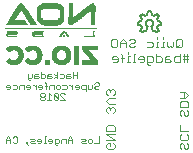
<source format=gbo>
G75*
%MOIN*%
%OFA0B0*%
%FSLAX25Y25*%
%IPPOS*%
%LPD*%
%AMOC8*
5,1,8,0,0,1.08239X$1,22.5*
%
%ADD10C,0.00300*%
%ADD11R,0.00039X0.00039*%
%ADD12R,0.03150X0.00039*%
%ADD13R,0.03110X0.00039*%
%ADD14R,0.00197X0.00039*%
%ADD15R,0.03268X0.00039*%
%ADD16R,0.03228X0.00039*%
%ADD17R,0.00276X0.00039*%
%ADD18R,0.03346X0.00039*%
%ADD19R,0.03307X0.00039*%
%ADD20R,0.00315X0.00039*%
%ADD21R,0.03386X0.00039*%
%ADD22R,0.00354X0.00039*%
%ADD23R,0.03425X0.00039*%
%ADD24R,0.00394X0.00039*%
%ADD25R,0.03465X0.00039*%
%ADD26R,0.00236X0.00039*%
%ADD27R,0.00433X0.00039*%
%ADD28R,0.00472X0.00039*%
%ADD29R,0.00118X0.00039*%
%ADD30R,0.00984X0.00039*%
%ADD31R,0.00906X0.00039*%
%ADD32R,0.00827X0.00039*%
%ADD33R,0.00787X0.00039*%
%ADD34R,0.03189X0.00039*%
%ADD35R,0.00709X0.00039*%
%ADD36R,0.02913X0.00039*%
%ADD37R,0.00630X0.00039*%
%ADD38R,0.00512X0.00039*%
%ADD39R,0.04134X0.00039*%
%ADD40R,0.16063X0.00039*%
%ADD41R,0.23150X0.00039*%
%ADD42R,0.28307X0.00039*%
%ADD43R,0.30630X0.00039*%
%ADD44R,0.25551X0.00039*%
%ADD45R,0.19488X0.00039*%
%ADD46R,0.11929X0.00039*%
%ADD47R,0.04409X0.00039*%
%ADD48R,0.04764X0.00039*%
%ADD49R,0.07126X0.00039*%
%ADD50R,0.01850X0.00039*%
%ADD51R,0.05039X0.00039*%
%ADD52R,0.07047X0.00039*%
%ADD53R,0.05315X0.00039*%
%ADD54R,0.01654X0.00039*%
%ADD55R,0.07008X0.00039*%
%ADD56R,0.05591X0.00039*%
%ADD57R,0.00945X0.00039*%
%ADD58R,0.06929X0.00039*%
%ADD59R,0.05748X0.00039*%
%ADD60R,0.01063X0.00039*%
%ADD61R,0.06890X0.00039*%
%ADD62R,0.05906X0.00039*%
%ADD63R,0.01220X0.00039*%
%ADD64R,0.06850X0.00039*%
%ADD65R,0.06063X0.00039*%
%ADD66R,0.01299X0.00039*%
%ADD67R,0.06772X0.00039*%
%ADD68R,0.06220X0.00039*%
%ADD69R,0.01378X0.00039*%
%ADD70R,0.06732X0.00039*%
%ADD71R,0.06378X0.00039*%
%ADD72R,0.01457X0.00039*%
%ADD73R,0.06693X0.00039*%
%ADD74R,0.06496X0.00039*%
%ADD75R,0.01575X0.00039*%
%ADD76R,0.06614X0.00039*%
%ADD77R,0.01732X0.00039*%
%ADD78R,0.06535X0.00039*%
%ADD79R,0.01811X0.00039*%
%ADD80R,0.06457X0.00039*%
%ADD81R,0.07087X0.00039*%
%ADD82R,0.01929X0.00039*%
%ADD83R,0.07165X0.00039*%
%ADD84R,0.02008X0.00039*%
%ADD85R,0.06339X0.00039*%
%ADD86R,0.07244X0.00039*%
%ADD87R,0.02087X0.00039*%
%ADD88R,0.06299X0.00039*%
%ADD89R,0.07323X0.00039*%
%ADD90R,0.02126X0.00039*%
%ADD91R,0.07402X0.00039*%
%ADD92R,0.02205X0.00039*%
%ADD93R,0.06181X0.00039*%
%ADD94R,0.07480X0.00039*%
%ADD95R,0.02283X0.00039*%
%ADD96R,0.06142X0.00039*%
%ADD97R,0.07559X0.00039*%
%ADD98R,0.02323X0.00039*%
%ADD99R,0.07638X0.00039*%
%ADD100R,0.02362X0.00039*%
%ADD101R,0.06024X0.00039*%
%ADD102R,0.07717X0.00039*%
%ADD103R,0.02441X0.00039*%
%ADD104R,0.05984X0.00039*%
%ADD105R,0.07795X0.00039*%
%ADD106R,0.02480X0.00039*%
%ADD107R,0.05945X0.00039*%
%ADD108R,0.07874X0.00039*%
%ADD109R,0.02559X0.00039*%
%ADD110R,0.07953X0.00039*%
%ADD111R,0.02638X0.00039*%
%ADD112R,0.05827X0.00039*%
%ADD113R,0.07992X0.00039*%
%ADD114R,0.02677X0.00039*%
%ADD115R,0.05787X0.00039*%
%ADD116R,0.08031X0.00039*%
%ADD117R,0.02717X0.00039*%
%ADD118R,0.08110X0.00039*%
%ADD119R,0.02756X0.00039*%
%ADD120R,0.05669X0.00039*%
%ADD121R,0.08189X0.00039*%
%ADD122R,0.02835X0.00039*%
%ADD123R,0.05630X0.00039*%
%ADD124R,0.02874X0.00039*%
%ADD125R,0.08268X0.00039*%
%ADD126R,0.02953X0.00039*%
%ADD127R,0.05512X0.00039*%
%ADD128R,0.08307X0.00039*%
%ADD129R,0.02992X0.00039*%
%ADD130R,0.05472X0.00039*%
%ADD131R,0.08346X0.00039*%
%ADD132R,0.03031X0.00039*%
%ADD133R,0.05433X0.00039*%
%ADD134R,0.08425X0.00039*%
%ADD135R,0.03071X0.00039*%
%ADD136R,0.05394X0.00039*%
%ADD137R,0.05354X0.00039*%
%ADD138R,0.08504X0.00039*%
%ADD139R,0.05276X0.00039*%
%ADD140R,0.08543X0.00039*%
%ADD141R,0.05236X0.00039*%
%ADD142R,0.02244X0.00039*%
%ADD143R,0.05197X0.00039*%
%ADD144R,0.02165X0.00039*%
%ADD145R,0.01969X0.00039*%
%ADD146R,0.03504X0.00039*%
%ADD147R,0.01890X0.00039*%
%ADD148R,0.03543X0.00039*%
%ADD149R,0.03583X0.00039*%
%ADD150R,0.03661X0.00039*%
%ADD151R,0.01772X0.00039*%
%ADD152R,0.03701X0.00039*%
%ADD153R,0.03740X0.00039*%
%ADD154R,0.03780X0.00039*%
%ADD155R,0.03858X0.00039*%
%ADD156R,0.01693X0.00039*%
%ADD157R,0.03898X0.00039*%
%ADD158R,0.03937X0.00039*%
%ADD159R,0.04016X0.00039*%
%ADD160R,0.04055X0.00039*%
%ADD161R,0.04094X0.00039*%
%ADD162R,0.01614X0.00039*%
%ADD163R,0.04213X0.00039*%
%ADD164R,0.04252X0.00039*%
%ADD165R,0.04291X0.00039*%
%ADD166R,0.04370X0.00039*%
%ADD167R,0.01535X0.00039*%
%ADD168R,0.02402X0.00039*%
%ADD169R,0.08386X0.00039*%
%ADD170R,0.02795X0.00039*%
%ADD171R,0.02598X0.00039*%
%ADD172R,0.02520X0.00039*%
%ADD173R,0.07835X0.00039*%
%ADD174R,0.02047X0.00039*%
%ADD175R,0.07205X0.00039*%
%ADD176R,0.01496X0.00039*%
%ADD177R,0.01260X0.00039*%
%ADD178R,0.01181X0.00039*%
%ADD179R,0.01024X0.00039*%
%ADD180R,0.01142X0.00039*%
%ADD181R,0.00748X0.00039*%
%ADD182R,0.04961X0.00039*%
%ADD183R,0.04646X0.00039*%
%ADD184C,0.00200*%
%ADD185C,0.00600*%
%ADD186C,0.00010*%
D10*
X0063150Y0003934D02*
X0063150Y0004901D01*
X0063634Y0005385D01*
X0064601Y0005385D01*
X0064601Y0004417D01*
X0063634Y0003450D02*
X0063150Y0003934D01*
X0063634Y0003450D02*
X0065569Y0003450D01*
X0066052Y0003934D01*
X0066052Y0004901D01*
X0065569Y0005385D01*
X0066052Y0006397D02*
X0063150Y0008331D01*
X0066052Y0008331D01*
X0066052Y0009343D02*
X0066052Y0010794D01*
X0065569Y0011278D01*
X0063634Y0011278D01*
X0063150Y0010794D01*
X0063150Y0009343D01*
X0066052Y0009343D01*
X0066052Y0006397D02*
X0063150Y0006397D01*
X0063634Y0015450D02*
X0063150Y0015934D01*
X0063150Y0016901D01*
X0063634Y0017385D01*
X0064117Y0017385D01*
X0064601Y0016901D01*
X0064601Y0016417D01*
X0064601Y0016901D02*
X0065085Y0017385D01*
X0065569Y0017385D01*
X0066052Y0016901D01*
X0066052Y0015934D01*
X0065569Y0015450D01*
X0066052Y0018397D02*
X0064117Y0018397D01*
X0063150Y0019364D01*
X0064117Y0020331D01*
X0066052Y0020331D01*
X0065569Y0021343D02*
X0066052Y0021827D01*
X0066052Y0022794D01*
X0065569Y0023278D01*
X0065085Y0023278D01*
X0064601Y0022794D01*
X0064117Y0023278D01*
X0063634Y0023278D01*
X0063150Y0022794D01*
X0063150Y0021827D01*
X0063634Y0021343D01*
X0064601Y0022311D02*
X0064601Y0022794D01*
X0076888Y0031866D02*
X0077372Y0031383D01*
X0077856Y0031383D01*
X0078340Y0032350D02*
X0076888Y0032350D01*
X0076888Y0031866D02*
X0076888Y0034285D01*
X0078340Y0034285D01*
X0078823Y0033801D01*
X0078823Y0032834D01*
X0078340Y0032350D01*
X0079835Y0032350D02*
X0081286Y0032350D01*
X0081770Y0032834D01*
X0081770Y0033801D01*
X0081286Y0034285D01*
X0079835Y0034285D01*
X0079835Y0035252D02*
X0079835Y0032350D01*
X0082781Y0032350D02*
X0082781Y0033801D01*
X0083265Y0034285D01*
X0084233Y0034285D01*
X0084233Y0033317D02*
X0082781Y0033317D01*
X0084233Y0033317D02*
X0084716Y0032834D01*
X0084233Y0032350D01*
X0082781Y0032350D01*
X0085728Y0032834D02*
X0085728Y0033801D01*
X0086212Y0034285D01*
X0087663Y0034285D01*
X0088674Y0034285D02*
X0089158Y0034285D01*
X0090609Y0034285D01*
X0090609Y0033317D02*
X0088674Y0033317D01*
X0089158Y0032350D02*
X0089158Y0035252D01*
X0090126Y0035252D02*
X0090126Y0032350D01*
X0087663Y0032350D02*
X0086212Y0032350D01*
X0085728Y0032834D01*
X0087663Y0032350D02*
X0087663Y0035252D01*
X0087992Y0037253D02*
X0087025Y0037253D01*
X0086541Y0037737D01*
X0086541Y0039672D01*
X0087025Y0040156D01*
X0087992Y0040156D01*
X0088476Y0039672D01*
X0088476Y0037737D01*
X0087992Y0037253D01*
X0087509Y0038221D02*
X0086541Y0037253D01*
X0085529Y0037737D02*
X0085046Y0037253D01*
X0084562Y0037737D01*
X0084078Y0037253D01*
X0083594Y0037737D01*
X0083594Y0039188D01*
X0082583Y0039188D02*
X0082099Y0039188D01*
X0082099Y0037253D01*
X0082583Y0037253D02*
X0081615Y0037253D01*
X0080619Y0037253D02*
X0079651Y0037253D01*
X0080135Y0037253D02*
X0080135Y0039188D01*
X0080619Y0039188D01*
X0080135Y0040156D02*
X0080135Y0040639D01*
X0082099Y0040639D02*
X0082099Y0040156D01*
X0085529Y0039188D02*
X0085529Y0037737D01*
X0078654Y0037737D02*
X0078171Y0037253D01*
X0076719Y0037253D01*
X0078654Y0037737D02*
X0078654Y0038704D01*
X0078171Y0039188D01*
X0076719Y0039188D01*
X0072761Y0039188D02*
X0072277Y0038704D01*
X0071310Y0038704D01*
X0070826Y0038221D01*
X0070826Y0037737D01*
X0071310Y0037253D01*
X0072277Y0037253D01*
X0072761Y0037737D01*
X0072761Y0039188D02*
X0072761Y0039672D01*
X0072277Y0040156D01*
X0071310Y0040156D01*
X0070826Y0039672D01*
X0069815Y0039188D02*
X0068847Y0040156D01*
X0067880Y0039188D01*
X0067880Y0037253D01*
X0066868Y0037737D02*
X0066384Y0037253D01*
X0065417Y0037253D01*
X0064933Y0037737D01*
X0064933Y0039672D01*
X0065417Y0040156D01*
X0066384Y0040156D01*
X0066868Y0039672D01*
X0066868Y0037737D01*
X0067880Y0038704D02*
X0069815Y0038704D01*
X0069815Y0039188D02*
X0069815Y0037253D01*
X0070482Y0035736D02*
X0070482Y0035252D01*
X0068518Y0034769D02*
X0068034Y0035252D01*
X0068518Y0034769D02*
X0068518Y0032350D01*
X0069998Y0032350D02*
X0070966Y0032350D01*
X0070482Y0032350D02*
X0070482Y0034285D01*
X0070966Y0034285D01*
X0072446Y0035252D02*
X0072446Y0032350D01*
X0071963Y0032350D02*
X0072930Y0032350D01*
X0074426Y0032350D02*
X0075393Y0032350D01*
X0075877Y0032834D01*
X0075877Y0033801D01*
X0075393Y0034285D01*
X0074426Y0034285D01*
X0073942Y0033801D01*
X0073942Y0033317D01*
X0075877Y0033317D01*
X0072930Y0035252D02*
X0072446Y0035252D01*
X0069002Y0033801D02*
X0068034Y0033801D01*
X0067037Y0033801D02*
X0066553Y0034285D01*
X0065586Y0034285D01*
X0065102Y0033801D01*
X0065102Y0033317D01*
X0067037Y0033317D01*
X0067037Y0032834D02*
X0067037Y0033801D01*
X0067037Y0032834D02*
X0066553Y0032350D01*
X0065586Y0032350D01*
X0087650Y0022278D02*
X0089585Y0022278D01*
X0090552Y0021311D01*
X0089585Y0020343D01*
X0087650Y0020343D01*
X0088134Y0019331D02*
X0090069Y0019331D01*
X0090552Y0018848D01*
X0090552Y0017397D01*
X0087650Y0017397D01*
X0087650Y0018848D01*
X0088134Y0019331D01*
X0089101Y0020343D02*
X0089101Y0022278D01*
X0088617Y0016385D02*
X0088134Y0016385D01*
X0087650Y0015901D01*
X0087650Y0014934D01*
X0088134Y0014450D01*
X0089101Y0014934D02*
X0089101Y0015901D01*
X0088617Y0016385D01*
X0090069Y0016385D02*
X0090552Y0015901D01*
X0090552Y0014934D01*
X0090069Y0014450D01*
X0089585Y0014450D01*
X0089101Y0014934D01*
X0087650Y0011278D02*
X0087650Y0009343D01*
X0090552Y0009343D01*
X0090069Y0008331D02*
X0090552Y0007848D01*
X0090552Y0006880D01*
X0090069Y0006397D01*
X0088134Y0006397D01*
X0087650Y0006880D01*
X0087650Y0007848D01*
X0088134Y0008331D01*
X0088134Y0005385D02*
X0087650Y0004901D01*
X0087650Y0003934D01*
X0088134Y0003450D01*
X0089101Y0003934D02*
X0089101Y0004901D01*
X0088617Y0005385D01*
X0088134Y0005385D01*
X0089101Y0003934D02*
X0089585Y0003450D01*
X0090069Y0003450D01*
X0090552Y0003934D01*
X0090552Y0004901D01*
X0090069Y0005385D01*
D11*
X0050567Y0040615D03*
X0047890Y0040615D03*
X0059307Y0042387D03*
D12*
X0052043Y0045969D03*
X0040665Y0042347D03*
X0031925Y0040654D03*
X0034917Y0050143D03*
D13*
X0034898Y0050182D03*
X0040685Y0040654D03*
X0057535Y0040654D03*
X0057969Y0050221D03*
D14*
X0058638Y0051678D03*
X0050567Y0040654D03*
X0047890Y0040654D03*
D15*
X0040646Y0042308D03*
X0031984Y0041639D03*
X0031787Y0042308D03*
X0031906Y0040694D03*
X0034898Y0050064D03*
X0057890Y0050103D03*
X0057575Y0040733D03*
D16*
X0057555Y0040694D03*
X0052083Y0046048D03*
X0057909Y0050143D03*
X0040665Y0040694D03*
D17*
X0038913Y0041087D03*
X0038913Y0041127D03*
X0038913Y0041166D03*
X0038913Y0041206D03*
X0038913Y0041835D03*
X0038913Y0041875D03*
X0038913Y0041914D03*
X0033520Y0041954D03*
X0033520Y0041796D03*
X0030173Y0041245D03*
X0030173Y0041206D03*
X0030173Y0041048D03*
X0047890Y0040694D03*
X0049228Y0041206D03*
X0050567Y0040694D03*
X0059307Y0042308D03*
D18*
X0057614Y0040772D03*
X0052142Y0046127D03*
X0057850Y0050064D03*
X0040606Y0042229D03*
X0040606Y0040772D03*
X0031945Y0041599D03*
X0031906Y0041560D03*
X0031787Y0041442D03*
X0031827Y0042269D03*
X0031866Y0040733D03*
X0034898Y0049985D03*
D19*
X0034917Y0050024D03*
X0040626Y0042269D03*
X0040626Y0040733D03*
X0031728Y0041402D03*
X0052122Y0046087D03*
D20*
X0049209Y0042465D03*
X0050547Y0040733D03*
X0047870Y0040733D03*
X0042122Y0040930D03*
X0042122Y0040969D03*
X0042122Y0041009D03*
X0042122Y0041048D03*
X0042122Y0041087D03*
X0042122Y0041127D03*
X0042122Y0041166D03*
X0042122Y0041206D03*
X0042122Y0041245D03*
X0042122Y0041284D03*
X0042122Y0041324D03*
X0042122Y0041363D03*
X0042122Y0041678D03*
X0042122Y0041717D03*
X0042122Y0041757D03*
X0042122Y0041796D03*
X0042122Y0041835D03*
X0042122Y0041875D03*
X0042122Y0041914D03*
X0042122Y0041954D03*
X0042122Y0041993D03*
X0042122Y0042032D03*
X0042122Y0042072D03*
X0038933Y0041993D03*
X0038933Y0041954D03*
X0038933Y0041796D03*
X0038933Y0041757D03*
X0038933Y0041245D03*
X0038933Y0041048D03*
X0033539Y0041835D03*
X0033539Y0041875D03*
X0033539Y0041914D03*
X0033500Y0041993D03*
X0033500Y0041757D03*
X0030193Y0041284D03*
X0030154Y0041166D03*
X0030154Y0041127D03*
X0030154Y0041087D03*
X0030193Y0041009D03*
X0059248Y0041009D03*
X0059287Y0041048D03*
X0059287Y0041087D03*
X0059287Y0041127D03*
X0059287Y0041166D03*
X0059287Y0041206D03*
X0059287Y0041245D03*
X0059287Y0041284D03*
X0059287Y0041324D03*
X0059287Y0041363D03*
X0059287Y0041402D03*
X0059287Y0041442D03*
X0059287Y0041481D03*
X0059287Y0041520D03*
X0059287Y0041560D03*
X0059287Y0041599D03*
X0059287Y0041639D03*
X0059287Y0041678D03*
X0059287Y0041717D03*
X0059287Y0041757D03*
X0059287Y0041796D03*
X0059287Y0041835D03*
X0059287Y0041875D03*
X0059287Y0041914D03*
X0059287Y0041954D03*
X0059287Y0041993D03*
X0059287Y0042032D03*
X0059287Y0042072D03*
X0059287Y0042111D03*
X0059287Y0042150D03*
X0059287Y0042190D03*
X0059287Y0042229D03*
X0059287Y0042269D03*
D21*
X0057673Y0040891D03*
X0057634Y0040851D03*
X0057634Y0040812D03*
X0052161Y0046166D03*
X0057831Y0050024D03*
X0040587Y0042190D03*
X0040587Y0041560D03*
X0040587Y0041520D03*
X0040587Y0041481D03*
X0040587Y0040812D03*
X0031846Y0040772D03*
X0031807Y0041481D03*
X0031846Y0041520D03*
X0031846Y0042229D03*
X0034917Y0049946D03*
D22*
X0033480Y0042032D03*
X0033480Y0041717D03*
X0030213Y0041324D03*
X0030213Y0040969D03*
X0038953Y0041009D03*
X0038992Y0040969D03*
X0038953Y0041284D03*
X0038992Y0041324D03*
X0038953Y0041717D03*
X0038953Y0042032D03*
X0047890Y0040772D03*
X0049228Y0040891D03*
X0049228Y0041166D03*
X0050528Y0040812D03*
X0050528Y0040772D03*
X0059228Y0040969D03*
D23*
X0052181Y0046206D03*
X0057811Y0049985D03*
X0040567Y0042150D03*
X0040567Y0041599D03*
X0040567Y0041442D03*
X0040567Y0041402D03*
X0040567Y0040891D03*
X0040567Y0040851D03*
X0031827Y0040812D03*
X0031787Y0040891D03*
X0031906Y0042111D03*
X0031866Y0042190D03*
X0034898Y0049906D03*
D24*
X0033461Y0042072D03*
X0033461Y0041678D03*
X0039012Y0041678D03*
X0039012Y0042072D03*
X0047909Y0040812D03*
X0047949Y0040851D03*
X0047988Y0040930D03*
X0048028Y0040969D03*
X0048067Y0041048D03*
X0048106Y0041087D03*
X0048146Y0041127D03*
X0048224Y0041245D03*
X0048264Y0041284D03*
X0048303Y0041324D03*
X0048343Y0041402D03*
X0048382Y0041442D03*
X0048461Y0041560D03*
X0048500Y0041599D03*
X0048539Y0041639D03*
X0048579Y0041717D03*
X0048618Y0041757D03*
X0048697Y0041875D03*
X0048736Y0041914D03*
X0048776Y0041954D03*
X0048815Y0042032D03*
X0048854Y0042072D03*
X0049642Y0041993D03*
X0049681Y0041954D03*
X0049760Y0041835D03*
X0049799Y0041796D03*
X0049878Y0041678D03*
X0049917Y0041639D03*
X0049996Y0041520D03*
X0050035Y0041481D03*
X0050114Y0041363D03*
X0050154Y0041324D03*
X0050232Y0041206D03*
X0050272Y0041166D03*
X0050350Y0041048D03*
X0050390Y0041009D03*
X0050429Y0040969D03*
X0050469Y0040891D03*
X0050508Y0040851D03*
X0049209Y0040930D03*
D25*
X0040547Y0041639D03*
X0040547Y0042111D03*
X0031886Y0042150D03*
X0031807Y0040851D03*
X0057791Y0049946D03*
D26*
X0059287Y0042347D03*
X0049209Y0040851D03*
D27*
X0049228Y0040969D03*
X0049228Y0041009D03*
X0049228Y0041087D03*
X0049228Y0041127D03*
X0049937Y0041599D03*
X0049976Y0041560D03*
X0050055Y0041442D03*
X0050094Y0041402D03*
X0050173Y0041284D03*
X0050213Y0041245D03*
X0050291Y0041127D03*
X0050331Y0041087D03*
X0050449Y0040930D03*
X0049858Y0041717D03*
X0049819Y0041757D03*
X0049740Y0041875D03*
X0049701Y0041914D03*
X0049622Y0042032D03*
X0049583Y0042072D03*
X0049543Y0042111D03*
X0048795Y0041993D03*
X0048677Y0041835D03*
X0048638Y0041796D03*
X0048559Y0041678D03*
X0048441Y0041520D03*
X0048402Y0041481D03*
X0048323Y0041363D03*
X0048205Y0041206D03*
X0048165Y0041166D03*
X0048047Y0041009D03*
X0047969Y0040891D03*
X0039031Y0040930D03*
X0039031Y0041363D03*
X0030252Y0041363D03*
X0030252Y0040930D03*
X0059189Y0040930D03*
D28*
X0051453Y0044631D03*
X0049484Y0042150D03*
X0048933Y0042150D03*
X0048894Y0042111D03*
X0049209Y0041048D03*
D29*
X0049228Y0041245D03*
X0034898Y0051757D03*
D30*
X0034898Y0051599D03*
X0049228Y0042190D03*
D31*
X0049228Y0042229D03*
X0058638Y0051560D03*
X0034898Y0051639D03*
D32*
X0049228Y0042269D03*
D33*
X0049209Y0042308D03*
D34*
X0052063Y0046009D03*
X0057929Y0050182D03*
X0034898Y0050103D03*
X0031787Y0042347D03*
D35*
X0049209Y0042347D03*
X0051453Y0044670D03*
D36*
X0058067Y0050379D03*
X0040705Y0042387D03*
X0031728Y0042387D03*
D37*
X0049209Y0042387D03*
D38*
X0049228Y0042426D03*
X0058638Y0051639D03*
X0034898Y0051717D03*
D39*
X0044583Y0043292D03*
X0052535Y0046757D03*
X0057457Y0049434D03*
D40*
X0044642Y0043331D03*
D41*
X0044681Y0043371D03*
D42*
X0044661Y0043410D03*
D43*
X0044642Y0043450D03*
D44*
X0044661Y0043489D03*
D45*
X0044661Y0043528D03*
D46*
X0044622Y0043568D03*
D47*
X0044642Y0044552D03*
X0052673Y0046954D03*
X0057319Y0049237D03*
D48*
X0044622Y0044591D03*
D49*
X0033323Y0044631D03*
D50*
X0031709Y0046166D03*
X0031709Y0046206D03*
X0031748Y0046245D03*
X0031787Y0046284D03*
X0031787Y0046324D03*
X0031827Y0046363D03*
X0031866Y0046402D03*
X0031866Y0046442D03*
X0031906Y0046481D03*
X0031945Y0046520D03*
X0031945Y0046560D03*
X0031984Y0046599D03*
X0032024Y0046639D03*
X0032024Y0046678D03*
X0032063Y0046717D03*
X0032063Y0046757D03*
X0032102Y0046796D03*
X0032142Y0046835D03*
X0032142Y0046875D03*
X0032181Y0046914D03*
X0032220Y0046954D03*
X0032220Y0046993D03*
X0032260Y0047032D03*
X0032299Y0047072D03*
X0032299Y0047111D03*
X0032339Y0047150D03*
X0032378Y0047229D03*
X0032417Y0047269D03*
X0032417Y0047308D03*
X0032457Y0047347D03*
X0032496Y0047387D03*
X0032496Y0047426D03*
X0032535Y0047465D03*
X0032575Y0047505D03*
X0032575Y0047544D03*
X0032614Y0047583D03*
X0032654Y0047623D03*
X0032654Y0047662D03*
X0032693Y0047702D03*
X0032732Y0047780D03*
X0032772Y0047820D03*
X0032811Y0047898D03*
X0032850Y0047938D03*
X0032850Y0047977D03*
X0032890Y0048017D03*
X0032929Y0048056D03*
X0032929Y0048095D03*
X0032969Y0048135D03*
X0033008Y0048174D03*
X0033008Y0048213D03*
X0033047Y0048253D03*
X0033087Y0048292D03*
X0033087Y0048331D03*
X0033126Y0048371D03*
X0033165Y0048450D03*
X0033205Y0048489D03*
X0033205Y0048528D03*
X0033244Y0048568D03*
X0033283Y0048607D03*
X0033283Y0048646D03*
X0033323Y0048686D03*
X0033362Y0048725D03*
X0033362Y0048765D03*
X0033402Y0048804D03*
X0033441Y0048843D03*
X0033441Y0048883D03*
X0033480Y0048922D03*
X0033520Y0049001D03*
X0033559Y0049040D03*
X0033559Y0049080D03*
X0033598Y0049119D03*
X0033638Y0049158D03*
X0033638Y0049198D03*
X0033677Y0049237D03*
X0033717Y0049276D03*
X0033717Y0049316D03*
X0033756Y0049355D03*
X0033795Y0049434D03*
X0033835Y0049473D03*
X0033874Y0049552D03*
X0033913Y0049591D03*
X0033953Y0049670D03*
X0034898Y0051127D03*
X0035843Y0049670D03*
X0035882Y0049631D03*
X0035921Y0049552D03*
X0035961Y0049513D03*
X0036000Y0049434D03*
X0036039Y0049394D03*
X0036079Y0049316D03*
X0036118Y0049276D03*
X0036118Y0049237D03*
X0036157Y0049198D03*
X0036197Y0049158D03*
X0036197Y0049119D03*
X0036236Y0049080D03*
X0036276Y0049040D03*
X0036276Y0049001D03*
X0036315Y0048961D03*
X0036354Y0048883D03*
X0036394Y0048843D03*
X0036394Y0048804D03*
X0036433Y0048765D03*
X0036472Y0048725D03*
X0036472Y0048686D03*
X0036512Y0048646D03*
X0036551Y0048568D03*
X0036591Y0048528D03*
X0036630Y0048489D03*
X0036630Y0048450D03*
X0036669Y0048410D03*
X0036669Y0048371D03*
X0036709Y0048331D03*
X0036748Y0048292D03*
X0036748Y0048253D03*
X0036787Y0048213D03*
X0036827Y0048174D03*
X0036827Y0048135D03*
X0036866Y0048095D03*
X0036906Y0048056D03*
X0036906Y0048017D03*
X0036945Y0047977D03*
X0036945Y0047938D03*
X0036984Y0047898D03*
X0037024Y0047859D03*
X0037024Y0047820D03*
X0037063Y0047780D03*
X0037102Y0047741D03*
X0037102Y0047702D03*
X0037142Y0047662D03*
X0037181Y0047623D03*
X0037181Y0047583D03*
X0037220Y0047544D03*
X0037260Y0047465D03*
X0037299Y0047426D03*
X0037299Y0047387D03*
X0037339Y0047347D03*
X0037378Y0047308D03*
X0037378Y0047269D03*
X0037417Y0047229D03*
X0037457Y0047190D03*
X0037457Y0047150D03*
X0037496Y0047111D03*
X0037535Y0047072D03*
X0037535Y0047032D03*
X0037575Y0046993D03*
X0037614Y0046914D03*
X0037654Y0046875D03*
X0037654Y0046835D03*
X0037693Y0046796D03*
X0037732Y0046757D03*
X0037732Y0046717D03*
X0037772Y0046678D03*
X0037811Y0046639D03*
X0037811Y0046599D03*
X0037850Y0046560D03*
X0037890Y0046481D03*
X0037929Y0046442D03*
X0037969Y0046363D03*
X0038008Y0046324D03*
X0038008Y0046284D03*
X0038047Y0046245D03*
X0038087Y0046206D03*
X0038087Y0046166D03*
X0038126Y0046127D03*
X0038165Y0046087D03*
X0038165Y0046048D03*
X0038205Y0046009D03*
X0038244Y0045930D03*
X0038283Y0045891D03*
X0038283Y0045851D03*
X0038323Y0045812D03*
X0038362Y0045772D03*
X0038362Y0045733D03*
X0038402Y0045694D03*
X0038441Y0045615D03*
X0038480Y0045576D03*
X0038520Y0045536D03*
X0038520Y0045497D03*
X0038559Y0045457D03*
X0038559Y0045418D03*
X0038598Y0045379D03*
X0038638Y0045339D03*
X0038638Y0045300D03*
X0038677Y0045261D03*
X0038717Y0045221D03*
X0038717Y0045182D03*
X0038756Y0045143D03*
X0038795Y0045103D03*
X0038795Y0045064D03*
X0038835Y0045024D03*
X0038835Y0044985D03*
X0038874Y0044946D03*
X0038913Y0044906D03*
X0038913Y0044867D03*
X0038953Y0044828D03*
X0038992Y0044788D03*
X0038992Y0044749D03*
X0039031Y0044709D03*
X0039071Y0044670D03*
X0039071Y0044631D03*
X0041157Y0046363D03*
X0041197Y0046324D03*
X0041157Y0049906D03*
X0041197Y0049946D03*
X0048126Y0049906D03*
X0048126Y0046363D03*
X0048087Y0046324D03*
X0051551Y0045103D03*
X0058520Y0051166D03*
D51*
X0044642Y0044631D03*
D52*
X0033323Y0044670D03*
D53*
X0044622Y0044670D03*
D54*
X0048303Y0046678D03*
X0048343Y0046717D03*
X0048343Y0046757D03*
X0051295Y0046993D03*
X0051295Y0047032D03*
X0051295Y0047072D03*
X0051295Y0047111D03*
X0051295Y0047150D03*
X0051295Y0047190D03*
X0051295Y0047229D03*
X0051295Y0047269D03*
X0051295Y0047308D03*
X0051295Y0047347D03*
X0051295Y0047387D03*
X0051295Y0047426D03*
X0051295Y0047465D03*
X0051295Y0047505D03*
X0051295Y0047544D03*
X0051295Y0047583D03*
X0051295Y0047623D03*
X0051295Y0047662D03*
X0051295Y0047702D03*
X0051295Y0047741D03*
X0051295Y0047780D03*
X0051295Y0047820D03*
X0051295Y0047859D03*
X0051295Y0047898D03*
X0051295Y0047938D03*
X0051295Y0047977D03*
X0051295Y0048017D03*
X0051295Y0048056D03*
X0051295Y0048095D03*
X0051295Y0048135D03*
X0051295Y0048174D03*
X0051295Y0048213D03*
X0051295Y0048253D03*
X0051295Y0048292D03*
X0051295Y0048331D03*
X0051295Y0048371D03*
X0051295Y0048410D03*
X0051295Y0048450D03*
X0051295Y0048489D03*
X0051295Y0048528D03*
X0051295Y0048568D03*
X0051295Y0048607D03*
X0051295Y0048646D03*
X0051295Y0048686D03*
X0051295Y0048725D03*
X0051295Y0048765D03*
X0051295Y0048804D03*
X0051295Y0048843D03*
X0051295Y0048883D03*
X0051295Y0048922D03*
X0051295Y0048961D03*
X0051295Y0049001D03*
X0051295Y0049040D03*
X0051295Y0049080D03*
X0051295Y0049119D03*
X0051295Y0049158D03*
X0051295Y0049198D03*
X0051295Y0049237D03*
X0051295Y0049276D03*
X0051295Y0049316D03*
X0051295Y0049355D03*
X0051295Y0049394D03*
X0051295Y0049434D03*
X0051295Y0049473D03*
X0051295Y0049513D03*
X0051295Y0049552D03*
X0051295Y0049591D03*
X0051295Y0049631D03*
X0051295Y0049670D03*
X0051295Y0049709D03*
X0051295Y0049749D03*
X0051295Y0049788D03*
X0051295Y0049828D03*
X0051295Y0049867D03*
X0051295Y0049906D03*
X0051295Y0049946D03*
X0051295Y0049985D03*
X0051295Y0050024D03*
X0051295Y0050064D03*
X0051295Y0050103D03*
X0051295Y0050143D03*
X0051295Y0050182D03*
X0051295Y0050221D03*
X0051295Y0050261D03*
X0051295Y0050300D03*
X0051295Y0050339D03*
X0051295Y0050379D03*
X0051295Y0050418D03*
X0051295Y0050457D03*
X0051295Y0050497D03*
X0051295Y0050536D03*
X0051295Y0050576D03*
X0051295Y0050615D03*
X0051295Y0050654D03*
X0051295Y0050694D03*
X0051295Y0050733D03*
X0051295Y0050772D03*
X0051295Y0050812D03*
X0051295Y0050851D03*
X0051295Y0050891D03*
X0051295Y0050930D03*
X0051295Y0050969D03*
X0051295Y0051009D03*
X0051295Y0051048D03*
X0051295Y0051087D03*
X0051295Y0051127D03*
X0051295Y0051166D03*
X0051295Y0051206D03*
X0051295Y0051245D03*
X0051295Y0051284D03*
X0051295Y0051324D03*
X0051295Y0051363D03*
X0051295Y0051402D03*
X0051295Y0051442D03*
X0051295Y0051481D03*
X0051295Y0051520D03*
X0051295Y0051560D03*
X0051295Y0051599D03*
X0048303Y0049591D03*
X0048303Y0049552D03*
X0048343Y0049513D03*
X0040980Y0049591D03*
X0040941Y0049552D03*
X0040941Y0049513D03*
X0040941Y0046757D03*
X0040941Y0046717D03*
X0040980Y0046678D03*
X0040980Y0046639D03*
X0034917Y0051284D03*
X0051492Y0044985D03*
X0058697Y0044985D03*
X0058697Y0044946D03*
X0058697Y0044906D03*
X0058697Y0044867D03*
X0058697Y0044828D03*
X0058697Y0044788D03*
X0058697Y0044749D03*
X0058697Y0044709D03*
X0058697Y0044670D03*
X0058697Y0045024D03*
X0058697Y0045064D03*
X0058697Y0045103D03*
X0058697Y0045143D03*
X0058697Y0045182D03*
X0058697Y0045221D03*
X0058697Y0045261D03*
X0058697Y0045300D03*
X0058697Y0045339D03*
X0058697Y0045379D03*
X0058697Y0045418D03*
X0058697Y0045457D03*
X0058697Y0045497D03*
X0058697Y0045536D03*
X0058697Y0045576D03*
X0058697Y0045615D03*
X0058697Y0045654D03*
X0058697Y0045694D03*
X0058697Y0045733D03*
X0058697Y0045772D03*
X0058697Y0045812D03*
X0058697Y0045851D03*
X0058697Y0045891D03*
X0058697Y0045930D03*
X0058697Y0045969D03*
X0058697Y0046009D03*
X0058697Y0046048D03*
X0058697Y0046087D03*
X0058697Y0046127D03*
X0058697Y0046166D03*
X0058697Y0046206D03*
X0058697Y0046245D03*
X0058697Y0046284D03*
X0058697Y0046324D03*
X0058697Y0046363D03*
X0058697Y0046402D03*
X0058697Y0046442D03*
X0058697Y0046481D03*
X0058697Y0046520D03*
X0058697Y0046560D03*
X0058697Y0046599D03*
X0058697Y0046639D03*
X0058697Y0046678D03*
X0058697Y0046717D03*
X0058697Y0046757D03*
X0058697Y0046796D03*
X0058697Y0046835D03*
X0058697Y0046875D03*
X0058697Y0046914D03*
X0058697Y0046954D03*
X0058697Y0046993D03*
X0058697Y0047032D03*
X0058697Y0047072D03*
X0058697Y0047111D03*
X0058697Y0047150D03*
X0058697Y0047190D03*
X0058697Y0047229D03*
X0058697Y0047269D03*
X0058697Y0047308D03*
X0058697Y0047347D03*
X0058697Y0047387D03*
X0058697Y0047426D03*
X0058697Y0047465D03*
X0058697Y0047505D03*
X0058697Y0047544D03*
X0058697Y0047583D03*
X0058697Y0047623D03*
X0058697Y0047662D03*
X0058697Y0047702D03*
X0058697Y0047741D03*
X0058697Y0047780D03*
X0058697Y0047820D03*
X0058697Y0047859D03*
X0058697Y0047898D03*
X0058697Y0047938D03*
X0058697Y0047977D03*
X0058697Y0048017D03*
X0058697Y0048056D03*
X0058697Y0048095D03*
X0058697Y0048135D03*
X0058697Y0048174D03*
X0058697Y0048213D03*
X0058697Y0048253D03*
X0058697Y0048292D03*
X0058697Y0048331D03*
X0058697Y0048371D03*
X0058697Y0048410D03*
X0058697Y0048450D03*
X0058697Y0048489D03*
X0058697Y0048528D03*
X0058697Y0048568D03*
X0058697Y0048607D03*
X0058697Y0048646D03*
X0058697Y0048686D03*
X0058697Y0048725D03*
X0058697Y0048765D03*
X0058697Y0048804D03*
X0058697Y0048843D03*
X0058697Y0048883D03*
X0058697Y0048922D03*
X0058697Y0048961D03*
X0058697Y0049001D03*
X0058697Y0049040D03*
X0058697Y0049080D03*
X0058697Y0049119D03*
X0058697Y0049158D03*
X0058697Y0049198D03*
D55*
X0044642Y0051127D03*
X0033343Y0044709D03*
D56*
X0033343Y0045812D03*
X0044642Y0044709D03*
D57*
X0051453Y0044709D03*
D58*
X0044642Y0045103D03*
X0044642Y0051166D03*
X0033343Y0044749D03*
D59*
X0033343Y0045694D03*
X0044642Y0044749D03*
D60*
X0051472Y0044749D03*
D61*
X0033323Y0044788D03*
D62*
X0033343Y0045576D03*
X0044642Y0044788D03*
X0044642Y0051481D03*
D63*
X0034898Y0051520D03*
X0051472Y0044788D03*
D64*
X0044642Y0045064D03*
X0044642Y0051206D03*
X0033343Y0044828D03*
D65*
X0033343Y0045418D03*
X0044642Y0044828D03*
X0044642Y0051442D03*
D66*
X0034898Y0051481D03*
X0051472Y0044828D03*
D67*
X0044642Y0045024D03*
X0033343Y0044867D03*
D68*
X0033343Y0045300D03*
X0044642Y0044867D03*
X0044642Y0051402D03*
D69*
X0034898Y0051442D03*
X0051472Y0044867D03*
X0058598Y0051402D03*
D70*
X0033323Y0044906D03*
D71*
X0033343Y0045182D03*
X0044642Y0044906D03*
D72*
X0051472Y0044906D03*
X0058598Y0051363D03*
X0034898Y0051402D03*
D73*
X0044642Y0051245D03*
X0033343Y0044946D03*
D74*
X0033323Y0045103D03*
X0044622Y0044946D03*
D75*
X0048382Y0046875D03*
X0048421Y0047032D03*
X0048421Y0047072D03*
X0048421Y0047111D03*
X0048421Y0047150D03*
X0048421Y0047190D03*
X0048421Y0047229D03*
X0048421Y0047269D03*
X0048421Y0048961D03*
X0048421Y0049001D03*
X0048421Y0049040D03*
X0048421Y0049080D03*
X0048421Y0049119D03*
X0048421Y0049158D03*
X0048421Y0049198D03*
X0048421Y0049237D03*
X0048382Y0049355D03*
X0051492Y0044946D03*
X0058579Y0051284D03*
X0040902Y0049394D03*
X0040862Y0049237D03*
X0040862Y0049198D03*
X0040862Y0049158D03*
X0040862Y0049119D03*
X0040862Y0049080D03*
X0040862Y0047190D03*
X0040862Y0047150D03*
X0040862Y0047111D03*
X0040862Y0047072D03*
X0040862Y0047032D03*
X0040862Y0046993D03*
D76*
X0044642Y0044985D03*
X0033343Y0044985D03*
X0033343Y0045024D03*
D77*
X0041020Y0046560D03*
X0041059Y0046520D03*
X0041059Y0049749D03*
X0048224Y0049749D03*
X0048264Y0049670D03*
X0048224Y0046520D03*
X0051531Y0045024D03*
X0058539Y0051206D03*
D78*
X0044642Y0051284D03*
X0033343Y0045064D03*
D79*
X0037594Y0046954D03*
X0037870Y0046520D03*
X0037949Y0046402D03*
X0038224Y0045969D03*
X0038421Y0045654D03*
X0041098Y0046442D03*
X0036531Y0048607D03*
X0036335Y0048922D03*
X0036059Y0049355D03*
X0035980Y0049473D03*
X0035902Y0049591D03*
X0033854Y0049513D03*
X0033776Y0049394D03*
X0032791Y0047859D03*
X0032713Y0047741D03*
X0034917Y0051166D03*
X0041138Y0049867D03*
X0048146Y0049867D03*
X0048146Y0046402D03*
X0051531Y0045064D03*
D80*
X0044642Y0051324D03*
X0033343Y0045143D03*
D81*
X0044642Y0045143D03*
X0044642Y0051087D03*
D82*
X0048047Y0049985D03*
X0041236Y0049985D03*
X0034898Y0051087D03*
X0051551Y0045143D03*
X0058480Y0051087D03*
D83*
X0044642Y0045182D03*
D84*
X0047969Y0046206D03*
X0051591Y0045182D03*
X0047969Y0050064D03*
X0041315Y0050064D03*
X0041315Y0046206D03*
X0058480Y0051048D03*
D85*
X0033323Y0045221D03*
D86*
X0044642Y0045221D03*
D87*
X0047929Y0046166D03*
X0051591Y0045221D03*
X0047929Y0050103D03*
X0041354Y0050103D03*
X0041354Y0046166D03*
X0034898Y0050969D03*
X0058441Y0051009D03*
D88*
X0044642Y0051363D03*
X0033343Y0045261D03*
D89*
X0044642Y0045261D03*
X0044642Y0051009D03*
D90*
X0047870Y0046127D03*
X0051610Y0045261D03*
X0058421Y0050969D03*
X0034917Y0050930D03*
D91*
X0044642Y0050969D03*
X0044642Y0045300D03*
D92*
X0051650Y0045300D03*
X0047831Y0050143D03*
D93*
X0033323Y0045339D03*
D94*
X0044642Y0045339D03*
X0044642Y0050930D03*
D95*
X0051650Y0045339D03*
X0058343Y0050851D03*
X0034917Y0050812D03*
D96*
X0033343Y0045379D03*
D97*
X0044642Y0045379D03*
X0044642Y0050891D03*
D98*
X0051669Y0045379D03*
X0034898Y0050772D03*
D99*
X0044642Y0050851D03*
X0044642Y0045418D03*
D100*
X0051689Y0045418D03*
X0058343Y0050812D03*
D101*
X0033323Y0045457D03*
D102*
X0044642Y0045457D03*
X0044642Y0050812D03*
D103*
X0051728Y0045457D03*
X0034917Y0050694D03*
D104*
X0033343Y0045497D03*
D105*
X0044642Y0045497D03*
X0044642Y0050772D03*
D106*
X0051748Y0045497D03*
X0058283Y0050733D03*
X0034898Y0050654D03*
D107*
X0033323Y0045536D03*
D108*
X0044642Y0045536D03*
X0044642Y0050694D03*
D109*
X0051748Y0045536D03*
X0058244Y0050654D03*
D110*
X0044642Y0050654D03*
X0044642Y0045576D03*
D111*
X0051787Y0045576D03*
X0058205Y0050615D03*
X0034898Y0050536D03*
D112*
X0033343Y0045615D03*
D113*
X0044622Y0045615D03*
D114*
X0051807Y0045615D03*
X0054130Y0047426D03*
X0054287Y0047544D03*
X0054642Y0047820D03*
X0054996Y0048095D03*
X0055862Y0048765D03*
X0056020Y0048883D03*
X0056374Y0049158D03*
X0058185Y0050576D03*
X0034917Y0050497D03*
D115*
X0033323Y0045654D03*
D116*
X0044642Y0045654D03*
X0044642Y0050615D03*
D117*
X0051827Y0045654D03*
X0053559Y0046993D03*
X0053638Y0047032D03*
X0053677Y0047072D03*
X0053717Y0047111D03*
X0053795Y0047150D03*
X0053835Y0047190D03*
X0053874Y0047229D03*
X0053913Y0047269D03*
X0053992Y0047308D03*
X0054031Y0047347D03*
X0054071Y0047387D03*
X0054189Y0047465D03*
X0054228Y0047505D03*
X0054346Y0047583D03*
X0054386Y0047623D03*
X0054425Y0047662D03*
X0054504Y0047702D03*
X0054543Y0047741D03*
X0054583Y0047780D03*
X0054701Y0047859D03*
X0054740Y0047898D03*
X0054780Y0047938D03*
X0054858Y0047977D03*
X0054898Y0048017D03*
X0054937Y0048056D03*
X0055055Y0048135D03*
X0055094Y0048174D03*
X0055134Y0048213D03*
X0055213Y0048253D03*
X0055252Y0048292D03*
X0055291Y0048331D03*
X0055370Y0048371D03*
X0055409Y0048410D03*
X0055449Y0048450D03*
X0055488Y0048489D03*
X0055567Y0048528D03*
X0055606Y0048568D03*
X0055646Y0048607D03*
X0055724Y0048646D03*
X0055764Y0048686D03*
X0055803Y0048725D03*
X0055921Y0048804D03*
X0055961Y0048843D03*
X0056079Y0048922D03*
X0056118Y0048961D03*
X0056157Y0049001D03*
X0056236Y0049040D03*
X0056276Y0049080D03*
X0056315Y0049119D03*
X0056433Y0049198D03*
X0058165Y0050536D03*
X0034898Y0050457D03*
D118*
X0044642Y0050536D03*
X0044642Y0050576D03*
X0044642Y0045694D03*
D119*
X0051846Y0045694D03*
X0058146Y0050497D03*
D120*
X0044642Y0051520D03*
X0033343Y0045733D03*
D121*
X0044642Y0045733D03*
X0044642Y0045772D03*
X0044642Y0050497D03*
D122*
X0051886Y0045733D03*
X0058106Y0050457D03*
X0034917Y0050379D03*
D123*
X0033323Y0045772D03*
D124*
X0034898Y0050339D03*
X0051906Y0045772D03*
X0058087Y0050418D03*
D125*
X0044642Y0050418D03*
X0044642Y0050457D03*
X0044642Y0045812D03*
D126*
X0051945Y0045812D03*
X0034898Y0050300D03*
D127*
X0033343Y0045851D03*
D128*
X0044622Y0045851D03*
D129*
X0051965Y0045851D03*
X0058028Y0050339D03*
X0034917Y0050261D03*
D130*
X0033323Y0045891D03*
D131*
X0044642Y0045891D03*
X0044642Y0050379D03*
D132*
X0051984Y0045891D03*
X0058008Y0050300D03*
X0034898Y0050221D03*
D133*
X0033343Y0045930D03*
X0044642Y0051560D03*
D134*
X0044642Y0050300D03*
X0044642Y0045969D03*
X0044642Y0045930D03*
D135*
X0052004Y0045930D03*
X0057988Y0050261D03*
D136*
X0033323Y0045969D03*
D137*
X0033343Y0046009D03*
D138*
X0044642Y0046009D03*
X0044642Y0050221D03*
X0044642Y0050261D03*
D139*
X0033343Y0046048D03*
D140*
X0044622Y0046048D03*
D141*
X0044622Y0051599D03*
X0033323Y0046087D03*
D142*
X0041472Y0046087D03*
X0047811Y0046087D03*
X0058362Y0050891D03*
X0034898Y0050851D03*
D143*
X0033343Y0046127D03*
D144*
X0041394Y0046127D03*
X0041433Y0050143D03*
X0034898Y0050891D03*
X0058402Y0050930D03*
D145*
X0047988Y0050024D03*
X0048028Y0046245D03*
X0041256Y0046245D03*
X0041256Y0050024D03*
X0034917Y0051048D03*
D146*
X0034898Y0049867D03*
X0052220Y0046245D03*
D147*
X0048067Y0046284D03*
X0048067Y0049946D03*
X0041217Y0046284D03*
X0037240Y0047505D03*
X0033933Y0049631D03*
X0033500Y0048961D03*
X0033146Y0048410D03*
X0032358Y0047190D03*
X0058500Y0051127D03*
D148*
X0057752Y0049906D03*
X0052240Y0046284D03*
X0034917Y0049828D03*
D149*
X0034898Y0049788D03*
X0052260Y0046324D03*
X0057732Y0049867D03*
D150*
X0057693Y0049828D03*
X0052299Y0046363D03*
X0034898Y0049749D03*
D151*
X0034898Y0051206D03*
X0041079Y0049788D03*
X0041118Y0049828D03*
X0041079Y0046481D03*
X0041118Y0046402D03*
X0048165Y0046442D03*
X0048205Y0046481D03*
X0048205Y0049788D03*
X0048165Y0049828D03*
D152*
X0052319Y0046402D03*
X0057673Y0049788D03*
X0034917Y0049709D03*
D153*
X0052339Y0046442D03*
X0057654Y0049749D03*
D154*
X0057634Y0049709D03*
X0052358Y0046481D03*
D155*
X0052398Y0046520D03*
X0057594Y0049670D03*
D156*
X0058559Y0051245D03*
X0048283Y0049631D03*
X0048244Y0049709D03*
X0048283Y0046639D03*
X0048283Y0046599D03*
X0048244Y0046560D03*
X0041000Y0046599D03*
X0041000Y0049631D03*
X0041000Y0049670D03*
X0041039Y0049709D03*
X0034898Y0051245D03*
D157*
X0052417Y0046560D03*
X0057575Y0049631D03*
D158*
X0057555Y0049591D03*
X0052437Y0046599D03*
D159*
X0052476Y0046639D03*
X0057516Y0049552D03*
D160*
X0057496Y0049513D03*
X0052496Y0046678D03*
D161*
X0052516Y0046717D03*
X0057476Y0049473D03*
D162*
X0048402Y0049316D03*
X0048402Y0049276D03*
X0048362Y0049394D03*
X0048362Y0049434D03*
X0048362Y0049473D03*
X0048402Y0046993D03*
X0048402Y0046954D03*
X0048402Y0046914D03*
X0048362Y0046835D03*
X0048362Y0046796D03*
X0040921Y0046796D03*
X0040921Y0046835D03*
X0040882Y0046875D03*
X0040882Y0046914D03*
X0040882Y0046954D03*
X0040882Y0049276D03*
X0040882Y0049316D03*
X0040882Y0049355D03*
X0040921Y0049434D03*
X0040921Y0049473D03*
X0034898Y0051324D03*
D163*
X0052575Y0046796D03*
X0057417Y0049394D03*
D164*
X0057398Y0049355D03*
X0052594Y0046835D03*
X0044642Y0051717D03*
D165*
X0052614Y0046875D03*
X0057378Y0049316D03*
D166*
X0057339Y0049276D03*
X0052654Y0046914D03*
D167*
X0048441Y0047308D03*
X0048441Y0047347D03*
X0048441Y0047387D03*
X0048441Y0047426D03*
X0048441Y0047465D03*
X0048441Y0047505D03*
X0048441Y0047544D03*
X0048441Y0047583D03*
X0048441Y0047623D03*
X0048441Y0047662D03*
X0048441Y0047702D03*
X0048441Y0047741D03*
X0048441Y0047780D03*
X0048441Y0047820D03*
X0048441Y0047859D03*
X0048441Y0047898D03*
X0048441Y0047938D03*
X0048441Y0047977D03*
X0048441Y0048017D03*
X0048441Y0048056D03*
X0048441Y0048095D03*
X0048441Y0048135D03*
X0048441Y0048174D03*
X0048441Y0048213D03*
X0048441Y0048253D03*
X0048441Y0048292D03*
X0048441Y0048331D03*
X0048441Y0048371D03*
X0048441Y0048410D03*
X0048441Y0048450D03*
X0048441Y0048489D03*
X0048441Y0048528D03*
X0048441Y0048568D03*
X0048441Y0048607D03*
X0048441Y0048646D03*
X0048441Y0048686D03*
X0048441Y0048725D03*
X0048441Y0048765D03*
X0048441Y0048804D03*
X0048441Y0048843D03*
X0048441Y0048883D03*
X0048441Y0048922D03*
X0040843Y0048922D03*
X0040843Y0048883D03*
X0040843Y0048843D03*
X0040843Y0048804D03*
X0040843Y0048765D03*
X0040843Y0048725D03*
X0040843Y0048686D03*
X0040843Y0048646D03*
X0040843Y0048607D03*
X0040843Y0048568D03*
X0040843Y0048528D03*
X0040843Y0048489D03*
X0040843Y0048450D03*
X0040843Y0048410D03*
X0040843Y0048371D03*
X0040843Y0048331D03*
X0040843Y0048292D03*
X0040843Y0048253D03*
X0040843Y0048213D03*
X0040843Y0048174D03*
X0040843Y0048135D03*
X0040843Y0048095D03*
X0040843Y0048056D03*
X0040843Y0048017D03*
X0040843Y0047977D03*
X0040843Y0047938D03*
X0040843Y0047898D03*
X0040843Y0047859D03*
X0040843Y0047820D03*
X0040843Y0047780D03*
X0040843Y0047741D03*
X0040843Y0047702D03*
X0040843Y0047662D03*
X0040843Y0047623D03*
X0040843Y0047583D03*
X0040843Y0047544D03*
X0040843Y0047505D03*
X0040843Y0047465D03*
X0040843Y0047426D03*
X0040843Y0047387D03*
X0040843Y0047347D03*
X0040843Y0047308D03*
X0040843Y0047269D03*
X0040843Y0047229D03*
X0040843Y0048961D03*
X0040843Y0049001D03*
X0040843Y0049040D03*
X0034898Y0051363D03*
D168*
X0034898Y0050733D03*
X0041551Y0050182D03*
X0047732Y0050182D03*
X0058323Y0050772D03*
D169*
X0044622Y0050339D03*
D170*
X0034898Y0050418D03*
D171*
X0034917Y0050576D03*
D172*
X0034917Y0050615D03*
X0058264Y0050694D03*
D173*
X0044622Y0050733D03*
D174*
X0034917Y0051009D03*
D175*
X0044622Y0051048D03*
D176*
X0058579Y0051324D03*
D177*
X0058618Y0051442D03*
D178*
X0058618Y0051481D03*
D179*
X0058618Y0051520D03*
D180*
X0034898Y0051560D03*
D181*
X0034898Y0051678D03*
X0058638Y0051599D03*
D182*
X0044642Y0051639D03*
D183*
X0044642Y0051678D03*
D184*
X0029805Y0006868D02*
X0029805Y0005400D01*
X0029805Y0006501D02*
X0031272Y0006501D01*
X0031272Y0006868D02*
X0030539Y0007602D01*
X0029805Y0006868D01*
X0031272Y0006868D02*
X0031272Y0005400D01*
X0032014Y0005767D02*
X0032381Y0005400D01*
X0033115Y0005400D01*
X0033482Y0005767D01*
X0033482Y0007235D01*
X0033115Y0007602D01*
X0032381Y0007602D01*
X0032014Y0007235D01*
X0036432Y0005767D02*
X0036432Y0005400D01*
X0036798Y0005400D01*
X0036798Y0005767D01*
X0036432Y0005767D01*
X0036432Y0005400D02*
X0037165Y0004666D01*
X0037907Y0005767D02*
X0038274Y0005400D01*
X0039375Y0005400D01*
X0039008Y0006134D02*
X0039375Y0006501D01*
X0039008Y0006868D01*
X0037907Y0006868D01*
X0038274Y0006134D02*
X0039008Y0006134D01*
X0038274Y0006134D02*
X0037907Y0005767D01*
X0040117Y0006134D02*
X0041585Y0006134D01*
X0041585Y0005767D02*
X0041585Y0006501D01*
X0041218Y0006868D01*
X0040484Y0006868D01*
X0040117Y0006501D01*
X0040117Y0006134D01*
X0040484Y0005400D02*
X0041218Y0005400D01*
X0041585Y0005767D01*
X0042325Y0005400D02*
X0043058Y0005400D01*
X0042692Y0005400D02*
X0042692Y0007602D01*
X0043058Y0007602D01*
X0043800Y0006501D02*
X0044167Y0006868D01*
X0044901Y0006868D01*
X0045268Y0006501D01*
X0045268Y0005767D01*
X0044901Y0005400D01*
X0044167Y0005400D01*
X0043800Y0006134D02*
X0045268Y0006134D01*
X0046010Y0006868D02*
X0046010Y0005033D01*
X0046377Y0004666D01*
X0046744Y0004666D01*
X0047111Y0005400D02*
X0046010Y0005400D01*
X0047111Y0005400D02*
X0047478Y0005767D01*
X0047478Y0006501D01*
X0047111Y0006868D01*
X0046010Y0006868D01*
X0043800Y0006501D02*
X0043800Y0006134D01*
X0048220Y0006501D02*
X0048220Y0005400D01*
X0048220Y0006501D02*
X0048587Y0006868D01*
X0049688Y0006868D01*
X0049688Y0005400D01*
X0050430Y0005400D02*
X0050430Y0006868D01*
X0051164Y0007602D01*
X0051898Y0006868D01*
X0051898Y0005400D01*
X0051898Y0006501D02*
X0050430Y0006501D01*
X0054850Y0006868D02*
X0055951Y0006868D01*
X0056318Y0006501D01*
X0055951Y0006134D01*
X0055217Y0006134D01*
X0054850Y0005767D01*
X0055217Y0005400D01*
X0056318Y0005400D01*
X0057060Y0005767D02*
X0057060Y0006501D01*
X0057427Y0006868D01*
X0058161Y0006868D01*
X0058528Y0006501D01*
X0058528Y0005767D01*
X0058161Y0005400D01*
X0057427Y0005400D01*
X0057060Y0005767D01*
X0059270Y0005400D02*
X0060738Y0005400D01*
X0060738Y0007602D01*
X0049320Y0019800D02*
X0047852Y0019800D01*
X0047110Y0020167D02*
X0045642Y0021635D01*
X0045642Y0020167D01*
X0046009Y0019800D01*
X0046743Y0019800D01*
X0047110Y0020167D01*
X0047110Y0021635D01*
X0046743Y0022002D01*
X0046009Y0022002D01*
X0045642Y0021635D01*
X0044900Y0021268D02*
X0044166Y0022002D01*
X0044166Y0019800D01*
X0044900Y0019800D02*
X0043432Y0019800D01*
X0042690Y0020167D02*
X0042690Y0020534D01*
X0042323Y0020901D01*
X0041589Y0020901D01*
X0041222Y0020534D01*
X0041222Y0020167D01*
X0041589Y0019800D01*
X0042323Y0019800D01*
X0042690Y0020167D01*
X0042323Y0020901D02*
X0042690Y0021268D01*
X0042690Y0021635D01*
X0042323Y0022002D01*
X0041589Y0022002D01*
X0041222Y0021635D01*
X0041222Y0021268D01*
X0041589Y0020901D01*
X0041587Y0023400D02*
X0040853Y0023400D01*
X0041587Y0023400D02*
X0041954Y0023767D01*
X0041954Y0024501D01*
X0041587Y0024868D01*
X0040853Y0024868D01*
X0040486Y0024501D01*
X0040486Y0024134D01*
X0041954Y0024134D01*
X0042693Y0024501D02*
X0043427Y0024501D01*
X0044169Y0024501D02*
X0044169Y0023400D01*
X0043060Y0023400D02*
X0043060Y0025235D01*
X0042693Y0025602D01*
X0044169Y0024501D02*
X0044536Y0024868D01*
X0045637Y0024868D01*
X0045637Y0023400D01*
X0046379Y0023767D02*
X0046379Y0024501D01*
X0046746Y0024868D01*
X0047480Y0024868D01*
X0047847Y0024501D01*
X0047847Y0023767D01*
X0047480Y0023400D01*
X0046746Y0023400D01*
X0046379Y0023767D01*
X0048589Y0023400D02*
X0049689Y0023400D01*
X0050056Y0023767D01*
X0050056Y0024501D01*
X0049689Y0024868D01*
X0048589Y0024868D01*
X0050797Y0024868D02*
X0051164Y0024868D01*
X0051898Y0024134D01*
X0051898Y0023400D02*
X0051898Y0024868D01*
X0052640Y0024501D02*
X0052640Y0024134D01*
X0054108Y0024134D01*
X0054108Y0024501D02*
X0053741Y0024868D01*
X0053007Y0024868D01*
X0052640Y0024501D01*
X0054108Y0024501D02*
X0054108Y0023767D01*
X0053741Y0023400D01*
X0053007Y0023400D01*
X0054850Y0023767D02*
X0054850Y0024501D01*
X0055217Y0024868D01*
X0056318Y0024868D01*
X0056318Y0022666D01*
X0056318Y0023400D02*
X0055217Y0023400D01*
X0054850Y0023767D01*
X0057060Y0023400D02*
X0057060Y0024868D01*
X0058528Y0024868D02*
X0058528Y0023767D01*
X0058161Y0023400D01*
X0057060Y0023400D01*
X0059270Y0023767D02*
X0059270Y0024134D01*
X0059637Y0024501D01*
X0060371Y0024501D01*
X0060738Y0024868D01*
X0060738Y0025235D01*
X0060371Y0025602D01*
X0059637Y0025602D01*
X0059270Y0025235D01*
X0059270Y0023767D02*
X0059637Y0023400D01*
X0060371Y0023400D01*
X0060738Y0023767D01*
X0053555Y0027000D02*
X0053555Y0029202D01*
X0053555Y0028101D02*
X0052087Y0028101D01*
X0051346Y0027367D02*
X0050979Y0027734D01*
X0049878Y0027734D01*
X0049878Y0028101D02*
X0049878Y0027000D01*
X0050979Y0027000D01*
X0051346Y0027367D01*
X0052087Y0027000D02*
X0052087Y0029202D01*
X0050979Y0028468D02*
X0050245Y0028468D01*
X0049878Y0028101D01*
X0049136Y0028101D02*
X0049136Y0027367D01*
X0048769Y0027000D01*
X0047668Y0027000D01*
X0046926Y0027000D02*
X0046926Y0029202D01*
X0047668Y0028468D02*
X0048769Y0028468D01*
X0049136Y0028101D01*
X0046926Y0027734D02*
X0045825Y0028468D01*
X0044717Y0028468D02*
X0043983Y0028468D01*
X0043616Y0028101D01*
X0043616Y0027000D01*
X0044717Y0027000D01*
X0045084Y0027367D01*
X0044717Y0027734D01*
X0043616Y0027734D01*
X0042874Y0028101D02*
X0042507Y0028468D01*
X0041406Y0028468D01*
X0041406Y0029202D02*
X0041406Y0027000D01*
X0042507Y0027000D01*
X0042874Y0027367D01*
X0042874Y0028101D01*
X0040664Y0027367D02*
X0040297Y0027734D01*
X0039197Y0027734D01*
X0039197Y0028101D02*
X0039197Y0027000D01*
X0040297Y0027000D01*
X0040664Y0027367D01*
X0040297Y0028468D02*
X0039563Y0028468D01*
X0039197Y0028101D01*
X0038455Y0028468D02*
X0038455Y0027367D01*
X0038088Y0027000D01*
X0036987Y0027000D01*
X0036987Y0026633D02*
X0037354Y0026266D01*
X0037721Y0026266D01*
X0036987Y0026633D02*
X0036987Y0028468D01*
X0036801Y0024868D02*
X0036434Y0024501D01*
X0036434Y0024134D01*
X0037902Y0024134D01*
X0037902Y0024501D02*
X0037535Y0024868D01*
X0036801Y0024868D01*
X0035692Y0024868D02*
X0034591Y0024868D01*
X0034224Y0024501D01*
X0034224Y0023400D01*
X0033482Y0023767D02*
X0033115Y0023400D01*
X0032014Y0023400D01*
X0031272Y0023767D02*
X0031272Y0024501D01*
X0030905Y0024868D01*
X0030172Y0024868D01*
X0029805Y0024501D01*
X0029805Y0024134D01*
X0031272Y0024134D01*
X0031272Y0023767D02*
X0030905Y0023400D01*
X0030172Y0023400D01*
X0032014Y0024868D02*
X0033115Y0024868D01*
X0033482Y0024501D01*
X0033482Y0023767D01*
X0035692Y0023400D02*
X0035692Y0024868D01*
X0037902Y0024501D02*
X0037902Y0023767D01*
X0037535Y0023400D01*
X0036801Y0023400D01*
X0038643Y0024868D02*
X0039010Y0024868D01*
X0039744Y0024134D01*
X0039744Y0023400D02*
X0039744Y0024868D01*
X0045825Y0027000D02*
X0046926Y0027734D01*
X0048219Y0022002D02*
X0048953Y0022002D01*
X0049320Y0021635D01*
X0048219Y0022002D02*
X0047852Y0021635D01*
X0047852Y0021268D01*
X0049320Y0019800D01*
D185*
X0074500Y0042900D02*
X0075200Y0042300D01*
X0076000Y0042900D01*
X0076400Y0042700D01*
X0077000Y0044300D01*
X0078200Y0044300D02*
X0078800Y0042700D01*
X0079200Y0042900D01*
X0080000Y0042300D01*
X0080700Y0042900D01*
X0080100Y0043800D01*
X0080500Y0044700D01*
X0081500Y0044900D01*
X0081500Y0045800D01*
X0080400Y0046000D01*
X0080100Y0046900D01*
X0080700Y0047800D01*
X0080000Y0048500D01*
X0079100Y0047800D01*
X0078300Y0048200D01*
X0078000Y0049300D01*
X0077100Y0049300D01*
X0076900Y0048200D01*
X0076100Y0047800D01*
X0075200Y0048500D01*
X0074500Y0047800D01*
X0075100Y0046900D01*
X0074700Y0046000D01*
X0073700Y0045800D01*
X0073700Y0044900D01*
X0074700Y0044700D01*
X0075100Y0043800D01*
X0074500Y0042900D01*
X0077000Y0044300D02*
X0076941Y0044336D01*
X0076885Y0044375D01*
X0076830Y0044418D01*
X0076778Y0044463D01*
X0076729Y0044511D01*
X0076683Y0044562D01*
X0076639Y0044616D01*
X0076599Y0044672D01*
X0076562Y0044730D01*
X0076528Y0044790D01*
X0076498Y0044852D01*
X0076472Y0044916D01*
X0076449Y0044981D01*
X0076430Y0045047D01*
X0076414Y0045114D01*
X0076403Y0045182D01*
X0076395Y0045250D01*
X0076391Y0045319D01*
X0076392Y0045388D01*
X0076396Y0045457D01*
X0076404Y0045525D01*
X0076416Y0045593D01*
X0076432Y0045660D01*
X0076451Y0045726D01*
X0076474Y0045791D01*
X0076501Y0045855D01*
X0076532Y0045916D01*
X0076566Y0045976D01*
X0076603Y0046034D01*
X0076644Y0046090D01*
X0076688Y0046143D01*
X0076734Y0046194D01*
X0076784Y0046242D01*
X0076836Y0046287D01*
X0076891Y0046329D01*
X0076947Y0046368D01*
X0077007Y0046403D01*
X0077068Y0046435D01*
X0077130Y0046464D01*
X0077194Y0046489D01*
X0077260Y0046510D01*
X0077327Y0046528D01*
X0077394Y0046541D01*
X0077462Y0046551D01*
X0077531Y0046557D01*
X0077600Y0046559D01*
X0077669Y0046557D01*
X0077738Y0046551D01*
X0077806Y0046541D01*
X0077873Y0046528D01*
X0077940Y0046510D01*
X0078006Y0046489D01*
X0078070Y0046464D01*
X0078132Y0046435D01*
X0078193Y0046403D01*
X0078253Y0046368D01*
X0078309Y0046329D01*
X0078364Y0046287D01*
X0078416Y0046242D01*
X0078466Y0046194D01*
X0078512Y0046143D01*
X0078556Y0046090D01*
X0078597Y0046034D01*
X0078634Y0045976D01*
X0078668Y0045916D01*
X0078699Y0045855D01*
X0078726Y0045791D01*
X0078749Y0045726D01*
X0078768Y0045660D01*
X0078784Y0045593D01*
X0078796Y0045525D01*
X0078804Y0045457D01*
X0078808Y0045388D01*
X0078809Y0045319D01*
X0078805Y0045250D01*
X0078797Y0045182D01*
X0078786Y0045114D01*
X0078770Y0045047D01*
X0078751Y0044981D01*
X0078728Y0044916D01*
X0078702Y0044852D01*
X0078672Y0044790D01*
X0078638Y0044730D01*
X0078601Y0044672D01*
X0078561Y0044616D01*
X0078517Y0044562D01*
X0078471Y0044511D01*
X0078422Y0044463D01*
X0078370Y0044418D01*
X0078315Y0044375D01*
X0078259Y0044336D01*
X0078200Y0044300D01*
D186*
X0060000Y0037778D02*
X0060003Y0037634D01*
X0060006Y0037490D01*
X0060009Y0037346D01*
X0060012Y0037202D01*
X0060015Y0037058D01*
X0055152Y0037058D01*
X0055152Y0037066D02*
X0060014Y0037066D01*
X0060015Y0037058D02*
X0060018Y0036915D01*
X0060021Y0036771D01*
X0060024Y0036627D01*
X0059865Y0036626D01*
X0059707Y0036625D01*
X0059548Y0036623D01*
X0059232Y0036621D01*
X0059073Y0036620D01*
X0058756Y0036618D01*
X0058598Y0036617D01*
X0058439Y0036615D01*
X0058281Y0036614D01*
X0058123Y0036613D01*
X0057964Y0036612D01*
X0057806Y0036611D01*
X0057647Y0036610D01*
X0057489Y0036609D01*
X0057330Y0036607D01*
X0057172Y0036606D01*
X0056855Y0036604D01*
X0057058Y0036368D01*
X0057160Y0036249D01*
X0055605Y0036249D01*
X0055598Y0036258D02*
X0057153Y0036258D01*
X0057160Y0036249D02*
X0057261Y0036131D01*
X0057363Y0036013D01*
X0057465Y0035895D01*
X0057566Y0035777D01*
X0057668Y0035658D01*
X0057770Y0035540D01*
X0057871Y0035422D01*
X0057973Y0035304D01*
X0058074Y0035186D01*
X0058176Y0035067D01*
X0058278Y0034949D01*
X0058379Y0034831D01*
X0058481Y0034713D01*
X0058582Y0034595D01*
X0058684Y0034477D01*
X0058786Y0034358D01*
X0058887Y0034240D01*
X0058989Y0034122D01*
X0059192Y0033885D01*
X0059294Y0033767D01*
X0059395Y0033649D01*
X0059497Y0033531D01*
X0059700Y0033294D01*
X0059802Y0033176D01*
X0059903Y0033058D01*
X0060005Y0032940D01*
X0060107Y0032822D01*
X0060107Y0032694D01*
X0060107Y0032566D01*
X0060107Y0032439D01*
X0060107Y0032311D01*
X0060108Y0032183D01*
X0060108Y0032055D01*
X0060108Y0031928D01*
X0060108Y0031800D01*
X0055152Y0031800D01*
X0055152Y0032974D01*
X0058414Y0032974D01*
X0058312Y0033093D01*
X0058210Y0033212D01*
X0058108Y0033330D01*
X0058006Y0033449D01*
X0057904Y0033568D01*
X0057802Y0033687D01*
X0057700Y0033806D01*
X0057598Y0033925D01*
X0059158Y0033925D01*
X0059151Y0033933D02*
X0057591Y0033933D01*
X0057598Y0033925D02*
X0057496Y0034044D01*
X0059056Y0034044D01*
X0059063Y0034035D02*
X0057503Y0034035D01*
X0057496Y0034044D02*
X0057394Y0034163D01*
X0058953Y0034163D01*
X0058946Y0034172D02*
X0057386Y0034172D01*
X0057379Y0034180D02*
X0058939Y0034180D01*
X0058931Y0034189D02*
X0057372Y0034189D01*
X0057365Y0034197D02*
X0058924Y0034197D01*
X0058917Y0034206D02*
X0057357Y0034206D01*
X0057350Y0034214D02*
X0058909Y0034214D01*
X0058902Y0034223D02*
X0057343Y0034223D01*
X0057335Y0034231D02*
X0058895Y0034231D01*
X0058887Y0034240D02*
X0057328Y0034240D01*
X0057321Y0034248D02*
X0058880Y0034248D01*
X0058873Y0034257D02*
X0057313Y0034257D01*
X0057306Y0034265D02*
X0058865Y0034265D01*
X0058858Y0034274D02*
X0057299Y0034274D01*
X0057292Y0034281D02*
X0057191Y0034400D01*
X0057088Y0034519D01*
X0056987Y0034638D01*
X0056885Y0034757D01*
X0056783Y0034876D01*
X0056681Y0034995D01*
X0056477Y0035232D01*
X0056375Y0035351D01*
X0056273Y0035470D01*
X0056171Y0035589D01*
X0056069Y0035708D01*
X0055967Y0035827D01*
X0055866Y0035946D01*
X0055764Y0036064D01*
X0055662Y0036183D01*
X0055560Y0036302D01*
X0055458Y0036421D01*
X0055356Y0036540D01*
X0055254Y0036659D01*
X0055152Y0036778D01*
X0055152Y0037800D01*
X0055314Y0037800D01*
X0055475Y0037799D01*
X0055637Y0037798D01*
X0055798Y0037797D01*
X0055960Y0037797D01*
X0056122Y0037796D01*
X0056283Y0037795D01*
X0056445Y0037794D01*
X0056606Y0037794D01*
X0056768Y0037793D01*
X0056929Y0037792D01*
X0057091Y0037791D01*
X0057253Y0037791D01*
X0057414Y0037790D01*
X0057576Y0037789D01*
X0057737Y0037788D01*
X0057899Y0037788D01*
X0058061Y0037787D01*
X0058222Y0037786D01*
X0058384Y0037785D01*
X0058545Y0037785D01*
X0058707Y0037784D01*
X0058868Y0037783D01*
X0059030Y0037782D01*
X0059192Y0037782D01*
X0059353Y0037781D01*
X0059515Y0037780D01*
X0059676Y0037779D01*
X0059838Y0037779D01*
X0060000Y0037778D01*
X0060000Y0037773D02*
X0055152Y0037773D01*
X0055152Y0037765D02*
X0060000Y0037765D01*
X0060000Y0037756D02*
X0055152Y0037756D01*
X0055152Y0037747D02*
X0060000Y0037747D01*
X0060000Y0037739D02*
X0055152Y0037739D01*
X0055152Y0037730D02*
X0060001Y0037730D01*
X0060001Y0037722D02*
X0055152Y0037722D01*
X0055152Y0037713D02*
X0060001Y0037713D01*
X0060001Y0037705D02*
X0055152Y0037705D01*
X0055152Y0037696D02*
X0060001Y0037696D01*
X0060001Y0037688D02*
X0055152Y0037688D01*
X0055152Y0037679D02*
X0060002Y0037679D01*
X0060002Y0037671D02*
X0055152Y0037671D01*
X0055152Y0037662D02*
X0060002Y0037662D01*
X0060002Y0037654D02*
X0055152Y0037654D01*
X0055152Y0037645D02*
X0060002Y0037645D01*
X0060003Y0037637D02*
X0055152Y0037637D01*
X0055152Y0037628D02*
X0060003Y0037628D01*
X0060003Y0037620D02*
X0055152Y0037620D01*
X0055152Y0037611D02*
X0060003Y0037611D01*
X0060003Y0037603D02*
X0055152Y0037603D01*
X0055152Y0037594D02*
X0060003Y0037594D01*
X0060004Y0037586D02*
X0055152Y0037586D01*
X0055152Y0037577D02*
X0060004Y0037577D01*
X0060004Y0037569D02*
X0055152Y0037569D01*
X0055152Y0037560D02*
X0060004Y0037560D01*
X0060004Y0037552D02*
X0055152Y0037552D01*
X0055152Y0037543D02*
X0060004Y0037543D01*
X0060005Y0037535D02*
X0055152Y0037535D01*
X0055152Y0037526D02*
X0060005Y0037526D01*
X0060005Y0037518D02*
X0055152Y0037518D01*
X0055152Y0037509D02*
X0060005Y0037509D01*
X0060005Y0037501D02*
X0055152Y0037501D01*
X0055152Y0037492D02*
X0060005Y0037492D01*
X0060006Y0037484D02*
X0055152Y0037484D01*
X0055152Y0037475D02*
X0060006Y0037475D01*
X0060006Y0037467D02*
X0055152Y0037467D01*
X0055152Y0037458D02*
X0060006Y0037458D01*
X0060006Y0037450D02*
X0055152Y0037450D01*
X0055152Y0037441D02*
X0060007Y0037441D01*
X0060007Y0037432D02*
X0055152Y0037432D01*
X0055152Y0037424D02*
X0060007Y0037424D01*
X0060007Y0037415D02*
X0055152Y0037415D01*
X0055152Y0037407D02*
X0060007Y0037407D01*
X0060008Y0037398D02*
X0055152Y0037398D01*
X0055152Y0037390D02*
X0060008Y0037390D01*
X0060008Y0037381D02*
X0055152Y0037381D01*
X0055152Y0037373D02*
X0060008Y0037373D01*
X0060008Y0037364D02*
X0055152Y0037364D01*
X0055152Y0037356D02*
X0060008Y0037356D01*
X0060009Y0037347D02*
X0055152Y0037347D01*
X0055152Y0037339D02*
X0060009Y0037339D01*
X0060009Y0037330D02*
X0055152Y0037330D01*
X0055152Y0037322D02*
X0060009Y0037322D01*
X0060009Y0037313D02*
X0055152Y0037313D01*
X0055152Y0037305D02*
X0060010Y0037305D01*
X0060010Y0037296D02*
X0055152Y0037296D01*
X0055152Y0037288D02*
X0060010Y0037288D01*
X0060010Y0037279D02*
X0055152Y0037279D01*
X0055152Y0037271D02*
X0060010Y0037271D01*
X0060010Y0037262D02*
X0055152Y0037262D01*
X0055152Y0037254D02*
X0060011Y0037254D01*
X0060011Y0037245D02*
X0055152Y0037245D01*
X0055152Y0037237D02*
X0060011Y0037237D01*
X0060011Y0037228D02*
X0055152Y0037228D01*
X0055152Y0037220D02*
X0060011Y0037220D01*
X0060012Y0037211D02*
X0055152Y0037211D01*
X0055152Y0037203D02*
X0060012Y0037203D01*
X0060012Y0037194D02*
X0055152Y0037194D01*
X0055152Y0037186D02*
X0060012Y0037186D01*
X0060012Y0037177D02*
X0055152Y0037177D01*
X0055152Y0037169D02*
X0060012Y0037169D01*
X0060013Y0037160D02*
X0055152Y0037160D01*
X0055152Y0037152D02*
X0060013Y0037152D01*
X0060013Y0037143D02*
X0055152Y0037143D01*
X0055152Y0037134D02*
X0060013Y0037134D01*
X0060013Y0037126D02*
X0055152Y0037126D01*
X0055152Y0037117D02*
X0060013Y0037117D01*
X0060014Y0037109D02*
X0055152Y0037109D01*
X0055152Y0037100D02*
X0060014Y0037100D01*
X0060014Y0037092D02*
X0055152Y0037092D01*
X0055152Y0037083D02*
X0060014Y0037083D01*
X0060014Y0037075D02*
X0055152Y0037075D01*
X0055152Y0037049D02*
X0060015Y0037049D01*
X0060015Y0037041D02*
X0055152Y0037041D01*
X0055152Y0037032D02*
X0060015Y0037032D01*
X0060015Y0037024D02*
X0055152Y0037024D01*
X0055152Y0037015D02*
X0060016Y0037015D01*
X0060016Y0037007D02*
X0055152Y0037007D01*
X0055152Y0036998D02*
X0060016Y0036998D01*
X0060016Y0036990D02*
X0055152Y0036990D01*
X0055152Y0036981D02*
X0060016Y0036981D01*
X0060017Y0036973D02*
X0055152Y0036973D01*
X0055152Y0036964D02*
X0060017Y0036964D01*
X0060017Y0036956D02*
X0055152Y0036956D01*
X0055152Y0036947D02*
X0060017Y0036947D01*
X0060017Y0036939D02*
X0055152Y0036939D01*
X0055152Y0036930D02*
X0060017Y0036930D01*
X0060018Y0036922D02*
X0055152Y0036922D01*
X0055152Y0036913D02*
X0060018Y0036913D01*
X0060018Y0036905D02*
X0055152Y0036905D01*
X0055152Y0036896D02*
X0060018Y0036896D01*
X0060018Y0036888D02*
X0055152Y0036888D01*
X0055152Y0036879D02*
X0060018Y0036879D01*
X0060019Y0036871D02*
X0055152Y0036871D01*
X0055152Y0036862D02*
X0060019Y0036862D01*
X0060019Y0036854D02*
X0055152Y0036854D01*
X0055152Y0036845D02*
X0060019Y0036845D01*
X0060019Y0036837D02*
X0055152Y0036837D01*
X0055152Y0036828D02*
X0060020Y0036828D01*
X0060020Y0036819D02*
X0055152Y0036819D01*
X0055152Y0036811D02*
X0060020Y0036811D01*
X0060020Y0036802D02*
X0055152Y0036802D01*
X0055152Y0036794D02*
X0060020Y0036794D01*
X0060020Y0036785D02*
X0055152Y0036785D01*
X0055153Y0036777D02*
X0060021Y0036777D01*
X0060021Y0036768D02*
X0055160Y0036768D01*
X0055167Y0036760D02*
X0060021Y0036760D01*
X0060021Y0036751D02*
X0055175Y0036751D01*
X0055182Y0036743D02*
X0060021Y0036743D01*
X0060021Y0036734D02*
X0055189Y0036734D01*
X0055197Y0036726D02*
X0060022Y0036726D01*
X0060022Y0036717D02*
X0055204Y0036717D01*
X0055211Y0036709D02*
X0060022Y0036709D01*
X0060022Y0036700D02*
X0055218Y0036700D01*
X0055226Y0036692D02*
X0060022Y0036692D01*
X0060023Y0036683D02*
X0055233Y0036683D01*
X0055240Y0036675D02*
X0060023Y0036675D01*
X0060023Y0036666D02*
X0055248Y0036666D01*
X0055255Y0036658D02*
X0060023Y0036658D01*
X0060023Y0036649D02*
X0055262Y0036649D01*
X0055269Y0036641D02*
X0060023Y0036641D01*
X0060024Y0036632D02*
X0055277Y0036632D01*
X0055284Y0036624D02*
X0059586Y0036624D01*
X0058404Y0036615D02*
X0055291Y0036615D01*
X0055299Y0036607D02*
X0057221Y0036607D01*
X0057006Y0036428D02*
X0055452Y0036428D01*
X0055445Y0036436D02*
X0056999Y0036436D01*
X0056992Y0036445D02*
X0055437Y0036445D01*
X0055430Y0036453D02*
X0056984Y0036453D01*
X0056977Y0036462D02*
X0055423Y0036462D01*
X0055416Y0036470D02*
X0056970Y0036470D01*
X0056963Y0036479D02*
X0055408Y0036479D01*
X0055401Y0036487D02*
X0056955Y0036487D01*
X0056948Y0036496D02*
X0055394Y0036496D01*
X0055386Y0036504D02*
X0056941Y0036504D01*
X0056933Y0036513D02*
X0055379Y0036513D01*
X0055372Y0036522D02*
X0056926Y0036522D01*
X0056919Y0036530D02*
X0055364Y0036530D01*
X0055357Y0036539D02*
X0056911Y0036539D01*
X0056904Y0036547D02*
X0055350Y0036547D01*
X0055343Y0036556D02*
X0056897Y0036556D01*
X0056889Y0036564D02*
X0055335Y0036564D01*
X0055328Y0036573D02*
X0056882Y0036573D01*
X0056875Y0036581D02*
X0055321Y0036581D01*
X0055313Y0036590D02*
X0056867Y0036590D01*
X0056860Y0036598D02*
X0055306Y0036598D01*
X0055459Y0036419D02*
X0057014Y0036419D01*
X0057021Y0036411D02*
X0055467Y0036411D01*
X0055474Y0036402D02*
X0057028Y0036402D01*
X0057036Y0036394D02*
X0055481Y0036394D01*
X0055489Y0036385D02*
X0057043Y0036385D01*
X0057050Y0036377D02*
X0055496Y0036377D01*
X0055503Y0036368D02*
X0057058Y0036368D01*
X0057065Y0036360D02*
X0055510Y0036360D01*
X0055518Y0036351D02*
X0057072Y0036351D01*
X0057080Y0036343D02*
X0055525Y0036343D01*
X0055532Y0036334D02*
X0057087Y0036334D01*
X0057094Y0036326D02*
X0055540Y0036326D01*
X0055547Y0036317D02*
X0057102Y0036317D01*
X0057109Y0036309D02*
X0055554Y0036309D01*
X0055562Y0036300D02*
X0057116Y0036300D01*
X0057124Y0036292D02*
X0055569Y0036292D01*
X0055576Y0036283D02*
X0057131Y0036283D01*
X0057138Y0036275D02*
X0055583Y0036275D01*
X0055591Y0036266D02*
X0057146Y0036266D01*
X0057168Y0036241D02*
X0055613Y0036241D01*
X0055620Y0036232D02*
X0057175Y0036232D01*
X0057182Y0036224D02*
X0055627Y0036224D01*
X0055635Y0036215D02*
X0057189Y0036215D01*
X0057197Y0036206D02*
X0055642Y0036206D01*
X0055649Y0036198D02*
X0057204Y0036198D01*
X0057211Y0036189D02*
X0055656Y0036189D01*
X0055664Y0036181D02*
X0057219Y0036181D01*
X0057226Y0036172D02*
X0055671Y0036172D01*
X0055678Y0036164D02*
X0057233Y0036164D01*
X0057241Y0036155D02*
X0055686Y0036155D01*
X0055693Y0036147D02*
X0057248Y0036147D01*
X0057255Y0036138D02*
X0055700Y0036138D01*
X0055708Y0036130D02*
X0057263Y0036130D01*
X0057270Y0036121D02*
X0055715Y0036121D01*
X0055722Y0036113D02*
X0057277Y0036113D01*
X0057285Y0036104D02*
X0055729Y0036104D01*
X0055737Y0036096D02*
X0057292Y0036096D01*
X0057299Y0036087D02*
X0055744Y0036087D01*
X0055751Y0036079D02*
X0057307Y0036079D01*
X0057314Y0036070D02*
X0055759Y0036070D01*
X0055766Y0036062D02*
X0057321Y0036062D01*
X0057329Y0036053D02*
X0055773Y0036053D01*
X0055781Y0036045D02*
X0057336Y0036045D01*
X0057343Y0036036D02*
X0055788Y0036036D01*
X0055795Y0036028D02*
X0057350Y0036028D01*
X0057358Y0036019D02*
X0055802Y0036019D01*
X0055810Y0036011D02*
X0057365Y0036011D01*
X0057372Y0036002D02*
X0055817Y0036002D01*
X0055824Y0035994D02*
X0057380Y0035994D01*
X0057387Y0035985D02*
X0055832Y0035985D01*
X0055839Y0035977D02*
X0057394Y0035977D01*
X0057402Y0035968D02*
X0055846Y0035968D01*
X0055854Y0035960D02*
X0057409Y0035960D01*
X0057416Y0035951D02*
X0055861Y0035951D01*
X0055868Y0035943D02*
X0057424Y0035943D01*
X0057431Y0035934D02*
X0055875Y0035934D01*
X0055883Y0035926D02*
X0057438Y0035926D01*
X0057446Y0035917D02*
X0055890Y0035917D01*
X0055897Y0035909D02*
X0057453Y0035909D01*
X0057460Y0035900D02*
X0055905Y0035900D01*
X0055912Y0035891D02*
X0057468Y0035891D01*
X0057475Y0035883D02*
X0055919Y0035883D01*
X0055927Y0035874D02*
X0057482Y0035874D01*
X0057489Y0035866D02*
X0055934Y0035866D01*
X0055941Y0035857D02*
X0057497Y0035857D01*
X0057504Y0035849D02*
X0055948Y0035849D01*
X0055956Y0035840D02*
X0057511Y0035840D01*
X0057519Y0035832D02*
X0055963Y0035832D01*
X0055970Y0035823D02*
X0057526Y0035823D01*
X0057533Y0035815D02*
X0055978Y0035815D01*
X0055985Y0035806D02*
X0057541Y0035806D01*
X0057548Y0035798D02*
X0055992Y0035798D01*
X0055999Y0035789D02*
X0057555Y0035789D01*
X0057563Y0035781D02*
X0056007Y0035781D01*
X0056014Y0035772D02*
X0057570Y0035772D01*
X0057577Y0035764D02*
X0056021Y0035764D01*
X0056029Y0035755D02*
X0057585Y0035755D01*
X0057592Y0035747D02*
X0056036Y0035747D01*
X0056043Y0035738D02*
X0057599Y0035738D01*
X0057607Y0035730D02*
X0056051Y0035730D01*
X0056058Y0035721D02*
X0057614Y0035721D01*
X0057621Y0035713D02*
X0056065Y0035713D01*
X0056072Y0035704D02*
X0057629Y0035704D01*
X0057636Y0035696D02*
X0056080Y0035696D01*
X0056087Y0035687D02*
X0057643Y0035687D01*
X0057651Y0035679D02*
X0056094Y0035679D01*
X0056102Y0035670D02*
X0057658Y0035670D01*
X0057665Y0035662D02*
X0056109Y0035662D01*
X0056116Y0035653D02*
X0057673Y0035653D01*
X0057680Y0035645D02*
X0056124Y0035645D01*
X0056131Y0035636D02*
X0057687Y0035636D01*
X0057694Y0035628D02*
X0056138Y0035628D01*
X0056145Y0035619D02*
X0057702Y0035619D01*
X0057709Y0035611D02*
X0056153Y0035611D01*
X0056160Y0035602D02*
X0057716Y0035602D01*
X0057724Y0035594D02*
X0056167Y0035594D01*
X0056175Y0035585D02*
X0057731Y0035585D01*
X0057738Y0035576D02*
X0056182Y0035576D01*
X0056189Y0035568D02*
X0057746Y0035568D01*
X0057753Y0035559D02*
X0056197Y0035559D01*
X0056204Y0035551D02*
X0057760Y0035551D01*
X0057768Y0035542D02*
X0056211Y0035542D01*
X0056219Y0035534D02*
X0057775Y0035534D01*
X0057782Y0035525D02*
X0056226Y0035525D01*
X0056233Y0035517D02*
X0057790Y0035517D01*
X0057797Y0035508D02*
X0056240Y0035508D01*
X0056248Y0035500D02*
X0057804Y0035500D01*
X0057812Y0035491D02*
X0056255Y0035491D01*
X0056262Y0035483D02*
X0057819Y0035483D01*
X0057826Y0035474D02*
X0056270Y0035474D01*
X0056277Y0035466D02*
X0057834Y0035466D01*
X0057841Y0035457D02*
X0056284Y0035457D01*
X0056291Y0035449D02*
X0057848Y0035449D01*
X0057856Y0035440D02*
X0056299Y0035440D01*
X0056306Y0035432D02*
X0057863Y0035432D01*
X0057870Y0035423D02*
X0056313Y0035423D01*
X0056321Y0035415D02*
X0057878Y0035415D01*
X0057885Y0035406D02*
X0056328Y0035406D01*
X0056335Y0035398D02*
X0057892Y0035398D01*
X0057899Y0035389D02*
X0056343Y0035389D01*
X0056350Y0035381D02*
X0057907Y0035381D01*
X0057914Y0035372D02*
X0056357Y0035372D01*
X0056364Y0035364D02*
X0057921Y0035364D01*
X0057929Y0035355D02*
X0056372Y0035355D01*
X0056379Y0035347D02*
X0057936Y0035347D01*
X0057943Y0035338D02*
X0056386Y0035338D01*
X0056394Y0035330D02*
X0057951Y0035330D01*
X0057958Y0035321D02*
X0056401Y0035321D01*
X0056408Y0035313D02*
X0057965Y0035313D01*
X0057973Y0035304D02*
X0056416Y0035304D01*
X0056423Y0035296D02*
X0057980Y0035296D01*
X0057987Y0035287D02*
X0056430Y0035287D01*
X0056437Y0035278D02*
X0057995Y0035278D01*
X0058002Y0035270D02*
X0056445Y0035270D01*
X0056452Y0035261D02*
X0058009Y0035261D01*
X0058016Y0035253D02*
X0056459Y0035253D01*
X0056467Y0035244D02*
X0058024Y0035244D01*
X0058031Y0035236D02*
X0056474Y0035236D01*
X0056481Y0035227D02*
X0058038Y0035227D01*
X0058046Y0035219D02*
X0056489Y0035219D01*
X0056496Y0035210D02*
X0058053Y0035210D01*
X0058060Y0035202D02*
X0056503Y0035202D01*
X0056511Y0035193D02*
X0058068Y0035193D01*
X0058075Y0035185D02*
X0056518Y0035185D01*
X0056525Y0035176D02*
X0058082Y0035176D01*
X0058090Y0035168D02*
X0056532Y0035168D01*
X0056540Y0035159D02*
X0058097Y0035159D01*
X0058104Y0035151D02*
X0056547Y0035151D01*
X0056554Y0035142D02*
X0058112Y0035142D01*
X0058119Y0035134D02*
X0056562Y0035134D01*
X0056569Y0035125D02*
X0058126Y0035125D01*
X0058134Y0035117D02*
X0056576Y0035117D01*
X0056584Y0035108D02*
X0058141Y0035108D01*
X0058148Y0035100D02*
X0056591Y0035100D01*
X0056598Y0035091D02*
X0058156Y0035091D01*
X0058163Y0035083D02*
X0056605Y0035083D01*
X0056613Y0035074D02*
X0058170Y0035074D01*
X0058178Y0035066D02*
X0056620Y0035066D01*
X0056627Y0035057D02*
X0058185Y0035057D01*
X0058192Y0035049D02*
X0056635Y0035049D01*
X0056642Y0035040D02*
X0058199Y0035040D01*
X0058207Y0035032D02*
X0056649Y0035032D01*
X0056657Y0035023D02*
X0058214Y0035023D01*
X0058221Y0035015D02*
X0056664Y0035015D01*
X0056671Y0035006D02*
X0058229Y0035006D01*
X0058236Y0034998D02*
X0056678Y0034998D01*
X0056686Y0034989D02*
X0058243Y0034989D01*
X0058251Y0034981D02*
X0056693Y0034981D01*
X0056700Y0034972D02*
X0058258Y0034972D01*
X0058265Y0034963D02*
X0056708Y0034963D01*
X0056715Y0034955D02*
X0058273Y0034955D01*
X0058280Y0034946D02*
X0056722Y0034946D01*
X0056730Y0034938D02*
X0058287Y0034938D01*
X0058295Y0034929D02*
X0056737Y0034929D01*
X0056744Y0034921D02*
X0058302Y0034921D01*
X0058309Y0034912D02*
X0056751Y0034912D01*
X0056759Y0034904D02*
X0058317Y0034904D01*
X0058324Y0034895D02*
X0056766Y0034895D01*
X0056773Y0034887D02*
X0058331Y0034887D01*
X0058339Y0034878D02*
X0056781Y0034878D01*
X0056788Y0034870D02*
X0058346Y0034870D01*
X0058353Y0034861D02*
X0056795Y0034861D01*
X0056803Y0034853D02*
X0058361Y0034853D01*
X0058368Y0034844D02*
X0056810Y0034844D01*
X0056817Y0034836D02*
X0058375Y0034836D01*
X0058383Y0034827D02*
X0056824Y0034827D01*
X0056832Y0034819D02*
X0058390Y0034819D01*
X0058397Y0034810D02*
X0056839Y0034810D01*
X0056846Y0034802D02*
X0058404Y0034802D01*
X0058412Y0034793D02*
X0056854Y0034793D01*
X0056861Y0034785D02*
X0058419Y0034785D01*
X0058426Y0034776D02*
X0056868Y0034776D01*
X0056875Y0034768D02*
X0058434Y0034768D01*
X0058441Y0034759D02*
X0056883Y0034759D01*
X0056890Y0034751D02*
X0058448Y0034751D01*
X0058456Y0034742D02*
X0056897Y0034742D01*
X0056905Y0034734D02*
X0058463Y0034734D01*
X0058470Y0034725D02*
X0056912Y0034725D01*
X0056919Y0034717D02*
X0058478Y0034717D01*
X0058485Y0034708D02*
X0056927Y0034708D01*
X0056934Y0034700D02*
X0058492Y0034700D01*
X0058500Y0034691D02*
X0056941Y0034691D01*
X0056948Y0034683D02*
X0058507Y0034683D01*
X0058514Y0034674D02*
X0056956Y0034674D01*
X0056963Y0034666D02*
X0058522Y0034666D01*
X0058529Y0034657D02*
X0056970Y0034657D01*
X0056978Y0034648D02*
X0058536Y0034648D01*
X0058543Y0034640D02*
X0056985Y0034640D01*
X0056992Y0034631D02*
X0058551Y0034631D01*
X0058558Y0034623D02*
X0057000Y0034623D01*
X0057007Y0034614D02*
X0058565Y0034614D01*
X0058573Y0034606D02*
X0057014Y0034606D01*
X0057021Y0034597D02*
X0058580Y0034597D01*
X0058587Y0034589D02*
X0057029Y0034589D01*
X0057036Y0034580D02*
X0058595Y0034580D01*
X0058602Y0034572D02*
X0057043Y0034572D01*
X0057051Y0034563D02*
X0058609Y0034563D01*
X0058617Y0034555D02*
X0057058Y0034555D01*
X0057065Y0034546D02*
X0058624Y0034546D01*
X0058631Y0034538D02*
X0057073Y0034538D01*
X0057080Y0034529D02*
X0058639Y0034529D01*
X0058646Y0034521D02*
X0057087Y0034521D01*
X0057094Y0034512D02*
X0058653Y0034512D01*
X0058661Y0034504D02*
X0057102Y0034504D01*
X0057109Y0034495D02*
X0058668Y0034495D01*
X0058675Y0034487D02*
X0057116Y0034487D01*
X0057124Y0034478D02*
X0058683Y0034478D01*
X0058690Y0034470D02*
X0057131Y0034470D01*
X0057138Y0034461D02*
X0058697Y0034461D01*
X0058705Y0034453D02*
X0057146Y0034453D01*
X0057153Y0034444D02*
X0058712Y0034444D01*
X0058719Y0034436D02*
X0057160Y0034436D01*
X0057167Y0034427D02*
X0058726Y0034427D01*
X0058734Y0034419D02*
X0057175Y0034419D01*
X0057182Y0034410D02*
X0058741Y0034410D01*
X0058748Y0034402D02*
X0057189Y0034402D01*
X0057197Y0034393D02*
X0058756Y0034393D01*
X0058763Y0034385D02*
X0057204Y0034385D01*
X0057211Y0034376D02*
X0058770Y0034376D01*
X0058778Y0034368D02*
X0057219Y0034368D01*
X0057226Y0034359D02*
X0058785Y0034359D01*
X0058792Y0034350D02*
X0057233Y0034350D01*
X0057240Y0034342D02*
X0058800Y0034342D01*
X0058807Y0034333D02*
X0057248Y0034333D01*
X0057255Y0034325D02*
X0058814Y0034325D01*
X0058822Y0034316D02*
X0057262Y0034316D01*
X0057270Y0034308D02*
X0058829Y0034308D01*
X0058836Y0034299D02*
X0057277Y0034299D01*
X0057284Y0034291D02*
X0058843Y0034291D01*
X0058851Y0034282D02*
X0057292Y0034282D01*
X0057292Y0034281D02*
X0057394Y0034163D01*
X0057401Y0034155D02*
X0058961Y0034155D01*
X0058968Y0034146D02*
X0057408Y0034146D01*
X0057416Y0034138D02*
X0058975Y0034138D01*
X0058983Y0034129D02*
X0057423Y0034129D01*
X0057430Y0034121D02*
X0058990Y0034121D01*
X0058997Y0034112D02*
X0057438Y0034112D01*
X0057445Y0034104D02*
X0059005Y0034104D01*
X0059012Y0034095D02*
X0057452Y0034095D01*
X0057460Y0034087D02*
X0059019Y0034087D01*
X0059027Y0034078D02*
X0057467Y0034078D01*
X0057474Y0034070D02*
X0059034Y0034070D01*
X0059041Y0034061D02*
X0057481Y0034061D01*
X0057489Y0034053D02*
X0059048Y0034053D01*
X0059070Y0034027D02*
X0057511Y0034027D01*
X0057518Y0034018D02*
X0059078Y0034018D01*
X0059085Y0034010D02*
X0057525Y0034010D01*
X0057533Y0034001D02*
X0059092Y0034001D01*
X0059100Y0033993D02*
X0057540Y0033993D01*
X0057547Y0033984D02*
X0059107Y0033984D01*
X0059114Y0033976D02*
X0057554Y0033976D01*
X0057562Y0033967D02*
X0059122Y0033967D01*
X0059129Y0033959D02*
X0057569Y0033959D01*
X0057576Y0033950D02*
X0059136Y0033950D01*
X0059144Y0033942D02*
X0057584Y0033942D01*
X0057605Y0033916D02*
X0059166Y0033916D01*
X0059173Y0033908D02*
X0057613Y0033908D01*
X0057620Y0033899D02*
X0059180Y0033899D01*
X0059187Y0033891D02*
X0057627Y0033891D01*
X0057635Y0033882D02*
X0059195Y0033882D01*
X0059202Y0033874D02*
X0057642Y0033874D01*
X0057649Y0033865D02*
X0059209Y0033865D01*
X0059217Y0033857D02*
X0057657Y0033857D01*
X0057664Y0033848D02*
X0059224Y0033848D01*
X0059231Y0033840D02*
X0057671Y0033840D01*
X0057678Y0033831D02*
X0059239Y0033831D01*
X0059246Y0033823D02*
X0057686Y0033823D01*
X0057693Y0033814D02*
X0059253Y0033814D01*
X0059261Y0033806D02*
X0057700Y0033806D01*
X0057708Y0033797D02*
X0059268Y0033797D01*
X0059275Y0033789D02*
X0057715Y0033789D01*
X0057722Y0033780D02*
X0059283Y0033780D01*
X0059290Y0033772D02*
X0057730Y0033772D01*
X0057737Y0033763D02*
X0059297Y0033763D01*
X0059305Y0033755D02*
X0057744Y0033755D01*
X0057752Y0033746D02*
X0059312Y0033746D01*
X0059319Y0033738D02*
X0057759Y0033738D01*
X0057766Y0033729D02*
X0059327Y0033729D01*
X0059334Y0033720D02*
X0057773Y0033720D01*
X0057781Y0033712D02*
X0059341Y0033712D01*
X0059349Y0033703D02*
X0057788Y0033703D01*
X0057795Y0033695D02*
X0059356Y0033695D01*
X0059363Y0033686D02*
X0057803Y0033686D01*
X0057810Y0033678D02*
X0059370Y0033678D01*
X0059378Y0033669D02*
X0057817Y0033669D01*
X0057825Y0033661D02*
X0059385Y0033661D01*
X0059392Y0033652D02*
X0057832Y0033652D01*
X0057839Y0033644D02*
X0059400Y0033644D01*
X0059407Y0033635D02*
X0057846Y0033635D01*
X0057854Y0033627D02*
X0059414Y0033627D01*
X0059422Y0033618D02*
X0057861Y0033618D01*
X0057868Y0033610D02*
X0059429Y0033610D01*
X0059436Y0033601D02*
X0057876Y0033601D01*
X0057883Y0033593D02*
X0059444Y0033593D01*
X0059451Y0033584D02*
X0057890Y0033584D01*
X0057897Y0033576D02*
X0059458Y0033576D01*
X0059466Y0033567D02*
X0057905Y0033567D01*
X0057912Y0033559D02*
X0059473Y0033559D01*
X0059480Y0033550D02*
X0057919Y0033550D01*
X0057927Y0033542D02*
X0059488Y0033542D01*
X0059495Y0033533D02*
X0057934Y0033533D01*
X0057941Y0033525D02*
X0059502Y0033525D01*
X0059510Y0033516D02*
X0057949Y0033516D01*
X0057956Y0033508D02*
X0059517Y0033508D01*
X0059524Y0033499D02*
X0057963Y0033499D01*
X0057970Y0033491D02*
X0059532Y0033491D01*
X0059539Y0033482D02*
X0057978Y0033482D01*
X0057985Y0033474D02*
X0059546Y0033474D01*
X0059553Y0033465D02*
X0057992Y0033465D01*
X0058000Y0033457D02*
X0059561Y0033457D01*
X0059568Y0033448D02*
X0058007Y0033448D01*
X0058014Y0033440D02*
X0059575Y0033440D01*
X0059583Y0033431D02*
X0058022Y0033431D01*
X0058029Y0033422D02*
X0059590Y0033422D01*
X0059597Y0033414D02*
X0058036Y0033414D01*
X0058043Y0033405D02*
X0059605Y0033405D01*
X0059612Y0033397D02*
X0058051Y0033397D01*
X0058058Y0033388D02*
X0059619Y0033388D01*
X0059627Y0033380D02*
X0058065Y0033380D01*
X0058073Y0033371D02*
X0059634Y0033371D01*
X0059641Y0033363D02*
X0058080Y0033363D01*
X0058087Y0033354D02*
X0059649Y0033354D01*
X0059656Y0033346D02*
X0058095Y0033346D01*
X0058102Y0033337D02*
X0059663Y0033337D01*
X0059671Y0033329D02*
X0058109Y0033329D01*
X0058116Y0033320D02*
X0059678Y0033320D01*
X0059685Y0033312D02*
X0058124Y0033312D01*
X0058131Y0033303D02*
X0059692Y0033303D01*
X0059700Y0033295D02*
X0058138Y0033295D01*
X0058146Y0033286D02*
X0059707Y0033286D01*
X0059714Y0033278D02*
X0058153Y0033278D01*
X0058160Y0033269D02*
X0059722Y0033269D01*
X0059729Y0033261D02*
X0058168Y0033261D01*
X0058175Y0033252D02*
X0059736Y0033252D01*
X0059744Y0033244D02*
X0058182Y0033244D01*
X0058190Y0033235D02*
X0059751Y0033235D01*
X0059758Y0033227D02*
X0058197Y0033227D01*
X0058204Y0033218D02*
X0059766Y0033218D01*
X0059773Y0033210D02*
X0058211Y0033210D01*
X0058219Y0033201D02*
X0059780Y0033201D01*
X0059788Y0033193D02*
X0058226Y0033193D01*
X0058233Y0033184D02*
X0059795Y0033184D01*
X0059802Y0033176D02*
X0058241Y0033176D01*
X0058248Y0033167D02*
X0059810Y0033167D01*
X0059817Y0033159D02*
X0058255Y0033159D01*
X0058263Y0033150D02*
X0059824Y0033150D01*
X0059832Y0033142D02*
X0058270Y0033142D01*
X0058277Y0033133D02*
X0059839Y0033133D01*
X0059846Y0033125D02*
X0058284Y0033125D01*
X0058292Y0033116D02*
X0059854Y0033116D01*
X0059861Y0033107D02*
X0058299Y0033107D01*
X0058306Y0033099D02*
X0059868Y0033099D01*
X0059876Y0033090D02*
X0058314Y0033090D01*
X0058321Y0033082D02*
X0059883Y0033082D01*
X0059890Y0033073D02*
X0058328Y0033073D01*
X0058335Y0033065D02*
X0059897Y0033065D01*
X0059905Y0033056D02*
X0058343Y0033056D01*
X0058350Y0033048D02*
X0059912Y0033048D01*
X0059919Y0033039D02*
X0058357Y0033039D01*
X0058365Y0033031D02*
X0059927Y0033031D01*
X0059934Y0033022D02*
X0058372Y0033022D01*
X0058379Y0033014D02*
X0059941Y0033014D01*
X0059949Y0033005D02*
X0058387Y0033005D01*
X0058394Y0032997D02*
X0059956Y0032997D01*
X0059963Y0032988D02*
X0058401Y0032988D01*
X0058408Y0032980D02*
X0059971Y0032980D01*
X0059978Y0032971D02*
X0055152Y0032971D01*
X0055152Y0032963D02*
X0059985Y0032963D01*
X0059993Y0032954D02*
X0055152Y0032954D01*
X0055152Y0032946D02*
X0060000Y0032946D01*
X0060007Y0032937D02*
X0055152Y0032937D01*
X0055152Y0032929D02*
X0060015Y0032929D01*
X0060022Y0032920D02*
X0055152Y0032920D01*
X0055152Y0032912D02*
X0060029Y0032912D01*
X0060037Y0032903D02*
X0055152Y0032903D01*
X0055152Y0032895D02*
X0060044Y0032895D01*
X0060051Y0032886D02*
X0055152Y0032886D01*
X0055152Y0032878D02*
X0060059Y0032878D01*
X0060066Y0032869D02*
X0055152Y0032869D01*
X0055152Y0032861D02*
X0060073Y0032861D01*
X0060080Y0032852D02*
X0055152Y0032852D01*
X0055152Y0032844D02*
X0060088Y0032844D01*
X0060095Y0032835D02*
X0055152Y0032835D01*
X0055152Y0032827D02*
X0060102Y0032827D01*
X0060107Y0032818D02*
X0055152Y0032818D01*
X0055152Y0032809D02*
X0060107Y0032809D01*
X0060107Y0032801D02*
X0055152Y0032801D01*
X0055152Y0032792D02*
X0060107Y0032792D01*
X0060107Y0032784D02*
X0055152Y0032784D01*
X0055152Y0032775D02*
X0060107Y0032775D01*
X0060107Y0032767D02*
X0055152Y0032767D01*
X0055152Y0032758D02*
X0060107Y0032758D01*
X0060107Y0032750D02*
X0055152Y0032750D01*
X0055152Y0032741D02*
X0060107Y0032741D01*
X0060107Y0032733D02*
X0055152Y0032733D01*
X0055152Y0032724D02*
X0060107Y0032724D01*
X0060107Y0032716D02*
X0055152Y0032716D01*
X0055152Y0032707D02*
X0060107Y0032707D01*
X0060107Y0032699D02*
X0055152Y0032699D01*
X0055152Y0032690D02*
X0060107Y0032690D01*
X0060107Y0032682D02*
X0055152Y0032682D01*
X0055152Y0032673D02*
X0060107Y0032673D01*
X0060107Y0032665D02*
X0055152Y0032665D01*
X0055152Y0032656D02*
X0060107Y0032656D01*
X0060107Y0032648D02*
X0055152Y0032648D01*
X0055152Y0032639D02*
X0060107Y0032639D01*
X0060107Y0032631D02*
X0055152Y0032631D01*
X0055152Y0032622D02*
X0060107Y0032622D01*
X0060107Y0032614D02*
X0055152Y0032614D01*
X0055152Y0032605D02*
X0060107Y0032605D01*
X0060107Y0032597D02*
X0055152Y0032597D01*
X0055152Y0032588D02*
X0060107Y0032588D01*
X0060107Y0032580D02*
X0055152Y0032580D01*
X0055152Y0032571D02*
X0060107Y0032571D01*
X0060107Y0032563D02*
X0055152Y0032563D01*
X0055152Y0032554D02*
X0060107Y0032554D01*
X0060107Y0032546D02*
X0055152Y0032546D01*
X0055152Y0032537D02*
X0060107Y0032537D01*
X0060107Y0032529D02*
X0055152Y0032529D01*
X0055152Y0032520D02*
X0060107Y0032520D01*
X0060107Y0032512D02*
X0055152Y0032512D01*
X0055152Y0032503D02*
X0060107Y0032503D01*
X0060107Y0032494D02*
X0055152Y0032494D01*
X0055152Y0032486D02*
X0060107Y0032486D01*
X0060107Y0032477D02*
X0055152Y0032477D01*
X0055152Y0032469D02*
X0060107Y0032469D01*
X0060107Y0032460D02*
X0055152Y0032460D01*
X0055152Y0032452D02*
X0060107Y0032452D01*
X0060107Y0032443D02*
X0055152Y0032443D01*
X0055152Y0032435D02*
X0060107Y0032435D01*
X0060107Y0032426D02*
X0055152Y0032426D01*
X0055152Y0032418D02*
X0060107Y0032418D01*
X0060107Y0032409D02*
X0055152Y0032409D01*
X0055152Y0032401D02*
X0060107Y0032401D01*
X0060107Y0032392D02*
X0055152Y0032392D01*
X0055152Y0032384D02*
X0060107Y0032384D01*
X0060107Y0032375D02*
X0055152Y0032375D01*
X0055152Y0032367D02*
X0060107Y0032367D01*
X0060107Y0032358D02*
X0055152Y0032358D01*
X0055152Y0032350D02*
X0060107Y0032350D01*
X0060107Y0032341D02*
X0055152Y0032341D01*
X0055152Y0032333D02*
X0060107Y0032333D01*
X0060107Y0032324D02*
X0055152Y0032324D01*
X0055152Y0032316D02*
X0060107Y0032316D01*
X0060107Y0032307D02*
X0055152Y0032307D01*
X0055152Y0032299D02*
X0060107Y0032299D01*
X0060107Y0032290D02*
X0055152Y0032290D01*
X0055152Y0032282D02*
X0060107Y0032282D01*
X0060107Y0032273D02*
X0055152Y0032273D01*
X0055152Y0032265D02*
X0060107Y0032265D01*
X0060107Y0032256D02*
X0055152Y0032256D01*
X0055152Y0032248D02*
X0060107Y0032248D01*
X0060107Y0032239D02*
X0055152Y0032239D01*
X0055152Y0032231D02*
X0060108Y0032231D01*
X0060108Y0032222D02*
X0055152Y0032222D01*
X0055152Y0032214D02*
X0060108Y0032214D01*
X0060108Y0032205D02*
X0055152Y0032205D01*
X0055152Y0032197D02*
X0060108Y0032197D01*
X0060108Y0032188D02*
X0055152Y0032188D01*
X0055152Y0032179D02*
X0060108Y0032179D01*
X0060108Y0032171D02*
X0055152Y0032171D01*
X0055152Y0032162D02*
X0060108Y0032162D01*
X0060108Y0032154D02*
X0055152Y0032154D01*
X0055152Y0032145D02*
X0060108Y0032145D01*
X0060108Y0032137D02*
X0055152Y0032137D01*
X0055152Y0032128D02*
X0060108Y0032128D01*
X0060108Y0032120D02*
X0055152Y0032120D01*
X0055152Y0032111D02*
X0060108Y0032111D01*
X0060108Y0032103D02*
X0055152Y0032103D01*
X0055152Y0032094D02*
X0060108Y0032094D01*
X0060108Y0032086D02*
X0055152Y0032086D01*
X0055152Y0032077D02*
X0060108Y0032077D01*
X0060108Y0032069D02*
X0055152Y0032069D01*
X0055152Y0032060D02*
X0060108Y0032060D01*
X0060108Y0032052D02*
X0055152Y0032052D01*
X0055152Y0032043D02*
X0060108Y0032043D01*
X0060108Y0032035D02*
X0055152Y0032035D01*
X0055152Y0032026D02*
X0060108Y0032026D01*
X0060108Y0032018D02*
X0055152Y0032018D01*
X0055152Y0032009D02*
X0060108Y0032009D01*
X0060108Y0032001D02*
X0055152Y0032001D01*
X0055152Y0031992D02*
X0060108Y0031992D01*
X0060108Y0031984D02*
X0055152Y0031984D01*
X0055152Y0031975D02*
X0060108Y0031975D01*
X0060108Y0031967D02*
X0055152Y0031967D01*
X0055152Y0031958D02*
X0060108Y0031958D01*
X0060108Y0031950D02*
X0055152Y0031950D01*
X0055152Y0031941D02*
X0060108Y0031941D01*
X0060108Y0031933D02*
X0055152Y0031933D01*
X0055152Y0031924D02*
X0060108Y0031924D01*
X0060108Y0031916D02*
X0055152Y0031916D01*
X0055152Y0031907D02*
X0060108Y0031907D01*
X0060108Y0031899D02*
X0055152Y0031899D01*
X0055152Y0031890D02*
X0060108Y0031890D01*
X0060108Y0031881D02*
X0055152Y0031881D01*
X0055152Y0031873D02*
X0060108Y0031873D01*
X0060108Y0031864D02*
X0055152Y0031864D01*
X0055152Y0031856D02*
X0060108Y0031856D01*
X0060108Y0031847D02*
X0055152Y0031847D01*
X0055152Y0031839D02*
X0060108Y0031839D01*
X0060108Y0031830D02*
X0055152Y0031830D01*
X0055152Y0031822D02*
X0060108Y0031822D01*
X0060108Y0031813D02*
X0055152Y0031813D01*
X0055152Y0031805D02*
X0060108Y0031805D01*
X0053848Y0031805D02*
X0052544Y0031805D01*
X0052544Y0031800D02*
X0052544Y0037800D01*
X0053848Y0037800D01*
X0053848Y0031800D01*
X0052544Y0031800D01*
X0052544Y0031813D02*
X0053848Y0031813D01*
X0053848Y0031822D02*
X0052544Y0031822D01*
X0052544Y0031830D02*
X0053848Y0031830D01*
X0053848Y0031839D02*
X0052544Y0031839D01*
X0052544Y0031847D02*
X0053848Y0031847D01*
X0053848Y0031856D02*
X0052544Y0031856D01*
X0052544Y0031864D02*
X0053848Y0031864D01*
X0053848Y0031873D02*
X0052544Y0031873D01*
X0052544Y0031881D02*
X0053848Y0031881D01*
X0053848Y0031890D02*
X0052544Y0031890D01*
X0052544Y0031899D02*
X0053848Y0031899D01*
X0053848Y0031907D02*
X0052544Y0031907D01*
X0052544Y0031916D02*
X0053848Y0031916D01*
X0053848Y0031924D02*
X0052544Y0031924D01*
X0052544Y0031933D02*
X0053848Y0031933D01*
X0053848Y0031941D02*
X0052544Y0031941D01*
X0052544Y0031950D02*
X0053848Y0031950D01*
X0053848Y0031958D02*
X0052544Y0031958D01*
X0052544Y0031967D02*
X0053848Y0031967D01*
X0053848Y0031975D02*
X0052544Y0031975D01*
X0052544Y0031984D02*
X0053848Y0031984D01*
X0053848Y0031992D02*
X0052544Y0031992D01*
X0052544Y0032001D02*
X0053848Y0032001D01*
X0053848Y0032009D02*
X0052544Y0032009D01*
X0052544Y0032018D02*
X0053848Y0032018D01*
X0053848Y0032026D02*
X0052544Y0032026D01*
X0052544Y0032035D02*
X0053848Y0032035D01*
X0053848Y0032043D02*
X0052544Y0032043D01*
X0052544Y0032052D02*
X0053848Y0032052D01*
X0053848Y0032060D02*
X0052544Y0032060D01*
X0052544Y0032069D02*
X0053848Y0032069D01*
X0053848Y0032077D02*
X0052544Y0032077D01*
X0052544Y0032086D02*
X0053848Y0032086D01*
X0053848Y0032094D02*
X0052544Y0032094D01*
X0052544Y0032103D02*
X0053848Y0032103D01*
X0053848Y0032111D02*
X0052544Y0032111D01*
X0052544Y0032120D02*
X0053848Y0032120D01*
X0053848Y0032128D02*
X0052544Y0032128D01*
X0052544Y0032137D02*
X0053848Y0032137D01*
X0053848Y0032145D02*
X0052544Y0032145D01*
X0052544Y0032154D02*
X0053848Y0032154D01*
X0053848Y0032162D02*
X0052544Y0032162D01*
X0052544Y0032171D02*
X0053848Y0032171D01*
X0053848Y0032179D02*
X0052544Y0032179D01*
X0052544Y0032188D02*
X0053848Y0032188D01*
X0053848Y0032197D02*
X0052544Y0032197D01*
X0052544Y0032205D02*
X0053848Y0032205D01*
X0053848Y0032214D02*
X0052544Y0032214D01*
X0052544Y0032222D02*
X0053848Y0032222D01*
X0053848Y0032231D02*
X0052544Y0032231D01*
X0052544Y0032239D02*
X0053848Y0032239D01*
X0053848Y0032248D02*
X0052544Y0032248D01*
X0052544Y0032256D02*
X0053848Y0032256D01*
X0053848Y0032265D02*
X0052544Y0032265D01*
X0052544Y0032273D02*
X0053848Y0032273D01*
X0053848Y0032282D02*
X0052544Y0032282D01*
X0052544Y0032290D02*
X0053848Y0032290D01*
X0053848Y0032299D02*
X0052544Y0032299D01*
X0052544Y0032307D02*
X0053848Y0032307D01*
X0053848Y0032316D02*
X0052544Y0032316D01*
X0052544Y0032324D02*
X0053848Y0032324D01*
X0053848Y0032333D02*
X0052544Y0032333D01*
X0052544Y0032341D02*
X0053848Y0032341D01*
X0053848Y0032350D02*
X0052544Y0032350D01*
X0052544Y0032358D02*
X0053848Y0032358D01*
X0053848Y0032367D02*
X0052544Y0032367D01*
X0052544Y0032375D02*
X0053848Y0032375D01*
X0053848Y0032384D02*
X0052544Y0032384D01*
X0052544Y0032392D02*
X0053848Y0032392D01*
X0053848Y0032401D02*
X0052544Y0032401D01*
X0052544Y0032409D02*
X0053848Y0032409D01*
X0053848Y0032418D02*
X0052544Y0032418D01*
X0052544Y0032426D02*
X0053848Y0032426D01*
X0053848Y0032435D02*
X0052544Y0032435D01*
X0052544Y0032443D02*
X0053848Y0032443D01*
X0053848Y0032452D02*
X0052544Y0032452D01*
X0052544Y0032460D02*
X0053848Y0032460D01*
X0053848Y0032469D02*
X0052544Y0032469D01*
X0052544Y0032477D02*
X0053848Y0032477D01*
X0053848Y0032486D02*
X0052544Y0032486D01*
X0052544Y0032494D02*
X0053848Y0032494D01*
X0053848Y0032503D02*
X0052544Y0032503D01*
X0052544Y0032512D02*
X0053848Y0032512D01*
X0053848Y0032520D02*
X0052544Y0032520D01*
X0052544Y0032529D02*
X0053848Y0032529D01*
X0053848Y0032537D02*
X0052544Y0032537D01*
X0052544Y0032546D02*
X0053848Y0032546D01*
X0053848Y0032554D02*
X0052544Y0032554D01*
X0052544Y0032563D02*
X0053848Y0032563D01*
X0053848Y0032571D02*
X0052544Y0032571D01*
X0052544Y0032580D02*
X0053848Y0032580D01*
X0053848Y0032588D02*
X0052544Y0032588D01*
X0052544Y0032597D02*
X0053848Y0032597D01*
X0053848Y0032605D02*
X0052544Y0032605D01*
X0052544Y0032614D02*
X0053848Y0032614D01*
X0053848Y0032622D02*
X0052544Y0032622D01*
X0052544Y0032631D02*
X0053848Y0032631D01*
X0053848Y0032639D02*
X0052544Y0032639D01*
X0052544Y0032648D02*
X0053848Y0032648D01*
X0053848Y0032656D02*
X0052544Y0032656D01*
X0052544Y0032665D02*
X0053848Y0032665D01*
X0053848Y0032673D02*
X0052544Y0032673D01*
X0052544Y0032682D02*
X0053848Y0032682D01*
X0053848Y0032690D02*
X0052544Y0032690D01*
X0052544Y0032699D02*
X0053848Y0032699D01*
X0053848Y0032707D02*
X0052544Y0032707D01*
X0052544Y0032716D02*
X0053848Y0032716D01*
X0053848Y0032724D02*
X0052544Y0032724D01*
X0052544Y0032733D02*
X0053848Y0032733D01*
X0053848Y0032741D02*
X0052544Y0032741D01*
X0052544Y0032750D02*
X0053848Y0032750D01*
X0053848Y0032758D02*
X0052544Y0032758D01*
X0052544Y0032767D02*
X0053848Y0032767D01*
X0053848Y0032775D02*
X0052544Y0032775D01*
X0052544Y0032784D02*
X0053848Y0032784D01*
X0053848Y0032792D02*
X0052544Y0032792D01*
X0052544Y0032801D02*
X0053848Y0032801D01*
X0053848Y0032809D02*
X0052544Y0032809D01*
X0052544Y0032818D02*
X0053848Y0032818D01*
X0053848Y0032827D02*
X0052544Y0032827D01*
X0052544Y0032835D02*
X0053848Y0032835D01*
X0053848Y0032844D02*
X0052544Y0032844D01*
X0052544Y0032852D02*
X0053848Y0032852D01*
X0053848Y0032861D02*
X0052544Y0032861D01*
X0052544Y0032869D02*
X0053848Y0032869D01*
X0053848Y0032878D02*
X0052544Y0032878D01*
X0052544Y0032886D02*
X0053848Y0032886D01*
X0053848Y0032895D02*
X0052544Y0032895D01*
X0052544Y0032903D02*
X0053848Y0032903D01*
X0053848Y0032912D02*
X0052544Y0032912D01*
X0052544Y0032920D02*
X0053848Y0032920D01*
X0053848Y0032929D02*
X0052544Y0032929D01*
X0052544Y0032937D02*
X0053848Y0032937D01*
X0053848Y0032946D02*
X0052544Y0032946D01*
X0052544Y0032954D02*
X0053848Y0032954D01*
X0053848Y0032963D02*
X0052544Y0032963D01*
X0052544Y0032971D02*
X0053848Y0032971D01*
X0053848Y0032980D02*
X0052544Y0032980D01*
X0052544Y0032988D02*
X0053848Y0032988D01*
X0053848Y0032997D02*
X0052544Y0032997D01*
X0052544Y0033005D02*
X0053848Y0033005D01*
X0053848Y0033014D02*
X0052544Y0033014D01*
X0052544Y0033022D02*
X0053848Y0033022D01*
X0053848Y0033031D02*
X0052544Y0033031D01*
X0052544Y0033039D02*
X0053848Y0033039D01*
X0053848Y0033048D02*
X0052544Y0033048D01*
X0052544Y0033056D02*
X0053848Y0033056D01*
X0053848Y0033065D02*
X0052544Y0033065D01*
X0052544Y0033073D02*
X0053848Y0033073D01*
X0053848Y0033082D02*
X0052544Y0033082D01*
X0052544Y0033090D02*
X0053848Y0033090D01*
X0053848Y0033099D02*
X0052544Y0033099D01*
X0052544Y0033107D02*
X0053848Y0033107D01*
X0053848Y0033116D02*
X0052544Y0033116D01*
X0052544Y0033125D02*
X0053848Y0033125D01*
X0053848Y0033133D02*
X0052544Y0033133D01*
X0052544Y0033142D02*
X0053848Y0033142D01*
X0053848Y0033150D02*
X0052544Y0033150D01*
X0052544Y0033159D02*
X0053848Y0033159D01*
X0053848Y0033167D02*
X0052544Y0033167D01*
X0052544Y0033176D02*
X0053848Y0033176D01*
X0053848Y0033184D02*
X0052544Y0033184D01*
X0052544Y0033193D02*
X0053848Y0033193D01*
X0053848Y0033201D02*
X0052544Y0033201D01*
X0052544Y0033210D02*
X0053848Y0033210D01*
X0053848Y0033218D02*
X0052544Y0033218D01*
X0052544Y0033227D02*
X0053848Y0033227D01*
X0053848Y0033235D02*
X0052544Y0033235D01*
X0052544Y0033244D02*
X0053848Y0033244D01*
X0053848Y0033252D02*
X0052544Y0033252D01*
X0052544Y0033261D02*
X0053848Y0033261D01*
X0053848Y0033269D02*
X0052544Y0033269D01*
X0052544Y0033278D02*
X0053848Y0033278D01*
X0053848Y0033286D02*
X0052544Y0033286D01*
X0052544Y0033295D02*
X0053848Y0033295D01*
X0053848Y0033303D02*
X0052544Y0033303D01*
X0052544Y0033312D02*
X0053848Y0033312D01*
X0053848Y0033320D02*
X0052544Y0033320D01*
X0052544Y0033329D02*
X0053848Y0033329D01*
X0053848Y0033337D02*
X0052544Y0033337D01*
X0052544Y0033346D02*
X0053848Y0033346D01*
X0053848Y0033354D02*
X0052544Y0033354D01*
X0052544Y0033363D02*
X0053848Y0033363D01*
X0053848Y0033371D02*
X0052544Y0033371D01*
X0052544Y0033380D02*
X0053848Y0033380D01*
X0053848Y0033388D02*
X0052544Y0033388D01*
X0052544Y0033397D02*
X0053848Y0033397D01*
X0053848Y0033405D02*
X0052544Y0033405D01*
X0052544Y0033414D02*
X0053848Y0033414D01*
X0053848Y0033422D02*
X0052544Y0033422D01*
X0052544Y0033431D02*
X0053848Y0033431D01*
X0053848Y0033440D02*
X0052544Y0033440D01*
X0052544Y0033448D02*
X0053848Y0033448D01*
X0053848Y0033457D02*
X0052544Y0033457D01*
X0052544Y0033465D02*
X0053848Y0033465D01*
X0053848Y0033474D02*
X0052544Y0033474D01*
X0052544Y0033482D02*
X0053848Y0033482D01*
X0053848Y0033491D02*
X0052544Y0033491D01*
X0052544Y0033499D02*
X0053848Y0033499D01*
X0053848Y0033508D02*
X0052544Y0033508D01*
X0052544Y0033516D02*
X0053848Y0033516D01*
X0053848Y0033525D02*
X0052544Y0033525D01*
X0052544Y0033533D02*
X0053848Y0033533D01*
X0053848Y0033542D02*
X0052544Y0033542D01*
X0052544Y0033550D02*
X0053848Y0033550D01*
X0053848Y0033559D02*
X0052544Y0033559D01*
X0052544Y0033567D02*
X0053848Y0033567D01*
X0053848Y0033576D02*
X0052544Y0033576D01*
X0052544Y0033584D02*
X0053848Y0033584D01*
X0053848Y0033593D02*
X0052544Y0033593D01*
X0052544Y0033601D02*
X0053848Y0033601D01*
X0053848Y0033610D02*
X0052544Y0033610D01*
X0052544Y0033618D02*
X0053848Y0033618D01*
X0053848Y0033627D02*
X0052544Y0033627D01*
X0052544Y0033635D02*
X0053848Y0033635D01*
X0053848Y0033644D02*
X0052544Y0033644D01*
X0052544Y0033652D02*
X0053848Y0033652D01*
X0053848Y0033661D02*
X0052544Y0033661D01*
X0052544Y0033669D02*
X0053848Y0033669D01*
X0053848Y0033678D02*
X0052544Y0033678D01*
X0052544Y0033686D02*
X0053848Y0033686D01*
X0053848Y0033695D02*
X0052544Y0033695D01*
X0052544Y0033703D02*
X0053848Y0033703D01*
X0053848Y0033712D02*
X0052544Y0033712D01*
X0052544Y0033720D02*
X0053848Y0033720D01*
X0053848Y0033729D02*
X0052544Y0033729D01*
X0052544Y0033738D02*
X0053848Y0033738D01*
X0053848Y0033746D02*
X0052544Y0033746D01*
X0052544Y0033755D02*
X0053848Y0033755D01*
X0053848Y0033763D02*
X0052544Y0033763D01*
X0052544Y0033772D02*
X0053848Y0033772D01*
X0053848Y0033780D02*
X0052544Y0033780D01*
X0052544Y0033789D02*
X0053848Y0033789D01*
X0053848Y0033797D02*
X0052544Y0033797D01*
X0052544Y0033806D02*
X0053848Y0033806D01*
X0053848Y0033814D02*
X0052544Y0033814D01*
X0052544Y0033823D02*
X0053848Y0033823D01*
X0053848Y0033831D02*
X0052544Y0033831D01*
X0052544Y0033840D02*
X0053848Y0033840D01*
X0053848Y0033848D02*
X0052544Y0033848D01*
X0052544Y0033857D02*
X0053848Y0033857D01*
X0053848Y0033865D02*
X0052544Y0033865D01*
X0052544Y0033874D02*
X0053848Y0033874D01*
X0053848Y0033882D02*
X0052544Y0033882D01*
X0052544Y0033891D02*
X0053848Y0033891D01*
X0053848Y0033899D02*
X0052544Y0033899D01*
X0052544Y0033908D02*
X0053848Y0033908D01*
X0053848Y0033916D02*
X0052544Y0033916D01*
X0052544Y0033925D02*
X0053848Y0033925D01*
X0053848Y0033933D02*
X0052544Y0033933D01*
X0052544Y0033942D02*
X0053848Y0033942D01*
X0053848Y0033950D02*
X0052544Y0033950D01*
X0052544Y0033959D02*
X0053848Y0033959D01*
X0053848Y0033967D02*
X0052544Y0033967D01*
X0052544Y0033976D02*
X0053848Y0033976D01*
X0053848Y0033984D02*
X0052544Y0033984D01*
X0052544Y0033993D02*
X0053848Y0033993D01*
X0053848Y0034001D02*
X0052544Y0034001D01*
X0052544Y0034010D02*
X0053848Y0034010D01*
X0053848Y0034018D02*
X0052544Y0034018D01*
X0052544Y0034027D02*
X0053848Y0034027D01*
X0053848Y0034035D02*
X0052544Y0034035D01*
X0052544Y0034044D02*
X0053848Y0034044D01*
X0053848Y0034053D02*
X0052544Y0034053D01*
X0052544Y0034061D02*
X0053848Y0034061D01*
X0053848Y0034070D02*
X0052544Y0034070D01*
X0052544Y0034078D02*
X0053848Y0034078D01*
X0053848Y0034087D02*
X0052544Y0034087D01*
X0052544Y0034095D02*
X0053848Y0034095D01*
X0053848Y0034104D02*
X0052544Y0034104D01*
X0052544Y0034112D02*
X0053848Y0034112D01*
X0053848Y0034121D02*
X0052544Y0034121D01*
X0052544Y0034129D02*
X0053848Y0034129D01*
X0053848Y0034138D02*
X0052544Y0034138D01*
X0052544Y0034146D02*
X0053848Y0034146D01*
X0053848Y0034155D02*
X0052544Y0034155D01*
X0052544Y0034163D02*
X0053848Y0034163D01*
X0053848Y0034172D02*
X0052544Y0034172D01*
X0052544Y0034180D02*
X0053848Y0034180D01*
X0053848Y0034189D02*
X0052544Y0034189D01*
X0052544Y0034197D02*
X0053848Y0034197D01*
X0053848Y0034206D02*
X0052544Y0034206D01*
X0052544Y0034214D02*
X0053848Y0034214D01*
X0053848Y0034223D02*
X0052544Y0034223D01*
X0052544Y0034231D02*
X0053848Y0034231D01*
X0053848Y0034240D02*
X0052544Y0034240D01*
X0052544Y0034248D02*
X0053848Y0034248D01*
X0053848Y0034257D02*
X0052544Y0034257D01*
X0052544Y0034265D02*
X0053848Y0034265D01*
X0053848Y0034274D02*
X0052544Y0034274D01*
X0052544Y0034282D02*
X0053848Y0034282D01*
X0053848Y0034291D02*
X0052544Y0034291D01*
X0052544Y0034299D02*
X0053848Y0034299D01*
X0053848Y0034308D02*
X0052544Y0034308D01*
X0052544Y0034316D02*
X0053848Y0034316D01*
X0053848Y0034325D02*
X0052544Y0034325D01*
X0052544Y0034333D02*
X0053848Y0034333D01*
X0053848Y0034342D02*
X0052544Y0034342D01*
X0052544Y0034350D02*
X0053848Y0034350D01*
X0053848Y0034359D02*
X0052544Y0034359D01*
X0052544Y0034368D02*
X0053848Y0034368D01*
X0053848Y0034376D02*
X0052544Y0034376D01*
X0052544Y0034385D02*
X0053848Y0034385D01*
X0053848Y0034393D02*
X0052544Y0034393D01*
X0052544Y0034402D02*
X0053848Y0034402D01*
X0053848Y0034410D02*
X0052544Y0034410D01*
X0052544Y0034419D02*
X0053848Y0034419D01*
X0053848Y0034427D02*
X0052544Y0034427D01*
X0052544Y0034436D02*
X0053848Y0034436D01*
X0053848Y0034444D02*
X0052544Y0034444D01*
X0052544Y0034453D02*
X0053848Y0034453D01*
X0053848Y0034461D02*
X0052544Y0034461D01*
X0052544Y0034470D02*
X0053848Y0034470D01*
X0053848Y0034478D02*
X0052544Y0034478D01*
X0052544Y0034487D02*
X0053848Y0034487D01*
X0053848Y0034495D02*
X0052544Y0034495D01*
X0052544Y0034504D02*
X0053848Y0034504D01*
X0053848Y0034512D02*
X0052544Y0034512D01*
X0052544Y0034521D02*
X0053848Y0034521D01*
X0053848Y0034529D02*
X0052544Y0034529D01*
X0052544Y0034538D02*
X0053848Y0034538D01*
X0053848Y0034546D02*
X0052544Y0034546D01*
X0052544Y0034555D02*
X0053848Y0034555D01*
X0053848Y0034563D02*
X0052544Y0034563D01*
X0052544Y0034572D02*
X0053848Y0034572D01*
X0053848Y0034580D02*
X0052544Y0034580D01*
X0052544Y0034589D02*
X0053848Y0034589D01*
X0053848Y0034597D02*
X0052544Y0034597D01*
X0052544Y0034606D02*
X0053848Y0034606D01*
X0053848Y0034614D02*
X0052544Y0034614D01*
X0052544Y0034623D02*
X0053848Y0034623D01*
X0053848Y0034631D02*
X0052544Y0034631D01*
X0052544Y0034640D02*
X0053848Y0034640D01*
X0053848Y0034648D02*
X0052544Y0034648D01*
X0052544Y0034657D02*
X0053848Y0034657D01*
X0053848Y0034666D02*
X0052544Y0034666D01*
X0052544Y0034674D02*
X0053848Y0034674D01*
X0053848Y0034683D02*
X0052544Y0034683D01*
X0052544Y0034691D02*
X0053848Y0034691D01*
X0053848Y0034700D02*
X0052544Y0034700D01*
X0052544Y0034708D02*
X0053848Y0034708D01*
X0053848Y0034717D02*
X0052544Y0034717D01*
X0052544Y0034725D02*
X0053848Y0034725D01*
X0053848Y0034734D02*
X0052544Y0034734D01*
X0052544Y0034742D02*
X0053848Y0034742D01*
X0053848Y0034751D02*
X0052544Y0034751D01*
X0052544Y0034759D02*
X0053848Y0034759D01*
X0053848Y0034768D02*
X0052544Y0034768D01*
X0052544Y0034776D02*
X0053848Y0034776D01*
X0053848Y0034785D02*
X0052544Y0034785D01*
X0052544Y0034793D02*
X0053848Y0034793D01*
X0053848Y0034802D02*
X0052544Y0034802D01*
X0052544Y0034810D02*
X0053848Y0034810D01*
X0053848Y0034819D02*
X0052544Y0034819D01*
X0052544Y0034827D02*
X0053848Y0034827D01*
X0053848Y0034836D02*
X0052544Y0034836D01*
X0052544Y0034844D02*
X0053848Y0034844D01*
X0053848Y0034853D02*
X0052544Y0034853D01*
X0052544Y0034861D02*
X0053848Y0034861D01*
X0053848Y0034870D02*
X0052544Y0034870D01*
X0052544Y0034878D02*
X0053848Y0034878D01*
X0053848Y0034887D02*
X0052544Y0034887D01*
X0052544Y0034895D02*
X0053848Y0034895D01*
X0053848Y0034904D02*
X0052544Y0034904D01*
X0052544Y0034912D02*
X0053848Y0034912D01*
X0053848Y0034921D02*
X0052544Y0034921D01*
X0052544Y0034929D02*
X0053848Y0034929D01*
X0053848Y0034938D02*
X0052544Y0034938D01*
X0052544Y0034946D02*
X0053848Y0034946D01*
X0053848Y0034955D02*
X0052544Y0034955D01*
X0052544Y0034963D02*
X0053848Y0034963D01*
X0053848Y0034972D02*
X0052544Y0034972D01*
X0052544Y0034981D02*
X0053848Y0034981D01*
X0053848Y0034989D02*
X0052544Y0034989D01*
X0052544Y0034998D02*
X0053848Y0034998D01*
X0053848Y0035006D02*
X0052544Y0035006D01*
X0052544Y0035015D02*
X0053848Y0035015D01*
X0053848Y0035023D02*
X0052544Y0035023D01*
X0052544Y0035032D02*
X0053848Y0035032D01*
X0053848Y0035040D02*
X0052544Y0035040D01*
X0052544Y0035049D02*
X0053848Y0035049D01*
X0053848Y0035057D02*
X0052544Y0035057D01*
X0052544Y0035066D02*
X0053848Y0035066D01*
X0053848Y0035074D02*
X0052544Y0035074D01*
X0052544Y0035083D02*
X0053848Y0035083D01*
X0053848Y0035091D02*
X0052544Y0035091D01*
X0052544Y0035100D02*
X0053848Y0035100D01*
X0053848Y0035108D02*
X0052544Y0035108D01*
X0052544Y0035117D02*
X0053848Y0035117D01*
X0053848Y0035125D02*
X0052544Y0035125D01*
X0052544Y0035134D02*
X0053848Y0035134D01*
X0053848Y0035142D02*
X0052544Y0035142D01*
X0052544Y0035151D02*
X0053848Y0035151D01*
X0053848Y0035159D02*
X0052544Y0035159D01*
X0052544Y0035168D02*
X0053848Y0035168D01*
X0053848Y0035176D02*
X0052544Y0035176D01*
X0052544Y0035185D02*
X0053848Y0035185D01*
X0053848Y0035193D02*
X0052544Y0035193D01*
X0052544Y0035202D02*
X0053848Y0035202D01*
X0053848Y0035210D02*
X0052544Y0035210D01*
X0052544Y0035219D02*
X0053848Y0035219D01*
X0053848Y0035227D02*
X0052544Y0035227D01*
X0052544Y0035236D02*
X0053848Y0035236D01*
X0053848Y0035244D02*
X0052544Y0035244D01*
X0052544Y0035253D02*
X0053848Y0035253D01*
X0053848Y0035261D02*
X0052544Y0035261D01*
X0052544Y0035270D02*
X0053848Y0035270D01*
X0053848Y0035278D02*
X0052544Y0035278D01*
X0052544Y0035287D02*
X0053848Y0035287D01*
X0053848Y0035296D02*
X0052544Y0035296D01*
X0052544Y0035304D02*
X0053848Y0035304D01*
X0053848Y0035313D02*
X0052544Y0035313D01*
X0052544Y0035321D02*
X0053848Y0035321D01*
X0053848Y0035330D02*
X0052544Y0035330D01*
X0052544Y0035338D02*
X0053848Y0035338D01*
X0053848Y0035347D02*
X0052544Y0035347D01*
X0052544Y0035355D02*
X0053848Y0035355D01*
X0053848Y0035364D02*
X0052544Y0035364D01*
X0052544Y0035372D02*
X0053848Y0035372D01*
X0053848Y0035381D02*
X0052544Y0035381D01*
X0052544Y0035389D02*
X0053848Y0035389D01*
X0053848Y0035398D02*
X0052544Y0035398D01*
X0052544Y0035406D02*
X0053848Y0035406D01*
X0053848Y0035415D02*
X0052544Y0035415D01*
X0052544Y0035423D02*
X0053848Y0035423D01*
X0053848Y0035432D02*
X0052544Y0035432D01*
X0052544Y0035440D02*
X0053848Y0035440D01*
X0053848Y0035449D02*
X0052544Y0035449D01*
X0052544Y0035457D02*
X0053848Y0035457D01*
X0053848Y0035466D02*
X0052544Y0035466D01*
X0052544Y0035474D02*
X0053848Y0035474D01*
X0053848Y0035483D02*
X0052544Y0035483D01*
X0052544Y0035491D02*
X0053848Y0035491D01*
X0053848Y0035500D02*
X0052544Y0035500D01*
X0052544Y0035508D02*
X0053848Y0035508D01*
X0053848Y0035517D02*
X0052544Y0035517D01*
X0052544Y0035525D02*
X0053848Y0035525D01*
X0053848Y0035534D02*
X0052544Y0035534D01*
X0052544Y0035542D02*
X0053848Y0035542D01*
X0053848Y0035551D02*
X0052544Y0035551D01*
X0052544Y0035559D02*
X0053848Y0035559D01*
X0053848Y0035568D02*
X0052544Y0035568D01*
X0052544Y0035576D02*
X0053848Y0035576D01*
X0053848Y0035585D02*
X0052544Y0035585D01*
X0052544Y0035594D02*
X0053848Y0035594D01*
X0053848Y0035602D02*
X0052544Y0035602D01*
X0052544Y0035611D02*
X0053848Y0035611D01*
X0053848Y0035619D02*
X0052544Y0035619D01*
X0052544Y0035628D02*
X0053848Y0035628D01*
X0053848Y0035636D02*
X0052544Y0035636D01*
X0052544Y0035645D02*
X0053848Y0035645D01*
X0053848Y0035653D02*
X0052544Y0035653D01*
X0052544Y0035662D02*
X0053848Y0035662D01*
X0053848Y0035670D02*
X0052544Y0035670D01*
X0052544Y0035679D02*
X0053848Y0035679D01*
X0053848Y0035687D02*
X0052544Y0035687D01*
X0052544Y0035696D02*
X0053848Y0035696D01*
X0053848Y0035704D02*
X0052544Y0035704D01*
X0052544Y0035713D02*
X0053848Y0035713D01*
X0053848Y0035721D02*
X0052544Y0035721D01*
X0052544Y0035730D02*
X0053848Y0035730D01*
X0053848Y0035738D02*
X0052544Y0035738D01*
X0052544Y0035747D02*
X0053848Y0035747D01*
X0053848Y0035755D02*
X0052544Y0035755D01*
X0052544Y0035764D02*
X0053848Y0035764D01*
X0053848Y0035772D02*
X0052544Y0035772D01*
X0052544Y0035781D02*
X0053848Y0035781D01*
X0053848Y0035789D02*
X0052544Y0035789D01*
X0052544Y0035798D02*
X0053848Y0035798D01*
X0053848Y0035806D02*
X0052544Y0035806D01*
X0052544Y0035815D02*
X0053848Y0035815D01*
X0053848Y0035823D02*
X0052544Y0035823D01*
X0052544Y0035832D02*
X0053848Y0035832D01*
X0053848Y0035840D02*
X0052544Y0035840D01*
X0052544Y0035849D02*
X0053848Y0035849D01*
X0053848Y0035857D02*
X0052544Y0035857D01*
X0052544Y0035866D02*
X0053848Y0035866D01*
X0053848Y0035874D02*
X0052544Y0035874D01*
X0052544Y0035883D02*
X0053848Y0035883D01*
X0053848Y0035891D02*
X0052544Y0035891D01*
X0052544Y0035900D02*
X0053848Y0035900D01*
X0053848Y0035909D02*
X0052544Y0035909D01*
X0052544Y0035917D02*
X0053848Y0035917D01*
X0053848Y0035926D02*
X0052544Y0035926D01*
X0052544Y0035934D02*
X0053848Y0035934D01*
X0053848Y0035943D02*
X0052544Y0035943D01*
X0052544Y0035951D02*
X0053848Y0035951D01*
X0053848Y0035960D02*
X0052544Y0035960D01*
X0052544Y0035968D02*
X0053848Y0035968D01*
X0053848Y0035977D02*
X0052544Y0035977D01*
X0052544Y0035985D02*
X0053848Y0035985D01*
X0053848Y0035994D02*
X0052544Y0035994D01*
X0052544Y0036002D02*
X0053848Y0036002D01*
X0053848Y0036011D02*
X0052544Y0036011D01*
X0052544Y0036019D02*
X0053848Y0036019D01*
X0053848Y0036028D02*
X0052544Y0036028D01*
X0052544Y0036036D02*
X0053848Y0036036D01*
X0053848Y0036045D02*
X0052544Y0036045D01*
X0052544Y0036053D02*
X0053848Y0036053D01*
X0053848Y0036062D02*
X0052544Y0036062D01*
X0052544Y0036070D02*
X0053848Y0036070D01*
X0053848Y0036079D02*
X0052544Y0036079D01*
X0052544Y0036087D02*
X0053848Y0036087D01*
X0053848Y0036096D02*
X0052544Y0036096D01*
X0052544Y0036104D02*
X0053848Y0036104D01*
X0053848Y0036113D02*
X0052544Y0036113D01*
X0052544Y0036121D02*
X0053848Y0036121D01*
X0053848Y0036130D02*
X0052544Y0036130D01*
X0052544Y0036138D02*
X0053848Y0036138D01*
X0053848Y0036147D02*
X0052544Y0036147D01*
X0052544Y0036155D02*
X0053848Y0036155D01*
X0053848Y0036164D02*
X0052544Y0036164D01*
X0052544Y0036172D02*
X0053848Y0036172D01*
X0053848Y0036181D02*
X0052544Y0036181D01*
X0052544Y0036189D02*
X0053848Y0036189D01*
X0053848Y0036198D02*
X0052544Y0036198D01*
X0052544Y0036206D02*
X0053848Y0036206D01*
X0053848Y0036215D02*
X0052544Y0036215D01*
X0052544Y0036224D02*
X0053848Y0036224D01*
X0053848Y0036232D02*
X0052544Y0036232D01*
X0052544Y0036241D02*
X0053848Y0036241D01*
X0053848Y0036249D02*
X0052544Y0036249D01*
X0052544Y0036258D02*
X0053848Y0036258D01*
X0053848Y0036266D02*
X0052544Y0036266D01*
X0052544Y0036275D02*
X0053848Y0036275D01*
X0053848Y0036283D02*
X0052544Y0036283D01*
X0052544Y0036292D02*
X0053848Y0036292D01*
X0053848Y0036300D02*
X0052544Y0036300D01*
X0052544Y0036309D02*
X0053848Y0036309D01*
X0053848Y0036317D02*
X0052544Y0036317D01*
X0052544Y0036326D02*
X0053848Y0036326D01*
X0053848Y0036334D02*
X0052544Y0036334D01*
X0052544Y0036343D02*
X0053848Y0036343D01*
X0053848Y0036351D02*
X0052544Y0036351D01*
X0052544Y0036360D02*
X0053848Y0036360D01*
X0053848Y0036368D02*
X0052544Y0036368D01*
X0052544Y0036377D02*
X0053848Y0036377D01*
X0053848Y0036385D02*
X0052544Y0036385D01*
X0052544Y0036394D02*
X0053848Y0036394D01*
X0053848Y0036402D02*
X0052544Y0036402D01*
X0052544Y0036411D02*
X0053848Y0036411D01*
X0053848Y0036419D02*
X0052544Y0036419D01*
X0052544Y0036428D02*
X0053848Y0036428D01*
X0053848Y0036436D02*
X0052544Y0036436D01*
X0052544Y0036445D02*
X0053848Y0036445D01*
X0053848Y0036453D02*
X0052544Y0036453D01*
X0052544Y0036462D02*
X0053848Y0036462D01*
X0053848Y0036470D02*
X0052544Y0036470D01*
X0052544Y0036479D02*
X0053848Y0036479D01*
X0053848Y0036487D02*
X0052544Y0036487D01*
X0052544Y0036496D02*
X0053848Y0036496D01*
X0053848Y0036504D02*
X0052544Y0036504D01*
X0052544Y0036513D02*
X0053848Y0036513D01*
X0053848Y0036522D02*
X0052544Y0036522D01*
X0052544Y0036530D02*
X0053848Y0036530D01*
X0053848Y0036539D02*
X0052544Y0036539D01*
X0052544Y0036547D02*
X0053848Y0036547D01*
X0053848Y0036556D02*
X0052544Y0036556D01*
X0052544Y0036564D02*
X0053848Y0036564D01*
X0053848Y0036573D02*
X0052544Y0036573D01*
X0052544Y0036581D02*
X0053848Y0036581D01*
X0053848Y0036590D02*
X0052544Y0036590D01*
X0052544Y0036598D02*
X0053848Y0036598D01*
X0053848Y0036607D02*
X0052544Y0036607D01*
X0052544Y0036615D02*
X0053848Y0036615D01*
X0053848Y0036624D02*
X0052544Y0036624D01*
X0052544Y0036632D02*
X0053848Y0036632D01*
X0053848Y0036641D02*
X0052544Y0036641D01*
X0052544Y0036649D02*
X0053848Y0036649D01*
X0053848Y0036658D02*
X0052544Y0036658D01*
X0052544Y0036666D02*
X0053848Y0036666D01*
X0053848Y0036675D02*
X0052544Y0036675D01*
X0052544Y0036683D02*
X0053848Y0036683D01*
X0053848Y0036692D02*
X0052544Y0036692D01*
X0052544Y0036700D02*
X0053848Y0036700D01*
X0053848Y0036709D02*
X0052544Y0036709D01*
X0052544Y0036717D02*
X0053848Y0036717D01*
X0053848Y0036726D02*
X0052544Y0036726D01*
X0052544Y0036734D02*
X0053848Y0036734D01*
X0053848Y0036743D02*
X0052544Y0036743D01*
X0052544Y0036751D02*
X0053848Y0036751D01*
X0053848Y0036760D02*
X0052544Y0036760D01*
X0052544Y0036768D02*
X0053848Y0036768D01*
X0053848Y0036777D02*
X0052544Y0036777D01*
X0052544Y0036785D02*
X0053848Y0036785D01*
X0053848Y0036794D02*
X0052544Y0036794D01*
X0052544Y0036802D02*
X0053848Y0036802D01*
X0053848Y0036811D02*
X0052544Y0036811D01*
X0052544Y0036819D02*
X0053848Y0036819D01*
X0053848Y0036828D02*
X0052544Y0036828D01*
X0052544Y0036837D02*
X0053848Y0036837D01*
X0053848Y0036845D02*
X0052544Y0036845D01*
X0052544Y0036854D02*
X0053848Y0036854D01*
X0053848Y0036862D02*
X0052544Y0036862D01*
X0052544Y0036871D02*
X0053848Y0036871D01*
X0053848Y0036879D02*
X0052544Y0036879D01*
X0052544Y0036888D02*
X0053848Y0036888D01*
X0053848Y0036896D02*
X0052544Y0036896D01*
X0052544Y0036905D02*
X0053848Y0036905D01*
X0053848Y0036913D02*
X0052544Y0036913D01*
X0052544Y0036922D02*
X0053848Y0036922D01*
X0053848Y0036930D02*
X0052544Y0036930D01*
X0052544Y0036939D02*
X0053848Y0036939D01*
X0053848Y0036947D02*
X0052544Y0036947D01*
X0052544Y0036956D02*
X0053848Y0036956D01*
X0053848Y0036964D02*
X0052544Y0036964D01*
X0052544Y0036973D02*
X0053848Y0036973D01*
X0053848Y0036981D02*
X0052544Y0036981D01*
X0052544Y0036990D02*
X0053848Y0036990D01*
X0053848Y0036998D02*
X0052544Y0036998D01*
X0052544Y0037007D02*
X0053848Y0037007D01*
X0053848Y0037015D02*
X0052544Y0037015D01*
X0052544Y0037024D02*
X0053848Y0037024D01*
X0053848Y0037032D02*
X0052544Y0037032D01*
X0052544Y0037041D02*
X0053848Y0037041D01*
X0053848Y0037049D02*
X0052544Y0037049D01*
X0052544Y0037058D02*
X0053848Y0037058D01*
X0053848Y0037066D02*
X0052544Y0037066D01*
X0052544Y0037075D02*
X0053848Y0037075D01*
X0053848Y0037083D02*
X0052544Y0037083D01*
X0052544Y0037092D02*
X0053848Y0037092D01*
X0053848Y0037100D02*
X0052544Y0037100D01*
X0052544Y0037109D02*
X0053848Y0037109D01*
X0053848Y0037117D02*
X0052544Y0037117D01*
X0052544Y0037126D02*
X0053848Y0037126D01*
X0053848Y0037134D02*
X0052544Y0037134D01*
X0052544Y0037143D02*
X0053848Y0037143D01*
X0053848Y0037152D02*
X0052544Y0037152D01*
X0052544Y0037160D02*
X0053848Y0037160D01*
X0053848Y0037169D02*
X0052544Y0037169D01*
X0052544Y0037177D02*
X0053848Y0037177D01*
X0053848Y0037186D02*
X0052544Y0037186D01*
X0052544Y0037194D02*
X0053848Y0037194D01*
X0053848Y0037203D02*
X0052544Y0037203D01*
X0052544Y0037211D02*
X0053848Y0037211D01*
X0053848Y0037220D02*
X0052544Y0037220D01*
X0052544Y0037228D02*
X0053848Y0037228D01*
X0053848Y0037237D02*
X0052544Y0037237D01*
X0052544Y0037245D02*
X0053848Y0037245D01*
X0053848Y0037254D02*
X0052544Y0037254D01*
X0052544Y0037262D02*
X0053848Y0037262D01*
X0053848Y0037271D02*
X0052544Y0037271D01*
X0052544Y0037279D02*
X0053848Y0037279D01*
X0053848Y0037288D02*
X0052544Y0037288D01*
X0052544Y0037296D02*
X0053848Y0037296D01*
X0053848Y0037305D02*
X0052544Y0037305D01*
X0052544Y0037313D02*
X0053848Y0037313D01*
X0053848Y0037322D02*
X0052544Y0037322D01*
X0052544Y0037330D02*
X0053848Y0037330D01*
X0053848Y0037339D02*
X0052544Y0037339D01*
X0052544Y0037347D02*
X0053848Y0037347D01*
X0053848Y0037356D02*
X0052544Y0037356D01*
X0052544Y0037364D02*
X0053848Y0037364D01*
X0053848Y0037373D02*
X0052544Y0037373D01*
X0052544Y0037381D02*
X0053848Y0037381D01*
X0053848Y0037390D02*
X0052544Y0037390D01*
X0052544Y0037398D02*
X0053848Y0037398D01*
X0053848Y0037407D02*
X0052544Y0037407D01*
X0052544Y0037415D02*
X0053848Y0037415D01*
X0053848Y0037424D02*
X0052544Y0037424D01*
X0052544Y0037432D02*
X0053848Y0037432D01*
X0053848Y0037441D02*
X0052544Y0037441D01*
X0052544Y0037450D02*
X0053848Y0037450D01*
X0053848Y0037458D02*
X0052544Y0037458D01*
X0052544Y0037467D02*
X0053848Y0037467D01*
X0053848Y0037475D02*
X0052544Y0037475D01*
X0052544Y0037484D02*
X0053848Y0037484D01*
X0053848Y0037492D02*
X0052544Y0037492D01*
X0052544Y0037501D02*
X0053848Y0037501D01*
X0053848Y0037509D02*
X0052544Y0037509D01*
X0052544Y0037518D02*
X0053848Y0037518D01*
X0053848Y0037526D02*
X0052544Y0037526D01*
X0052544Y0037535D02*
X0053848Y0037535D01*
X0053848Y0037543D02*
X0052544Y0037543D01*
X0052544Y0037552D02*
X0053848Y0037552D01*
X0053848Y0037560D02*
X0052544Y0037560D01*
X0052544Y0037569D02*
X0053848Y0037569D01*
X0053848Y0037577D02*
X0052544Y0037577D01*
X0052544Y0037586D02*
X0053848Y0037586D01*
X0053848Y0037594D02*
X0052544Y0037594D01*
X0052544Y0037603D02*
X0053848Y0037603D01*
X0053848Y0037611D02*
X0052544Y0037611D01*
X0052544Y0037620D02*
X0053848Y0037620D01*
X0053848Y0037628D02*
X0052544Y0037628D01*
X0052544Y0037637D02*
X0053848Y0037637D01*
X0053848Y0037645D02*
X0052544Y0037645D01*
X0052544Y0037654D02*
X0053848Y0037654D01*
X0053848Y0037662D02*
X0052544Y0037662D01*
X0052544Y0037671D02*
X0053848Y0037671D01*
X0053848Y0037679D02*
X0052544Y0037679D01*
X0052544Y0037688D02*
X0053848Y0037688D01*
X0053848Y0037696D02*
X0052544Y0037696D01*
X0052544Y0037705D02*
X0053848Y0037705D01*
X0053848Y0037713D02*
X0052544Y0037713D01*
X0052544Y0037722D02*
X0053848Y0037722D01*
X0053848Y0037730D02*
X0052544Y0037730D01*
X0052544Y0037739D02*
X0053848Y0037739D01*
X0053848Y0037747D02*
X0052544Y0037747D01*
X0052544Y0037756D02*
X0053848Y0037756D01*
X0053848Y0037765D02*
X0052544Y0037765D01*
X0052544Y0037773D02*
X0053848Y0037773D01*
X0053848Y0037782D02*
X0052544Y0037782D01*
X0052544Y0037790D02*
X0053848Y0037790D01*
X0053848Y0037799D02*
X0052544Y0037799D01*
X0050775Y0036522D02*
X0048874Y0036522D01*
X0048892Y0036513D02*
X0050781Y0036513D01*
X0050787Y0036504D02*
X0048910Y0036504D01*
X0048901Y0036509D02*
X0048761Y0036572D01*
X0048614Y0036620D01*
X0048461Y0036641D01*
X0048311Y0036647D01*
X0048311Y0037875D01*
X0048339Y0037873D01*
X0048488Y0037862D01*
X0048637Y0037845D01*
X0048784Y0037822D01*
X0048931Y0037791D01*
X0049075Y0037753D01*
X0049217Y0037706D01*
X0049357Y0037653D01*
X0049494Y0037594D01*
X0048311Y0037594D01*
X0046763Y0037594D01*
X0046745Y0037586D02*
X0048311Y0037586D01*
X0049512Y0037586D01*
X0049494Y0037594D02*
X0049630Y0037531D01*
X0049773Y0037458D01*
X0048311Y0037458D01*
X0046495Y0037458D01*
X0046502Y0037462D02*
X0046643Y0037537D01*
X0046787Y0037605D01*
X0046934Y0037666D01*
X0047084Y0037719D01*
X0047236Y0037764D01*
X0047390Y0037802D01*
X0047547Y0037833D01*
X0047704Y0037856D01*
X0047862Y0037871D01*
X0048021Y0037879D01*
X0048180Y0037880D01*
X0048311Y0037875D01*
X0048311Y0036647D01*
X0048307Y0036647D01*
X0048152Y0036648D01*
X0047998Y0036647D01*
X0047844Y0036641D01*
X0047691Y0036620D01*
X0047544Y0036572D01*
X0047403Y0036509D01*
X0047263Y0036435D01*
X0047130Y0036348D01*
X0047005Y0036251D01*
X0046890Y0036143D01*
X0046784Y0036025D01*
X0046688Y0035898D01*
X0046604Y0035764D01*
X0046530Y0035624D01*
X0046469Y0035478D01*
X0046419Y0035327D01*
X0046382Y0035173D01*
X0046357Y0035017D01*
X0046344Y0034859D01*
X0046344Y0034700D01*
X0044984Y0034700D01*
X0044984Y0034708D02*
X0046344Y0034708D01*
X0046344Y0034700D02*
X0046357Y0034543D01*
X0046382Y0034386D01*
X0046420Y0034232D01*
X0046469Y0034082D01*
X0046531Y0033936D01*
X0046608Y0033796D01*
X0046700Y0033664D01*
X0046801Y0033540D01*
X0046912Y0033424D01*
X0047030Y0033316D01*
X0047156Y0033218D01*
X0045412Y0033218D01*
X0045417Y0033210D02*
X0047169Y0033210D01*
X0047156Y0033218D02*
X0047291Y0033131D01*
X0047435Y0033062D01*
X0047585Y0033013D01*
X0047740Y0032979D01*
X0047896Y0032956D01*
X0048053Y0032944D01*
X0048211Y0032941D01*
X0048311Y0032947D01*
X0048369Y0032950D01*
X0048525Y0032972D01*
X0048678Y0033010D01*
X0048826Y0033066D01*
X0048968Y0033135D01*
X0049103Y0033216D01*
X0049231Y0033309D01*
X0049350Y0033412D01*
X0049459Y0033526D01*
X0049559Y0033648D01*
X0049647Y0033779D01*
X0049724Y0033916D01*
X0051182Y0033916D01*
X0051180Y0033908D02*
X0049720Y0033908D01*
X0049724Y0033916D02*
X0049790Y0034060D01*
X0049844Y0034208D01*
X0049885Y0034361D01*
X0049914Y0034516D01*
X0049930Y0034673D01*
X0049933Y0034830D01*
X0049924Y0034988D01*
X0049902Y0035144D01*
X0049868Y0035298D01*
X0049822Y0035452D01*
X0049765Y0035601D01*
X0049696Y0035745D01*
X0049615Y0035884D01*
X0049522Y0036014D01*
X0049417Y0036135D01*
X0049302Y0036246D01*
X0049177Y0036346D01*
X0049043Y0036434D01*
X0048901Y0036509D01*
X0048926Y0036496D02*
X0050794Y0036496D01*
X0050800Y0036487D02*
X0048942Y0036487D01*
X0048958Y0036479D02*
X0050806Y0036479D01*
X0050812Y0036471D02*
X0050894Y0036334D01*
X0049192Y0036334D01*
X0049203Y0036326D02*
X0050898Y0036326D01*
X0050894Y0036334D02*
X0050968Y0036191D01*
X0051037Y0036044D01*
X0051099Y0035894D01*
X0051153Y0035740D01*
X0051199Y0035584D01*
X0051234Y0035426D01*
X0051260Y0035265D01*
X0051277Y0035104D01*
X0051286Y0034941D01*
X0051288Y0034779D01*
X0051286Y0034628D01*
X0051277Y0034477D01*
X0051263Y0034326D01*
X0051241Y0034177D01*
X0051211Y0034029D01*
X0051173Y0033883D01*
X0051127Y0033739D01*
X0051072Y0033598D01*
X0051010Y0033460D01*
X0050942Y0033326D01*
X0050868Y0033194D01*
X0050785Y0033062D01*
X0050694Y0032935D01*
X0050595Y0032813D01*
X0050490Y0032698D01*
X0050380Y0032588D01*
X0048311Y0032588D01*
X0045924Y0032588D01*
X0045915Y0032597D02*
X0048311Y0032597D01*
X0050389Y0032597D01*
X0050397Y0032605D02*
X0048311Y0032605D01*
X0045906Y0032605D01*
X0045897Y0032614D02*
X0048311Y0032614D01*
X0050406Y0032614D01*
X0050415Y0032622D02*
X0048311Y0032622D01*
X0045888Y0032622D01*
X0045890Y0032620D02*
X0045777Y0032736D01*
X0045671Y0032857D01*
X0045571Y0032983D01*
X0045478Y0033115D01*
X0045391Y0033251D01*
X0045312Y0033392D01*
X0045241Y0033536D01*
X0045178Y0033685D01*
X0045123Y0033836D01*
X0045077Y0033991D01*
X0045039Y0034148D01*
X0045013Y0034295D01*
X0044996Y0034444D01*
X0044987Y0034593D01*
X0044983Y0034743D01*
X0044985Y0034893D01*
X0044993Y0035042D01*
X0045006Y0035192D01*
X0045025Y0035340D01*
X0045050Y0035488D01*
X0045083Y0035634D01*
X0045124Y0035778D01*
X0045177Y0035928D01*
X0045238Y0036075D01*
X0045307Y0036218D01*
X0045383Y0036358D01*
X0045467Y0036493D01*
X0045557Y0036624D01*
X0047716Y0036624D01*
X0047675Y0036615D02*
X0045551Y0036615D01*
X0045545Y0036607D02*
X0047649Y0036607D01*
X0047623Y0036598D02*
X0045539Y0036598D01*
X0045534Y0036590D02*
X0047597Y0036590D01*
X0047571Y0036581D02*
X0045528Y0036581D01*
X0045522Y0036573D02*
X0047545Y0036573D01*
X0047526Y0036564D02*
X0045516Y0036564D01*
X0045510Y0036556D02*
X0047507Y0036556D01*
X0047488Y0036547D02*
X0045504Y0036547D01*
X0045498Y0036539D02*
X0047469Y0036539D01*
X0047450Y0036530D02*
X0045492Y0036530D01*
X0045486Y0036522D02*
X0047432Y0036522D01*
X0047413Y0036513D02*
X0045480Y0036513D01*
X0045474Y0036504D02*
X0047395Y0036504D01*
X0047379Y0036496D02*
X0045469Y0036496D01*
X0045463Y0036487D02*
X0047363Y0036487D01*
X0047347Y0036479D02*
X0045458Y0036479D01*
X0045453Y0036470D02*
X0047331Y0036470D01*
X0047315Y0036462D02*
X0045447Y0036462D01*
X0045442Y0036453D02*
X0047298Y0036453D01*
X0047282Y0036445D02*
X0045437Y0036445D01*
X0045432Y0036436D02*
X0047266Y0036436D01*
X0047253Y0036428D02*
X0045426Y0036428D01*
X0045421Y0036419D02*
X0047239Y0036419D01*
X0047226Y0036411D02*
X0045416Y0036411D01*
X0045411Y0036402D02*
X0047213Y0036402D01*
X0047200Y0036394D02*
X0045405Y0036394D01*
X0045400Y0036385D02*
X0047187Y0036385D01*
X0047174Y0036377D02*
X0045395Y0036377D01*
X0045390Y0036368D02*
X0047161Y0036368D01*
X0047147Y0036360D02*
X0045384Y0036360D01*
X0045380Y0036351D02*
X0047134Y0036351D01*
X0047123Y0036343D02*
X0045375Y0036343D01*
X0045370Y0036334D02*
X0047112Y0036334D01*
X0047101Y0036326D02*
X0045366Y0036326D01*
X0045361Y0036317D02*
X0047090Y0036317D01*
X0047079Y0036309D02*
X0045356Y0036309D01*
X0045352Y0036300D02*
X0047068Y0036300D01*
X0047057Y0036292D02*
X0045347Y0036292D01*
X0045342Y0036283D02*
X0047047Y0036283D01*
X0047036Y0036275D02*
X0045338Y0036275D01*
X0045333Y0036266D02*
X0047025Y0036266D01*
X0047014Y0036258D02*
X0045328Y0036258D01*
X0045324Y0036249D02*
X0047003Y0036249D01*
X0046994Y0036241D02*
X0045319Y0036241D01*
X0045314Y0036232D02*
X0046985Y0036232D01*
X0046976Y0036224D02*
X0045310Y0036224D01*
X0045305Y0036215D02*
X0046967Y0036215D01*
X0046958Y0036206D02*
X0045301Y0036206D01*
X0045297Y0036198D02*
X0046949Y0036198D01*
X0046940Y0036189D02*
X0045293Y0036189D01*
X0045289Y0036181D02*
X0046931Y0036181D01*
X0046922Y0036172D02*
X0045285Y0036172D01*
X0045281Y0036164D02*
X0046912Y0036164D01*
X0046903Y0036155D02*
X0045277Y0036155D01*
X0045273Y0036147D02*
X0046894Y0036147D01*
X0046886Y0036138D02*
X0045269Y0036138D01*
X0045265Y0036130D02*
X0046878Y0036130D01*
X0046871Y0036121D02*
X0045261Y0036121D01*
X0045257Y0036113D02*
X0046863Y0036113D01*
X0046855Y0036104D02*
X0045252Y0036104D01*
X0045248Y0036096D02*
X0046848Y0036096D01*
X0046840Y0036087D02*
X0045244Y0036087D01*
X0045240Y0036079D02*
X0046832Y0036079D01*
X0046825Y0036070D02*
X0045236Y0036070D01*
X0045233Y0036062D02*
X0046817Y0036062D01*
X0046809Y0036053D02*
X0045229Y0036053D01*
X0045226Y0036045D02*
X0046802Y0036045D01*
X0046794Y0036036D02*
X0045222Y0036036D01*
X0045219Y0036028D02*
X0046786Y0036028D01*
X0046779Y0036019D02*
X0045215Y0036019D01*
X0045212Y0036011D02*
X0046773Y0036011D01*
X0046767Y0036002D02*
X0045208Y0036002D01*
X0045205Y0035994D02*
X0046760Y0035994D01*
X0046754Y0035985D02*
X0045201Y0035985D01*
X0045198Y0035977D02*
X0046747Y0035977D01*
X0046741Y0035968D02*
X0045194Y0035968D01*
X0045191Y0035960D02*
X0046734Y0035960D01*
X0046728Y0035951D02*
X0045187Y0035951D01*
X0045184Y0035943D02*
X0046722Y0035943D01*
X0046715Y0035934D02*
X0045180Y0035934D01*
X0045177Y0035926D02*
X0046709Y0035926D01*
X0046702Y0035917D02*
X0045174Y0035917D01*
X0045171Y0035909D02*
X0046696Y0035909D01*
X0046689Y0035900D02*
X0045168Y0035900D01*
X0045164Y0035891D02*
X0046684Y0035891D01*
X0046679Y0035883D02*
X0045161Y0035883D01*
X0045158Y0035874D02*
X0046673Y0035874D01*
X0046668Y0035866D02*
X0045155Y0035866D01*
X0045152Y0035857D02*
X0046662Y0035857D01*
X0046657Y0035849D02*
X0045149Y0035849D01*
X0045146Y0035840D02*
X0046652Y0035840D01*
X0046646Y0035832D02*
X0045143Y0035832D01*
X0045140Y0035823D02*
X0046641Y0035823D01*
X0046636Y0035815D02*
X0045137Y0035815D01*
X0045134Y0035806D02*
X0046630Y0035806D01*
X0046625Y0035798D02*
X0045131Y0035798D01*
X0045128Y0035789D02*
X0046620Y0035789D01*
X0046614Y0035781D02*
X0045125Y0035781D01*
X0045123Y0035772D02*
X0046609Y0035772D01*
X0046603Y0035764D02*
X0045120Y0035764D01*
X0045118Y0035755D02*
X0046599Y0035755D01*
X0046595Y0035747D02*
X0045115Y0035747D01*
X0045113Y0035738D02*
X0046590Y0035738D01*
X0046586Y0035730D02*
X0045110Y0035730D01*
X0045108Y0035721D02*
X0046581Y0035721D01*
X0046577Y0035713D02*
X0045105Y0035713D01*
X0045103Y0035704D02*
X0046572Y0035704D01*
X0046568Y0035696D02*
X0045101Y0035696D01*
X0045098Y0035687D02*
X0046564Y0035687D01*
X0046559Y0035679D02*
X0045096Y0035679D01*
X0045093Y0035670D02*
X0046555Y0035670D01*
X0046550Y0035662D02*
X0045091Y0035662D01*
X0045088Y0035653D02*
X0046546Y0035653D01*
X0046541Y0035645D02*
X0045086Y0035645D01*
X0045083Y0035636D02*
X0046537Y0035636D01*
X0046532Y0035628D02*
X0045081Y0035628D01*
X0045080Y0035619D02*
X0046529Y0035619D01*
X0046525Y0035611D02*
X0045078Y0035611D01*
X0045076Y0035602D02*
X0046521Y0035602D01*
X0046518Y0035594D02*
X0045074Y0035594D01*
X0045072Y0035585D02*
X0046514Y0035585D01*
X0046511Y0035576D02*
X0045070Y0035576D01*
X0045068Y0035568D02*
X0046507Y0035568D01*
X0046503Y0035559D02*
X0045066Y0035559D01*
X0045064Y0035551D02*
X0046500Y0035551D01*
X0046496Y0035542D02*
X0045063Y0035542D01*
X0045061Y0035534D02*
X0046493Y0035534D01*
X0046489Y0035525D02*
X0045059Y0035525D01*
X0045057Y0035517D02*
X0046485Y0035517D01*
X0046482Y0035508D02*
X0045055Y0035508D01*
X0045053Y0035500D02*
X0046478Y0035500D01*
X0046475Y0035491D02*
X0045051Y0035491D01*
X0045050Y0035483D02*
X0046471Y0035483D01*
X0046468Y0035474D02*
X0045048Y0035474D01*
X0045047Y0035466D02*
X0046465Y0035466D01*
X0046462Y0035457D02*
X0045045Y0035457D01*
X0045044Y0035449D02*
X0046459Y0035449D01*
X0046457Y0035440D02*
X0045042Y0035440D01*
X0045041Y0035432D02*
X0046454Y0035432D01*
X0046451Y0035423D02*
X0045039Y0035423D01*
X0045038Y0035415D02*
X0046448Y0035415D01*
X0046445Y0035406D02*
X0045037Y0035406D01*
X0045035Y0035398D02*
X0046443Y0035398D01*
X0046440Y0035389D02*
X0045034Y0035389D01*
X0045032Y0035381D02*
X0046437Y0035381D01*
X0046434Y0035372D02*
X0045031Y0035372D01*
X0045029Y0035364D02*
X0046431Y0035364D01*
X0046429Y0035355D02*
X0045028Y0035355D01*
X0045026Y0035347D02*
X0046426Y0035347D01*
X0046423Y0035338D02*
X0045025Y0035338D01*
X0045024Y0035330D02*
X0046420Y0035330D01*
X0046418Y0035321D02*
X0045023Y0035321D01*
X0045022Y0035313D02*
X0046416Y0035313D01*
X0046414Y0035304D02*
X0045021Y0035304D01*
X0045020Y0035296D02*
X0046412Y0035296D01*
X0046410Y0035287D02*
X0045019Y0035287D01*
X0045017Y0035278D02*
X0046407Y0035278D01*
X0046405Y0035270D02*
X0045016Y0035270D01*
X0045015Y0035261D02*
X0046403Y0035261D01*
X0046401Y0035253D02*
X0045014Y0035253D01*
X0045013Y0035244D02*
X0046399Y0035244D01*
X0046397Y0035236D02*
X0045012Y0035236D01*
X0045011Y0035227D02*
X0046395Y0035227D01*
X0046393Y0035219D02*
X0045010Y0035219D01*
X0045009Y0035210D02*
X0046391Y0035210D01*
X0046389Y0035202D02*
X0045008Y0035202D01*
X0045006Y0035193D02*
X0046387Y0035193D01*
X0046385Y0035185D02*
X0045006Y0035185D01*
X0045005Y0035176D02*
X0046383Y0035176D01*
X0046381Y0035168D02*
X0045004Y0035168D01*
X0045003Y0035159D02*
X0046380Y0035159D01*
X0046378Y0035151D02*
X0045003Y0035151D01*
X0045002Y0035142D02*
X0046377Y0035142D01*
X0046375Y0035134D02*
X0045001Y0035134D01*
X0045000Y0035125D02*
X0046374Y0035125D01*
X0046373Y0035117D02*
X0045000Y0035117D01*
X0044999Y0035108D02*
X0046371Y0035108D01*
X0046370Y0035100D02*
X0044998Y0035100D01*
X0044997Y0035091D02*
X0046369Y0035091D01*
X0046367Y0035083D02*
X0044997Y0035083D01*
X0044996Y0035074D02*
X0046366Y0035074D01*
X0046365Y0035066D02*
X0044995Y0035066D01*
X0044995Y0035057D02*
X0046363Y0035057D01*
X0046362Y0035049D02*
X0044994Y0035049D01*
X0044993Y0035040D02*
X0046360Y0035040D01*
X0046359Y0035032D02*
X0044993Y0035032D01*
X0044992Y0035023D02*
X0046358Y0035023D01*
X0046357Y0035015D02*
X0044992Y0035015D01*
X0044991Y0035006D02*
X0046356Y0035006D01*
X0046355Y0034998D02*
X0044991Y0034998D01*
X0044990Y0034989D02*
X0046355Y0034989D01*
X0046354Y0034981D02*
X0044990Y0034981D01*
X0044990Y0034972D02*
X0046353Y0034972D01*
X0046352Y0034963D02*
X0044989Y0034963D01*
X0044989Y0034955D02*
X0046352Y0034955D01*
X0046351Y0034946D02*
X0044988Y0034946D01*
X0044988Y0034938D02*
X0046350Y0034938D01*
X0046350Y0034929D02*
X0044987Y0034929D01*
X0044987Y0034921D02*
X0046349Y0034921D01*
X0046348Y0034912D02*
X0044986Y0034912D01*
X0044986Y0034904D02*
X0046348Y0034904D01*
X0046347Y0034895D02*
X0044986Y0034895D01*
X0044985Y0034887D02*
X0046346Y0034887D01*
X0046346Y0034878D02*
X0044985Y0034878D01*
X0044985Y0034870D02*
X0046345Y0034870D01*
X0046344Y0034861D02*
X0044985Y0034861D01*
X0044985Y0034853D02*
X0046344Y0034853D01*
X0046344Y0034844D02*
X0044985Y0034844D01*
X0044985Y0034836D02*
X0046344Y0034836D01*
X0046344Y0034827D02*
X0044984Y0034827D01*
X0044984Y0034819D02*
X0046344Y0034819D01*
X0046344Y0034810D02*
X0044984Y0034810D01*
X0044984Y0034802D02*
X0046344Y0034802D01*
X0046344Y0034793D02*
X0044984Y0034793D01*
X0044984Y0034785D02*
X0046344Y0034785D01*
X0046344Y0034776D02*
X0044984Y0034776D01*
X0044984Y0034768D02*
X0046344Y0034768D01*
X0046344Y0034759D02*
X0044984Y0034759D01*
X0044983Y0034751D02*
X0046344Y0034751D01*
X0046344Y0034742D02*
X0044983Y0034742D01*
X0044984Y0034734D02*
X0046344Y0034734D01*
X0046344Y0034725D02*
X0044984Y0034725D01*
X0044984Y0034717D02*
X0046344Y0034717D01*
X0046345Y0034691D02*
X0044984Y0034691D01*
X0044985Y0034683D02*
X0046346Y0034683D01*
X0046346Y0034674D02*
X0044985Y0034674D01*
X0044985Y0034666D02*
X0046347Y0034666D01*
X0046348Y0034657D02*
X0044985Y0034657D01*
X0044985Y0034648D02*
X0046348Y0034648D01*
X0046349Y0034640D02*
X0044986Y0034640D01*
X0044986Y0034631D02*
X0046350Y0034631D01*
X0046350Y0034623D02*
X0044986Y0034623D01*
X0044986Y0034614D02*
X0046351Y0034614D01*
X0046352Y0034606D02*
X0044986Y0034606D01*
X0044987Y0034597D02*
X0046352Y0034597D01*
X0046353Y0034589D02*
X0044987Y0034589D01*
X0044988Y0034580D02*
X0046354Y0034580D01*
X0046354Y0034572D02*
X0044988Y0034572D01*
X0044989Y0034563D02*
X0046355Y0034563D01*
X0046356Y0034555D02*
X0044989Y0034555D01*
X0044990Y0034546D02*
X0046356Y0034546D01*
X0046357Y0034538D02*
X0044990Y0034538D01*
X0044991Y0034529D02*
X0046359Y0034529D01*
X0046360Y0034521D02*
X0044991Y0034521D01*
X0044992Y0034512D02*
X0046362Y0034512D01*
X0046363Y0034504D02*
X0044993Y0034504D01*
X0044993Y0034495D02*
X0046364Y0034495D01*
X0046366Y0034487D02*
X0044994Y0034487D01*
X0044994Y0034478D02*
X0046367Y0034478D01*
X0046369Y0034470D02*
X0044995Y0034470D01*
X0044995Y0034461D02*
X0046370Y0034461D01*
X0046371Y0034453D02*
X0044996Y0034453D01*
X0044996Y0034444D02*
X0046373Y0034444D01*
X0046374Y0034436D02*
X0044997Y0034436D01*
X0044998Y0034427D02*
X0046375Y0034427D01*
X0046377Y0034419D02*
X0044999Y0034419D01*
X0045000Y0034410D02*
X0046378Y0034410D01*
X0046380Y0034402D02*
X0045001Y0034402D01*
X0045002Y0034393D02*
X0046381Y0034393D01*
X0046382Y0034385D02*
X0045003Y0034385D01*
X0045004Y0034376D02*
X0046384Y0034376D01*
X0046387Y0034368D02*
X0045005Y0034368D01*
X0045006Y0034359D02*
X0046389Y0034359D01*
X0046391Y0034350D02*
X0045007Y0034350D01*
X0045008Y0034342D02*
X0046393Y0034342D01*
X0046395Y0034333D02*
X0045009Y0034333D01*
X0045010Y0034325D02*
X0046397Y0034325D01*
X0046399Y0034316D02*
X0045011Y0034316D01*
X0045012Y0034308D02*
X0046401Y0034308D01*
X0046403Y0034299D02*
X0045013Y0034299D01*
X0045014Y0034291D02*
X0046405Y0034291D01*
X0046407Y0034282D02*
X0045016Y0034282D01*
X0045017Y0034274D02*
X0046409Y0034274D01*
X0046412Y0034265D02*
X0045019Y0034265D01*
X0045020Y0034257D02*
X0046414Y0034257D01*
X0046416Y0034248D02*
X0045022Y0034248D01*
X0045023Y0034240D02*
X0046418Y0034240D01*
X0046420Y0034231D02*
X0045025Y0034231D01*
X0045026Y0034223D02*
X0046423Y0034223D01*
X0046426Y0034214D02*
X0045027Y0034214D01*
X0045029Y0034206D02*
X0046428Y0034206D01*
X0046431Y0034197D02*
X0045030Y0034197D01*
X0045032Y0034189D02*
X0046434Y0034189D01*
X0046437Y0034180D02*
X0045033Y0034180D01*
X0045035Y0034172D02*
X0046440Y0034172D01*
X0046442Y0034163D02*
X0045036Y0034163D01*
X0045038Y0034155D02*
X0046445Y0034155D01*
X0046448Y0034146D02*
X0045039Y0034146D01*
X0045041Y0034138D02*
X0046451Y0034138D01*
X0046454Y0034129D02*
X0045043Y0034129D01*
X0045045Y0034121D02*
X0046457Y0034121D01*
X0046459Y0034112D02*
X0045048Y0034112D01*
X0045050Y0034104D02*
X0046462Y0034104D01*
X0046465Y0034095D02*
X0045052Y0034095D01*
X0045054Y0034087D02*
X0046468Y0034087D01*
X0046471Y0034078D02*
X0045056Y0034078D01*
X0045058Y0034070D02*
X0046475Y0034070D01*
X0046478Y0034061D02*
X0045060Y0034061D01*
X0045062Y0034053D02*
X0046482Y0034053D01*
X0046485Y0034044D02*
X0045064Y0034044D01*
X0045066Y0034035D02*
X0046489Y0034035D01*
X0046493Y0034027D02*
X0045068Y0034027D01*
X0045070Y0034018D02*
X0046496Y0034018D01*
X0046500Y0034010D02*
X0045072Y0034010D01*
X0045074Y0034001D02*
X0046503Y0034001D01*
X0046507Y0033993D02*
X0045076Y0033993D01*
X0045078Y0033984D02*
X0046511Y0033984D01*
X0046514Y0033976D02*
X0045081Y0033976D01*
X0045084Y0033967D02*
X0046518Y0033967D01*
X0046521Y0033959D02*
X0045086Y0033959D01*
X0045089Y0033950D02*
X0046525Y0033950D01*
X0046529Y0033942D02*
X0045091Y0033942D01*
X0045094Y0033933D02*
X0046533Y0033933D01*
X0046537Y0033925D02*
X0045096Y0033925D01*
X0045099Y0033916D02*
X0046542Y0033916D01*
X0046547Y0033908D02*
X0045101Y0033908D01*
X0045104Y0033899D02*
X0046551Y0033899D01*
X0046556Y0033891D02*
X0045107Y0033891D01*
X0045109Y0033882D02*
X0046561Y0033882D01*
X0046565Y0033874D02*
X0045112Y0033874D01*
X0045114Y0033865D02*
X0046570Y0033865D01*
X0046575Y0033857D02*
X0045117Y0033857D01*
X0045119Y0033848D02*
X0046579Y0033848D01*
X0046584Y0033840D02*
X0045122Y0033840D01*
X0045125Y0033831D02*
X0046589Y0033831D01*
X0046594Y0033823D02*
X0045128Y0033823D01*
X0045131Y0033814D02*
X0046598Y0033814D01*
X0046603Y0033806D02*
X0045134Y0033806D01*
X0045137Y0033797D02*
X0046608Y0033797D01*
X0046613Y0033789D02*
X0045140Y0033789D01*
X0045143Y0033780D02*
X0046619Y0033780D01*
X0046625Y0033772D02*
X0045146Y0033772D01*
X0045149Y0033763D02*
X0046631Y0033763D01*
X0046637Y0033755D02*
X0045152Y0033755D01*
X0045156Y0033746D02*
X0046643Y0033746D01*
X0046649Y0033738D02*
X0045159Y0033738D01*
X0045162Y0033729D02*
X0046655Y0033729D01*
X0046660Y0033720D02*
X0045165Y0033720D01*
X0045168Y0033712D02*
X0046666Y0033712D01*
X0046672Y0033703D02*
X0045171Y0033703D01*
X0045174Y0033695D02*
X0046678Y0033695D01*
X0046684Y0033686D02*
X0045177Y0033686D01*
X0045181Y0033678D02*
X0046690Y0033678D01*
X0046696Y0033669D02*
X0045184Y0033669D01*
X0045188Y0033661D02*
X0046702Y0033661D01*
X0046709Y0033652D02*
X0045192Y0033652D01*
X0045195Y0033644D02*
X0046716Y0033644D01*
X0046723Y0033635D02*
X0045199Y0033635D01*
X0045202Y0033627D02*
X0046730Y0033627D01*
X0046737Y0033618D02*
X0045206Y0033618D01*
X0045210Y0033610D02*
X0046744Y0033610D01*
X0046751Y0033601D02*
X0045213Y0033601D01*
X0045217Y0033593D02*
X0046758Y0033593D01*
X0046765Y0033584D02*
X0045221Y0033584D01*
X0045224Y0033576D02*
X0046772Y0033576D01*
X0046779Y0033567D02*
X0045228Y0033567D01*
X0045231Y0033559D02*
X0046786Y0033559D01*
X0046793Y0033550D02*
X0045235Y0033550D01*
X0045239Y0033542D02*
X0046800Y0033542D01*
X0046808Y0033533D02*
X0045243Y0033533D01*
X0045247Y0033525D02*
X0046816Y0033525D01*
X0046824Y0033516D02*
X0045251Y0033516D01*
X0045255Y0033508D02*
X0046832Y0033508D01*
X0046840Y0033499D02*
X0045259Y0033499D01*
X0045264Y0033491D02*
X0046848Y0033491D01*
X0046857Y0033482D02*
X0045268Y0033482D01*
X0045272Y0033474D02*
X0046865Y0033474D01*
X0046873Y0033465D02*
X0045276Y0033465D01*
X0045280Y0033457D02*
X0046881Y0033457D01*
X0046889Y0033448D02*
X0045284Y0033448D01*
X0045289Y0033440D02*
X0046897Y0033440D01*
X0046905Y0033431D02*
X0045293Y0033431D01*
X0045297Y0033422D02*
X0046913Y0033422D01*
X0046923Y0033414D02*
X0045301Y0033414D01*
X0045305Y0033405D02*
X0046932Y0033405D01*
X0046941Y0033397D02*
X0045310Y0033397D01*
X0045314Y0033388D02*
X0046951Y0033388D01*
X0046960Y0033380D02*
X0045319Y0033380D01*
X0045324Y0033371D02*
X0046969Y0033371D01*
X0046979Y0033363D02*
X0045328Y0033363D01*
X0045333Y0033354D02*
X0046988Y0033354D01*
X0046997Y0033346D02*
X0045338Y0033346D01*
X0045343Y0033337D02*
X0047007Y0033337D01*
X0047016Y0033329D02*
X0045347Y0033329D01*
X0045352Y0033320D02*
X0047025Y0033320D01*
X0047036Y0033312D02*
X0045357Y0033312D01*
X0045362Y0033303D02*
X0047047Y0033303D01*
X0047057Y0033295D02*
X0045367Y0033295D01*
X0045371Y0033286D02*
X0047068Y0033286D01*
X0047079Y0033278D02*
X0045376Y0033278D01*
X0045381Y0033269D02*
X0047090Y0033269D01*
X0047101Y0033261D02*
X0045386Y0033261D01*
X0045390Y0033252D02*
X0047112Y0033252D01*
X0047123Y0033244D02*
X0045396Y0033244D01*
X0045401Y0033235D02*
X0047134Y0033235D01*
X0047145Y0033227D02*
X0045407Y0033227D01*
X0045423Y0033201D02*
X0047182Y0033201D01*
X0047195Y0033193D02*
X0045428Y0033193D01*
X0045433Y0033184D02*
X0047208Y0033184D01*
X0047222Y0033176D02*
X0045439Y0033176D01*
X0045444Y0033167D02*
X0047235Y0033167D01*
X0047248Y0033159D02*
X0045450Y0033159D01*
X0045455Y0033150D02*
X0047261Y0033150D01*
X0047274Y0033142D02*
X0045460Y0033142D01*
X0045466Y0033133D02*
X0047288Y0033133D01*
X0047304Y0033125D02*
X0045471Y0033125D01*
X0045477Y0033116D02*
X0047322Y0033116D01*
X0047340Y0033107D02*
X0045483Y0033107D01*
X0045489Y0033099D02*
X0047357Y0033099D01*
X0047375Y0033090D02*
X0045495Y0033090D01*
X0045501Y0033082D02*
X0047393Y0033082D01*
X0047410Y0033073D02*
X0045507Y0033073D01*
X0045513Y0033065D02*
X0047428Y0033065D01*
X0047451Y0033056D02*
X0045519Y0033056D01*
X0045525Y0033048D02*
X0047477Y0033048D01*
X0047504Y0033039D02*
X0045531Y0033039D01*
X0045537Y0033031D02*
X0047530Y0033031D01*
X0047557Y0033022D02*
X0045543Y0033022D01*
X0045549Y0033014D02*
X0047583Y0033014D01*
X0047621Y0033005D02*
X0045555Y0033005D01*
X0045561Y0032997D02*
X0047659Y0032997D01*
X0047697Y0032988D02*
X0045567Y0032988D01*
X0045574Y0032980D02*
X0047736Y0032980D01*
X0047792Y0032971D02*
X0045580Y0032971D01*
X0045587Y0032963D02*
X0047850Y0032963D01*
X0047919Y0032954D02*
X0045594Y0032954D01*
X0045601Y0032946D02*
X0048026Y0032946D01*
X0048292Y0032946D02*
X0048311Y0032946D01*
X0050701Y0032946D01*
X0050695Y0032937D02*
X0048311Y0032937D01*
X0045607Y0032937D01*
X0045614Y0032929D02*
X0048311Y0032929D01*
X0050689Y0032929D01*
X0050682Y0032920D02*
X0048311Y0032920D01*
X0045621Y0032920D01*
X0045627Y0032912D02*
X0048311Y0032912D01*
X0050675Y0032912D01*
X0050668Y0032903D02*
X0048311Y0032903D01*
X0045634Y0032903D01*
X0045641Y0032895D02*
X0048311Y0032895D01*
X0050661Y0032895D01*
X0050654Y0032886D02*
X0048311Y0032886D01*
X0045648Y0032886D01*
X0045654Y0032878D02*
X0048311Y0032878D01*
X0050647Y0032878D01*
X0050640Y0032869D02*
X0048311Y0032869D01*
X0045661Y0032869D01*
X0045668Y0032861D02*
X0048311Y0032861D01*
X0050633Y0032861D01*
X0050627Y0032852D02*
X0048311Y0032852D01*
X0045675Y0032852D01*
X0045682Y0032844D02*
X0048311Y0032844D01*
X0050620Y0032844D01*
X0050613Y0032835D02*
X0048311Y0032835D01*
X0045690Y0032835D01*
X0045697Y0032827D02*
X0048311Y0032827D01*
X0050606Y0032827D01*
X0050599Y0032818D02*
X0048311Y0032818D01*
X0045705Y0032818D01*
X0045712Y0032809D02*
X0048311Y0032809D01*
X0050592Y0032809D01*
X0050584Y0032801D02*
X0048311Y0032801D01*
X0045720Y0032801D01*
X0045727Y0032792D02*
X0048311Y0032792D01*
X0050576Y0032792D01*
X0050569Y0032784D02*
X0048311Y0032784D01*
X0045735Y0032784D01*
X0045742Y0032775D02*
X0048311Y0032775D01*
X0050561Y0032775D01*
X0050553Y0032767D02*
X0048311Y0032767D01*
X0045750Y0032767D01*
X0045757Y0032758D02*
X0048311Y0032758D01*
X0050545Y0032758D01*
X0050538Y0032750D02*
X0048311Y0032750D01*
X0045765Y0032750D01*
X0045772Y0032741D02*
X0048311Y0032741D01*
X0050530Y0032741D01*
X0050522Y0032733D02*
X0048311Y0032733D01*
X0045780Y0032733D01*
X0045788Y0032724D02*
X0048311Y0032724D01*
X0050515Y0032724D01*
X0050507Y0032716D02*
X0048311Y0032716D01*
X0045797Y0032716D01*
X0045805Y0032707D02*
X0048311Y0032707D01*
X0050499Y0032707D01*
X0050492Y0032699D02*
X0048311Y0032699D01*
X0045813Y0032699D01*
X0045821Y0032690D02*
X0048311Y0032690D01*
X0050483Y0032690D01*
X0050475Y0032682D02*
X0048311Y0032682D01*
X0045830Y0032682D01*
X0045838Y0032673D02*
X0048311Y0032673D01*
X0050466Y0032673D01*
X0050457Y0032665D02*
X0048311Y0032665D01*
X0045846Y0032665D01*
X0045855Y0032656D02*
X0048311Y0032656D01*
X0050449Y0032656D01*
X0050440Y0032648D02*
X0048311Y0032648D01*
X0045863Y0032648D01*
X0045871Y0032639D02*
X0048311Y0032639D01*
X0050432Y0032639D01*
X0050423Y0032631D02*
X0048311Y0032631D01*
X0045879Y0032631D01*
X0045890Y0032620D02*
X0046008Y0032510D01*
X0046132Y0032407D01*
X0046261Y0032310D01*
X0046394Y0032219D01*
X0046532Y0032135D01*
X0046674Y0032059D01*
X0046820Y0031989D01*
X0046968Y0031928D01*
X0047121Y0031873D01*
X0047275Y0031827D01*
X0047432Y0031789D01*
X0047590Y0031759D01*
X0047732Y0031741D01*
X0047874Y0031729D01*
X0048016Y0031722D01*
X0048159Y0031720D01*
X0048302Y0031722D01*
X0048311Y0031722D01*
X0048311Y0032947D01*
X0048311Y0031722D01*
X0048444Y0031728D01*
X0048587Y0031739D01*
X0048728Y0031758D01*
X0048881Y0031788D01*
X0049033Y0031826D01*
X0049182Y0031872D01*
X0049329Y0031925D01*
X0049473Y0031985D01*
X0049614Y0032052D01*
X0049752Y0032126D01*
X0049886Y0032206D01*
X0050016Y0032292D01*
X0050142Y0032385D01*
X0050263Y0032483D01*
X0050380Y0032588D01*
X0050371Y0032580D02*
X0048311Y0032580D01*
X0045933Y0032580D01*
X0045943Y0032571D02*
X0048311Y0032571D01*
X0050361Y0032571D01*
X0050352Y0032563D02*
X0048311Y0032563D01*
X0045952Y0032563D01*
X0045961Y0032554D02*
X0048311Y0032554D01*
X0050342Y0032554D01*
X0050333Y0032546D02*
X0048311Y0032546D01*
X0045970Y0032546D01*
X0045979Y0032537D02*
X0048311Y0032537D01*
X0050323Y0032537D01*
X0050314Y0032529D02*
X0048311Y0032529D01*
X0045989Y0032529D01*
X0045998Y0032520D02*
X0048311Y0032520D01*
X0050304Y0032520D01*
X0050295Y0032512D02*
X0048311Y0032512D01*
X0046007Y0032512D01*
X0046017Y0032503D02*
X0048311Y0032503D01*
X0050285Y0032503D01*
X0050276Y0032494D02*
X0048311Y0032494D01*
X0046027Y0032494D01*
X0046037Y0032486D02*
X0048311Y0032486D01*
X0050266Y0032486D01*
X0050256Y0032477D02*
X0048311Y0032477D01*
X0046048Y0032477D01*
X0046058Y0032469D02*
X0048311Y0032469D01*
X0050246Y0032469D01*
X0050235Y0032460D02*
X0048311Y0032460D01*
X0046068Y0032460D01*
X0046078Y0032452D02*
X0048311Y0032452D01*
X0050225Y0032452D01*
X0050214Y0032443D02*
X0048311Y0032443D01*
X0046088Y0032443D01*
X0046098Y0032435D02*
X0048311Y0032435D01*
X0050204Y0032435D01*
X0050193Y0032426D02*
X0048311Y0032426D01*
X0046109Y0032426D01*
X0046119Y0032418D02*
X0048311Y0032418D01*
X0050183Y0032418D01*
X0050172Y0032409D02*
X0048311Y0032409D01*
X0046129Y0032409D01*
X0046140Y0032401D02*
X0048311Y0032401D01*
X0050162Y0032401D01*
X0050151Y0032392D02*
X0048311Y0032392D01*
X0046151Y0032392D01*
X0046162Y0032384D02*
X0048311Y0032384D01*
X0050141Y0032384D01*
X0050129Y0032375D02*
X0048311Y0032375D01*
X0046174Y0032375D01*
X0046185Y0032367D02*
X0048311Y0032367D01*
X0050117Y0032367D01*
X0050106Y0032358D02*
X0048311Y0032358D01*
X0046196Y0032358D01*
X0046208Y0032350D02*
X0048311Y0032350D01*
X0050094Y0032350D01*
X0050083Y0032341D02*
X0048311Y0032341D01*
X0046219Y0032341D01*
X0046230Y0032333D02*
X0048311Y0032333D01*
X0050071Y0032333D01*
X0050059Y0032324D02*
X0048311Y0032324D01*
X0046241Y0032324D01*
X0046253Y0032316D02*
X0048311Y0032316D01*
X0050048Y0032316D01*
X0050036Y0032307D02*
X0048311Y0032307D01*
X0046264Y0032307D01*
X0046277Y0032299D02*
X0048311Y0032299D01*
X0050025Y0032299D01*
X0050013Y0032290D02*
X0048311Y0032290D01*
X0046289Y0032290D01*
X0046302Y0032282D02*
X0048311Y0032282D01*
X0050000Y0032282D01*
X0049987Y0032273D02*
X0048311Y0032273D01*
X0046314Y0032273D01*
X0046327Y0032265D02*
X0048311Y0032265D01*
X0049974Y0032265D01*
X0049961Y0032256D02*
X0048311Y0032256D01*
X0046340Y0032256D01*
X0046352Y0032248D02*
X0048311Y0032248D01*
X0049948Y0032248D01*
X0049936Y0032239D02*
X0048311Y0032239D01*
X0046365Y0032239D01*
X0046377Y0032231D02*
X0048311Y0032231D01*
X0049923Y0032231D01*
X0049910Y0032222D02*
X0048311Y0032222D01*
X0046390Y0032222D01*
X0046403Y0032214D02*
X0048311Y0032214D01*
X0049897Y0032214D01*
X0049884Y0032205D02*
X0048311Y0032205D01*
X0046417Y0032205D01*
X0046431Y0032197D02*
X0048311Y0032197D01*
X0049870Y0032197D01*
X0049855Y0032188D02*
X0048311Y0032188D01*
X0046445Y0032188D01*
X0046459Y0032179D02*
X0048311Y0032179D01*
X0049841Y0032179D01*
X0049827Y0032171D02*
X0048311Y0032171D01*
X0046473Y0032171D01*
X0046487Y0032162D02*
X0048311Y0032162D01*
X0049813Y0032162D01*
X0049798Y0032154D02*
X0048311Y0032154D01*
X0046501Y0032154D01*
X0046515Y0032145D02*
X0048311Y0032145D01*
X0049784Y0032145D01*
X0049770Y0032137D02*
X0048311Y0032137D01*
X0046529Y0032137D01*
X0046545Y0032128D02*
X0048311Y0032128D01*
X0049756Y0032128D01*
X0049740Y0032120D02*
X0048311Y0032120D01*
X0046561Y0032120D01*
X0046576Y0032111D02*
X0048311Y0032111D01*
X0049724Y0032111D01*
X0049708Y0032103D02*
X0048311Y0032103D01*
X0046592Y0032103D01*
X0046608Y0032094D02*
X0048311Y0032094D01*
X0049692Y0032094D01*
X0049677Y0032086D02*
X0048311Y0032086D01*
X0046624Y0032086D01*
X0046640Y0032077D02*
X0048311Y0032077D01*
X0049661Y0032077D01*
X0049645Y0032069D02*
X0048311Y0032069D01*
X0046655Y0032069D01*
X0046671Y0032060D02*
X0048311Y0032060D01*
X0049629Y0032060D01*
X0049613Y0032052D02*
X0048311Y0032052D01*
X0046689Y0032052D01*
X0046707Y0032043D02*
X0048311Y0032043D01*
X0049595Y0032043D01*
X0049577Y0032035D02*
X0048311Y0032035D01*
X0046724Y0032035D01*
X0046742Y0032026D02*
X0048311Y0032026D01*
X0049559Y0032026D01*
X0049541Y0032018D02*
X0048311Y0032018D01*
X0046760Y0032018D01*
X0046778Y0032009D02*
X0048311Y0032009D01*
X0049523Y0032009D01*
X0049505Y0032001D02*
X0048311Y0032001D01*
X0046796Y0032001D01*
X0046814Y0031992D02*
X0048311Y0031992D01*
X0049487Y0031992D01*
X0049469Y0031984D02*
X0048311Y0031984D01*
X0046834Y0031984D01*
X0046854Y0031975D02*
X0048311Y0031975D01*
X0049448Y0031975D01*
X0049428Y0031967D02*
X0048311Y0031967D01*
X0046875Y0031967D01*
X0046895Y0031958D02*
X0048311Y0031958D01*
X0049408Y0031958D01*
X0049387Y0031950D02*
X0048311Y0031950D01*
X0046916Y0031950D01*
X0046936Y0031941D02*
X0048311Y0031941D01*
X0049367Y0031941D01*
X0049347Y0031933D02*
X0048311Y0031933D01*
X0046957Y0031933D01*
X0046979Y0031924D02*
X0048311Y0031924D01*
X0049326Y0031924D01*
X0049303Y0031916D02*
X0048311Y0031916D01*
X0047002Y0031916D01*
X0047026Y0031907D02*
X0048311Y0031907D01*
X0049279Y0031907D01*
X0049255Y0031899D02*
X0048311Y0031899D01*
X0047050Y0031899D01*
X0047074Y0031890D02*
X0048311Y0031890D01*
X0049232Y0031890D01*
X0049208Y0031881D02*
X0048311Y0031881D01*
X0047098Y0031881D01*
X0047122Y0031873D02*
X0048311Y0031873D01*
X0049185Y0031873D01*
X0049158Y0031864D02*
X0048311Y0031864D01*
X0047151Y0031864D01*
X0047179Y0031856D02*
X0048311Y0031856D01*
X0049130Y0031856D01*
X0049102Y0031847D02*
X0048311Y0031847D01*
X0047208Y0031847D01*
X0047236Y0031839D02*
X0048311Y0031839D01*
X0049074Y0031839D01*
X0049047Y0031830D02*
X0048311Y0031830D01*
X0047265Y0031830D01*
X0047297Y0031822D02*
X0048311Y0031822D01*
X0049016Y0031822D01*
X0048982Y0031813D02*
X0048311Y0031813D01*
X0047332Y0031813D01*
X0047367Y0031805D02*
X0048311Y0031805D01*
X0048948Y0031805D01*
X0048914Y0031796D02*
X0048311Y0031796D01*
X0047402Y0031796D01*
X0047439Y0031788D02*
X0048311Y0031788D01*
X0048880Y0031788D01*
X0048837Y0031779D02*
X0048311Y0031779D01*
X0047484Y0031779D01*
X0047529Y0031771D02*
X0048311Y0031771D01*
X0048793Y0031771D01*
X0048750Y0031762D02*
X0048311Y0031762D01*
X0047574Y0031762D01*
X0047631Y0031754D02*
X0048311Y0031754D01*
X0048696Y0031754D01*
X0048632Y0031745D02*
X0048311Y0031745D01*
X0047697Y0031745D01*
X0047780Y0031737D02*
X0048311Y0031737D01*
X0048555Y0031737D01*
X0048449Y0031728D02*
X0048311Y0031728D01*
X0047890Y0031728D01*
X0048399Y0032954D02*
X0050708Y0032954D01*
X0050714Y0032963D02*
X0048460Y0032963D01*
X0048522Y0032971D02*
X0050720Y0032971D01*
X0050726Y0032980D02*
X0048557Y0032980D01*
X0048591Y0032988D02*
X0050732Y0032988D01*
X0050738Y0032997D02*
X0048625Y0032997D01*
X0048658Y0033005D02*
X0050744Y0033005D01*
X0050750Y0033014D02*
X0048687Y0033014D01*
X0048710Y0033022D02*
X0050756Y0033022D01*
X0050762Y0033031D02*
X0048732Y0033031D01*
X0048755Y0033039D02*
X0050769Y0033039D01*
X0050775Y0033048D02*
X0048777Y0033048D01*
X0048800Y0033056D02*
X0050781Y0033056D01*
X0050787Y0033065D02*
X0048822Y0033065D01*
X0048840Y0033073D02*
X0050792Y0033073D01*
X0050797Y0033082D02*
X0048858Y0033082D01*
X0048876Y0033090D02*
X0050803Y0033090D01*
X0050808Y0033099D02*
X0048893Y0033099D01*
X0048911Y0033107D02*
X0050813Y0033107D01*
X0050819Y0033116D02*
X0048928Y0033116D01*
X0048946Y0033125D02*
X0050824Y0033125D01*
X0050830Y0033133D02*
X0048963Y0033133D01*
X0048979Y0033142D02*
X0050835Y0033142D01*
X0050840Y0033150D02*
X0048993Y0033150D01*
X0049007Y0033159D02*
X0050846Y0033159D01*
X0050851Y0033167D02*
X0049021Y0033167D01*
X0049035Y0033176D02*
X0050856Y0033176D01*
X0050862Y0033184D02*
X0049050Y0033184D01*
X0049064Y0033193D02*
X0050867Y0033193D01*
X0050872Y0033201D02*
X0049078Y0033201D01*
X0049092Y0033210D02*
X0050877Y0033210D01*
X0050881Y0033218D02*
X0049106Y0033218D01*
X0049118Y0033227D02*
X0050886Y0033227D01*
X0050891Y0033235D02*
X0049129Y0033235D01*
X0049141Y0033244D02*
X0050896Y0033244D01*
X0050901Y0033252D02*
X0049153Y0033252D01*
X0049165Y0033261D02*
X0050905Y0033261D01*
X0050910Y0033269D02*
X0049176Y0033269D01*
X0049188Y0033278D02*
X0050915Y0033278D01*
X0050920Y0033286D02*
X0049200Y0033286D01*
X0049211Y0033295D02*
X0050924Y0033295D01*
X0050929Y0033303D02*
X0049223Y0033303D01*
X0049234Y0033312D02*
X0050934Y0033312D01*
X0050939Y0033320D02*
X0049244Y0033320D01*
X0049254Y0033329D02*
X0050943Y0033329D01*
X0050948Y0033337D02*
X0049264Y0033337D01*
X0049273Y0033346D02*
X0050952Y0033346D01*
X0050956Y0033354D02*
X0049283Y0033354D01*
X0049293Y0033363D02*
X0050961Y0033363D01*
X0050965Y0033371D02*
X0049303Y0033371D01*
X0049312Y0033380D02*
X0050969Y0033380D01*
X0050974Y0033388D02*
X0049322Y0033388D01*
X0049332Y0033397D02*
X0050978Y0033397D01*
X0050982Y0033405D02*
X0049342Y0033405D01*
X0049351Y0033414D02*
X0050987Y0033414D01*
X0050991Y0033422D02*
X0049359Y0033422D01*
X0049368Y0033431D02*
X0050995Y0033431D01*
X0051000Y0033440D02*
X0049376Y0033440D01*
X0049384Y0033448D02*
X0051004Y0033448D01*
X0051008Y0033457D02*
X0049392Y0033457D01*
X0049401Y0033465D02*
X0051012Y0033465D01*
X0051016Y0033474D02*
X0049409Y0033474D01*
X0049417Y0033482D02*
X0051020Y0033482D01*
X0051024Y0033491D02*
X0049425Y0033491D01*
X0049433Y0033499D02*
X0051028Y0033499D01*
X0051032Y0033508D02*
X0049442Y0033508D01*
X0049450Y0033516D02*
X0051035Y0033516D01*
X0051039Y0033525D02*
X0049458Y0033525D01*
X0049465Y0033533D02*
X0051043Y0033533D01*
X0051047Y0033542D02*
X0049472Y0033542D01*
X0049479Y0033550D02*
X0051051Y0033550D01*
X0051055Y0033559D02*
X0049486Y0033559D01*
X0049493Y0033567D02*
X0051058Y0033567D01*
X0051062Y0033576D02*
X0049500Y0033576D01*
X0049507Y0033584D02*
X0051066Y0033584D01*
X0051070Y0033593D02*
X0049513Y0033593D01*
X0049520Y0033601D02*
X0051073Y0033601D01*
X0051077Y0033610D02*
X0049527Y0033610D01*
X0049534Y0033618D02*
X0051080Y0033618D01*
X0051083Y0033627D02*
X0049541Y0033627D01*
X0049548Y0033635D02*
X0051087Y0033635D01*
X0051090Y0033644D02*
X0049555Y0033644D01*
X0049561Y0033652D02*
X0051093Y0033652D01*
X0051097Y0033661D02*
X0049567Y0033661D01*
X0049573Y0033669D02*
X0051100Y0033669D01*
X0051103Y0033678D02*
X0049578Y0033678D01*
X0049584Y0033686D02*
X0051106Y0033686D01*
X0051110Y0033695D02*
X0049590Y0033695D01*
X0049596Y0033703D02*
X0051113Y0033703D01*
X0051116Y0033712D02*
X0049602Y0033712D01*
X0049607Y0033720D02*
X0051120Y0033720D01*
X0051123Y0033729D02*
X0049613Y0033729D01*
X0049619Y0033738D02*
X0051126Y0033738D01*
X0051129Y0033746D02*
X0049625Y0033746D01*
X0049631Y0033755D02*
X0051132Y0033755D01*
X0051135Y0033763D02*
X0049636Y0033763D01*
X0049642Y0033772D02*
X0051137Y0033772D01*
X0051140Y0033780D02*
X0049648Y0033780D01*
X0049652Y0033789D02*
X0051143Y0033789D01*
X0051146Y0033797D02*
X0049657Y0033797D01*
X0049662Y0033806D02*
X0051148Y0033806D01*
X0051151Y0033814D02*
X0049667Y0033814D01*
X0049672Y0033823D02*
X0051154Y0033823D01*
X0051157Y0033831D02*
X0049676Y0033831D01*
X0049681Y0033840D02*
X0051159Y0033840D01*
X0051162Y0033848D02*
X0049686Y0033848D01*
X0049691Y0033857D02*
X0051165Y0033857D01*
X0051168Y0033865D02*
X0049696Y0033865D01*
X0049700Y0033874D02*
X0051170Y0033874D01*
X0051173Y0033882D02*
X0049705Y0033882D01*
X0049710Y0033891D02*
X0051175Y0033891D01*
X0051178Y0033899D02*
X0049715Y0033899D01*
X0049728Y0033925D02*
X0051184Y0033925D01*
X0051186Y0033933D02*
X0049732Y0033933D01*
X0049736Y0033942D02*
X0051189Y0033942D01*
X0051191Y0033950D02*
X0049740Y0033950D01*
X0049744Y0033959D02*
X0051193Y0033959D01*
X0051195Y0033967D02*
X0049748Y0033967D01*
X0049752Y0033976D02*
X0051198Y0033976D01*
X0051200Y0033984D02*
X0049755Y0033984D01*
X0049759Y0033993D02*
X0051202Y0033993D01*
X0051204Y0034001D02*
X0049763Y0034001D01*
X0049767Y0034010D02*
X0051206Y0034010D01*
X0051209Y0034018D02*
X0049771Y0034018D01*
X0049775Y0034027D02*
X0051211Y0034027D01*
X0051213Y0034035D02*
X0049779Y0034035D01*
X0049783Y0034044D02*
X0051214Y0034044D01*
X0051216Y0034053D02*
X0049787Y0034053D01*
X0049790Y0034061D02*
X0051218Y0034061D01*
X0051220Y0034070D02*
X0049793Y0034070D01*
X0049797Y0034078D02*
X0051221Y0034078D01*
X0051223Y0034087D02*
X0049800Y0034087D01*
X0049803Y0034095D02*
X0051225Y0034095D01*
X0051226Y0034104D02*
X0049806Y0034104D01*
X0049809Y0034112D02*
X0051228Y0034112D01*
X0051230Y0034121D02*
X0049812Y0034121D01*
X0049815Y0034129D02*
X0051231Y0034129D01*
X0051233Y0034138D02*
X0049818Y0034138D01*
X0049821Y0034146D02*
X0051235Y0034146D01*
X0051237Y0034155D02*
X0049824Y0034155D01*
X0049827Y0034163D02*
X0051238Y0034163D01*
X0051240Y0034172D02*
X0049830Y0034172D01*
X0049833Y0034180D02*
X0051242Y0034180D01*
X0051243Y0034189D02*
X0049837Y0034189D01*
X0049840Y0034197D02*
X0051244Y0034197D01*
X0051245Y0034206D02*
X0049843Y0034206D01*
X0049845Y0034214D02*
X0051246Y0034214D01*
X0051248Y0034223D02*
X0049848Y0034223D01*
X0049850Y0034231D02*
X0051249Y0034231D01*
X0051250Y0034240D02*
X0049852Y0034240D01*
X0049854Y0034248D02*
X0051251Y0034248D01*
X0051253Y0034257D02*
X0049857Y0034257D01*
X0049859Y0034265D02*
X0051254Y0034265D01*
X0051255Y0034274D02*
X0049861Y0034274D01*
X0049864Y0034282D02*
X0051256Y0034282D01*
X0051258Y0034291D02*
X0049866Y0034291D01*
X0049868Y0034299D02*
X0051259Y0034299D01*
X0051260Y0034308D02*
X0049871Y0034308D01*
X0049873Y0034316D02*
X0051261Y0034316D01*
X0051263Y0034325D02*
X0049875Y0034325D01*
X0049877Y0034333D02*
X0051264Y0034333D01*
X0051264Y0034342D02*
X0049880Y0034342D01*
X0049882Y0034350D02*
X0051265Y0034350D01*
X0051266Y0034359D02*
X0049884Y0034359D01*
X0049886Y0034368D02*
X0051267Y0034368D01*
X0051268Y0034376D02*
X0049888Y0034376D01*
X0049889Y0034385D02*
X0051268Y0034385D01*
X0051269Y0034393D02*
X0049891Y0034393D01*
X0049892Y0034402D02*
X0051270Y0034402D01*
X0051271Y0034410D02*
X0049894Y0034410D01*
X0049896Y0034419D02*
X0051272Y0034419D01*
X0051273Y0034427D02*
X0049897Y0034427D01*
X0049899Y0034436D02*
X0051273Y0034436D01*
X0051274Y0034444D02*
X0049900Y0034444D01*
X0049902Y0034453D02*
X0051275Y0034453D01*
X0051276Y0034461D02*
X0049903Y0034461D01*
X0049905Y0034470D02*
X0051277Y0034470D01*
X0051277Y0034478D02*
X0049907Y0034478D01*
X0049908Y0034487D02*
X0051278Y0034487D01*
X0051278Y0034495D02*
X0049910Y0034495D01*
X0049911Y0034504D02*
X0051279Y0034504D01*
X0051279Y0034512D02*
X0049913Y0034512D01*
X0049914Y0034521D02*
X0051280Y0034521D01*
X0051280Y0034529D02*
X0049915Y0034529D01*
X0049916Y0034538D02*
X0051281Y0034538D01*
X0051281Y0034546D02*
X0049917Y0034546D01*
X0049918Y0034555D02*
X0051282Y0034555D01*
X0051282Y0034563D02*
X0049918Y0034563D01*
X0049919Y0034572D02*
X0051283Y0034572D01*
X0051283Y0034580D02*
X0049920Y0034580D01*
X0049921Y0034589D02*
X0051283Y0034589D01*
X0051284Y0034597D02*
X0049922Y0034597D01*
X0049923Y0034606D02*
X0051284Y0034606D01*
X0051285Y0034614D02*
X0049924Y0034614D01*
X0049924Y0034623D02*
X0051285Y0034623D01*
X0051286Y0034631D02*
X0049925Y0034631D01*
X0049926Y0034640D02*
X0051286Y0034640D01*
X0051286Y0034648D02*
X0049927Y0034648D01*
X0049928Y0034657D02*
X0051286Y0034657D01*
X0051286Y0034666D02*
X0049929Y0034666D01*
X0049930Y0034674D02*
X0051286Y0034674D01*
X0051286Y0034683D02*
X0049930Y0034683D01*
X0049930Y0034691D02*
X0051287Y0034691D01*
X0051287Y0034700D02*
X0049930Y0034700D01*
X0049930Y0034708D02*
X0051287Y0034708D01*
X0051287Y0034717D02*
X0049930Y0034717D01*
X0049931Y0034725D02*
X0051287Y0034725D01*
X0051287Y0034734D02*
X0049931Y0034734D01*
X0049931Y0034742D02*
X0051287Y0034742D01*
X0051288Y0034751D02*
X0049931Y0034751D01*
X0049931Y0034759D02*
X0051288Y0034759D01*
X0051288Y0034768D02*
X0049932Y0034768D01*
X0049932Y0034776D02*
X0051288Y0034776D01*
X0051288Y0034785D02*
X0049932Y0034785D01*
X0049932Y0034793D02*
X0051288Y0034793D01*
X0051288Y0034802D02*
X0049932Y0034802D01*
X0049933Y0034810D02*
X0051288Y0034810D01*
X0051288Y0034819D02*
X0049933Y0034819D01*
X0049933Y0034827D02*
X0051287Y0034827D01*
X0051287Y0034836D02*
X0049933Y0034836D01*
X0049932Y0034844D02*
X0051287Y0034844D01*
X0051287Y0034853D02*
X0049932Y0034853D01*
X0049931Y0034861D02*
X0051287Y0034861D01*
X0051287Y0034870D02*
X0049931Y0034870D01*
X0049930Y0034878D02*
X0051287Y0034878D01*
X0051287Y0034887D02*
X0049930Y0034887D01*
X0049929Y0034895D02*
X0051286Y0034895D01*
X0051286Y0034904D02*
X0049929Y0034904D01*
X0049928Y0034912D02*
X0051286Y0034912D01*
X0051286Y0034921D02*
X0049928Y0034921D01*
X0049927Y0034929D02*
X0051286Y0034929D01*
X0051286Y0034938D02*
X0049927Y0034938D01*
X0049926Y0034946D02*
X0051285Y0034946D01*
X0051285Y0034955D02*
X0049926Y0034955D01*
X0049925Y0034963D02*
X0051284Y0034963D01*
X0051284Y0034972D02*
X0049925Y0034972D01*
X0049924Y0034981D02*
X0051284Y0034981D01*
X0051283Y0034989D02*
X0049924Y0034989D01*
X0049922Y0034998D02*
X0051283Y0034998D01*
X0051282Y0035006D02*
X0049921Y0035006D01*
X0049920Y0035015D02*
X0051282Y0035015D01*
X0051281Y0035023D02*
X0049919Y0035023D01*
X0049918Y0035032D02*
X0051281Y0035032D01*
X0051280Y0035040D02*
X0049917Y0035040D01*
X0049915Y0035049D02*
X0051280Y0035049D01*
X0051279Y0035057D02*
X0049914Y0035057D01*
X0049913Y0035066D02*
X0051279Y0035066D01*
X0051278Y0035074D02*
X0049912Y0035074D01*
X0049911Y0035083D02*
X0051278Y0035083D01*
X0051277Y0035091D02*
X0049909Y0035091D01*
X0049908Y0035100D02*
X0051277Y0035100D01*
X0051276Y0035108D02*
X0049907Y0035108D01*
X0049906Y0035117D02*
X0051275Y0035117D01*
X0051274Y0035125D02*
X0049905Y0035125D01*
X0049904Y0035134D02*
X0051274Y0035134D01*
X0051273Y0035142D02*
X0049902Y0035142D01*
X0049901Y0035151D02*
X0051272Y0035151D01*
X0051271Y0035159D02*
X0049899Y0035159D01*
X0049897Y0035168D02*
X0051270Y0035168D01*
X0051269Y0035176D02*
X0049895Y0035176D01*
X0049893Y0035185D02*
X0051268Y0035185D01*
X0051267Y0035193D02*
X0049891Y0035193D01*
X0049890Y0035202D02*
X0051266Y0035202D01*
X0051266Y0035210D02*
X0049888Y0035210D01*
X0049886Y0035219D02*
X0051265Y0035219D01*
X0051264Y0035227D02*
X0049884Y0035227D01*
X0049882Y0035236D02*
X0051263Y0035236D01*
X0051262Y0035244D02*
X0049880Y0035244D01*
X0049878Y0035253D02*
X0051261Y0035253D01*
X0051260Y0035261D02*
X0049876Y0035261D01*
X0049875Y0035270D02*
X0051259Y0035270D01*
X0051258Y0035278D02*
X0049873Y0035278D01*
X0049871Y0035287D02*
X0051256Y0035287D01*
X0051255Y0035296D02*
X0049869Y0035296D01*
X0049867Y0035304D02*
X0051254Y0035304D01*
X0051252Y0035313D02*
X0049864Y0035313D01*
X0049862Y0035321D02*
X0051251Y0035321D01*
X0051250Y0035330D02*
X0049859Y0035330D01*
X0049856Y0035338D02*
X0051248Y0035338D01*
X0051247Y0035347D02*
X0049854Y0035347D01*
X0049851Y0035355D02*
X0051245Y0035355D01*
X0051244Y0035364D02*
X0049849Y0035364D01*
X0049846Y0035372D02*
X0051243Y0035372D01*
X0051241Y0035381D02*
X0049844Y0035381D01*
X0049841Y0035389D02*
X0051240Y0035389D01*
X0051239Y0035398D02*
X0049839Y0035398D01*
X0049836Y0035406D02*
X0051237Y0035406D01*
X0051236Y0035415D02*
X0049834Y0035415D01*
X0049831Y0035423D02*
X0051235Y0035423D01*
X0051233Y0035432D02*
X0049828Y0035432D01*
X0049826Y0035440D02*
X0051231Y0035440D01*
X0051229Y0035449D02*
X0049823Y0035449D01*
X0049820Y0035457D02*
X0051227Y0035457D01*
X0051225Y0035466D02*
X0049817Y0035466D01*
X0049814Y0035474D02*
X0051223Y0035474D01*
X0051221Y0035483D02*
X0049810Y0035483D01*
X0049807Y0035491D02*
X0051219Y0035491D01*
X0051218Y0035500D02*
X0049804Y0035500D01*
X0049801Y0035508D02*
X0051216Y0035508D01*
X0051214Y0035517D02*
X0049797Y0035517D01*
X0049794Y0035525D02*
X0051212Y0035525D01*
X0051210Y0035534D02*
X0049791Y0035534D01*
X0049787Y0035542D02*
X0051208Y0035542D01*
X0051206Y0035551D02*
X0049784Y0035551D01*
X0049781Y0035559D02*
X0051204Y0035559D01*
X0051202Y0035568D02*
X0049778Y0035568D01*
X0049774Y0035576D02*
X0051200Y0035576D01*
X0051198Y0035585D02*
X0049771Y0035585D01*
X0049768Y0035594D02*
X0051196Y0035594D01*
X0051194Y0035602D02*
X0049764Y0035602D01*
X0049760Y0035611D02*
X0051191Y0035611D01*
X0051189Y0035619D02*
X0049756Y0035619D01*
X0049752Y0035628D02*
X0051186Y0035628D01*
X0051184Y0035636D02*
X0049748Y0035636D01*
X0049744Y0035645D02*
X0051181Y0035645D01*
X0051179Y0035653D02*
X0049740Y0035653D01*
X0049736Y0035662D02*
X0051176Y0035662D01*
X0051174Y0035670D02*
X0049732Y0035670D01*
X0049728Y0035679D02*
X0051171Y0035679D01*
X0051169Y0035687D02*
X0049724Y0035687D01*
X0049720Y0035696D02*
X0051166Y0035696D01*
X0051164Y0035704D02*
X0049715Y0035704D01*
X0049711Y0035713D02*
X0051162Y0035713D01*
X0051159Y0035721D02*
X0049707Y0035721D01*
X0049703Y0035730D02*
X0051157Y0035730D01*
X0051154Y0035738D02*
X0049699Y0035738D01*
X0049695Y0035747D02*
X0051151Y0035747D01*
X0051148Y0035755D02*
X0049690Y0035755D01*
X0049685Y0035764D02*
X0051145Y0035764D01*
X0051142Y0035772D02*
X0049680Y0035772D01*
X0049675Y0035781D02*
X0051139Y0035781D01*
X0051136Y0035789D02*
X0049670Y0035789D01*
X0049665Y0035798D02*
X0051133Y0035798D01*
X0051130Y0035806D02*
X0049660Y0035806D01*
X0049655Y0035815D02*
X0051127Y0035815D01*
X0051124Y0035823D02*
X0049650Y0035823D01*
X0049645Y0035832D02*
X0051121Y0035832D01*
X0051118Y0035840D02*
X0049640Y0035840D01*
X0049635Y0035849D02*
X0051115Y0035849D01*
X0051112Y0035857D02*
X0049630Y0035857D01*
X0049625Y0035866D02*
X0051109Y0035866D01*
X0051106Y0035874D02*
X0049620Y0035874D01*
X0049615Y0035883D02*
X0051103Y0035883D01*
X0051100Y0035891D02*
X0049609Y0035891D01*
X0049603Y0035900D02*
X0051097Y0035900D01*
X0051093Y0035909D02*
X0049597Y0035909D01*
X0049591Y0035917D02*
X0051090Y0035917D01*
X0051086Y0035926D02*
X0049585Y0035926D01*
X0049579Y0035934D02*
X0051082Y0035934D01*
X0051079Y0035943D02*
X0049572Y0035943D01*
X0049566Y0035951D02*
X0051075Y0035951D01*
X0051072Y0035960D02*
X0049560Y0035960D01*
X0049554Y0035968D02*
X0051068Y0035968D01*
X0051065Y0035977D02*
X0049548Y0035977D01*
X0049542Y0035985D02*
X0051061Y0035985D01*
X0051058Y0035994D02*
X0049536Y0035994D01*
X0049530Y0036002D02*
X0051054Y0036002D01*
X0051051Y0036011D02*
X0049524Y0036011D01*
X0049517Y0036019D02*
X0051047Y0036019D01*
X0051044Y0036028D02*
X0049510Y0036028D01*
X0049502Y0036036D02*
X0051040Y0036036D01*
X0051036Y0036045D02*
X0049495Y0036045D01*
X0049488Y0036053D02*
X0051033Y0036053D01*
X0051029Y0036062D02*
X0049480Y0036062D01*
X0049473Y0036070D02*
X0051025Y0036070D01*
X0051021Y0036079D02*
X0049466Y0036079D01*
X0049458Y0036087D02*
X0051017Y0036087D01*
X0051013Y0036096D02*
X0049451Y0036096D01*
X0049444Y0036104D02*
X0051009Y0036104D01*
X0051005Y0036113D02*
X0049436Y0036113D01*
X0049429Y0036121D02*
X0051001Y0036121D01*
X0050997Y0036130D02*
X0049422Y0036130D01*
X0049414Y0036138D02*
X0050993Y0036138D01*
X0050989Y0036147D02*
X0049405Y0036147D01*
X0049396Y0036155D02*
X0050985Y0036155D01*
X0050981Y0036164D02*
X0049387Y0036164D01*
X0049379Y0036172D02*
X0050977Y0036172D01*
X0050973Y0036181D02*
X0049370Y0036181D01*
X0049361Y0036189D02*
X0050969Y0036189D01*
X0050965Y0036198D02*
X0049352Y0036198D01*
X0049343Y0036206D02*
X0050960Y0036206D01*
X0050956Y0036215D02*
X0049335Y0036215D01*
X0049326Y0036224D02*
X0050951Y0036224D01*
X0050947Y0036232D02*
X0049317Y0036232D01*
X0049308Y0036241D02*
X0050942Y0036241D01*
X0050938Y0036249D02*
X0049299Y0036249D01*
X0049288Y0036258D02*
X0050934Y0036258D01*
X0050929Y0036266D02*
X0049277Y0036266D01*
X0049267Y0036275D02*
X0050925Y0036275D01*
X0050920Y0036283D02*
X0049256Y0036283D01*
X0049245Y0036292D02*
X0050916Y0036292D01*
X0050912Y0036300D02*
X0049235Y0036300D01*
X0049224Y0036309D02*
X0050907Y0036309D01*
X0050903Y0036317D02*
X0049213Y0036317D01*
X0049181Y0036343D02*
X0050889Y0036343D01*
X0050884Y0036351D02*
X0049169Y0036351D01*
X0049156Y0036360D02*
X0050879Y0036360D01*
X0050873Y0036368D02*
X0049143Y0036368D01*
X0049130Y0036377D02*
X0050868Y0036377D01*
X0050863Y0036385D02*
X0049117Y0036385D01*
X0049104Y0036394D02*
X0050858Y0036394D01*
X0050853Y0036402D02*
X0049091Y0036402D01*
X0049078Y0036411D02*
X0050848Y0036411D01*
X0050843Y0036419D02*
X0049065Y0036419D01*
X0049052Y0036428D02*
X0050838Y0036428D01*
X0050832Y0036436D02*
X0049038Y0036436D01*
X0049022Y0036445D02*
X0050827Y0036445D01*
X0050822Y0036453D02*
X0049006Y0036453D01*
X0048990Y0036462D02*
X0050817Y0036462D01*
X0050812Y0036470D02*
X0048974Y0036470D01*
X0048855Y0036530D02*
X0050769Y0036530D01*
X0050763Y0036539D02*
X0048836Y0036539D01*
X0048817Y0036547D02*
X0050757Y0036547D01*
X0050751Y0036556D02*
X0048798Y0036556D01*
X0048779Y0036564D02*
X0050744Y0036564D01*
X0050738Y0036573D02*
X0048760Y0036573D01*
X0048734Y0036581D02*
X0050732Y0036581D01*
X0050726Y0036590D02*
X0048708Y0036590D01*
X0048682Y0036598D02*
X0050720Y0036598D01*
X0050718Y0036601D02*
X0050812Y0036471D01*
X0050718Y0036601D02*
X0050614Y0036724D01*
X0050505Y0036842D01*
X0050393Y0036957D01*
X0050279Y0037069D01*
X0050162Y0037179D01*
X0050040Y0037283D01*
X0049910Y0037376D01*
X0049773Y0037458D01*
X0049787Y0037450D02*
X0048311Y0037450D01*
X0046481Y0037450D01*
X0046467Y0037441D02*
X0048311Y0037441D01*
X0049801Y0037441D01*
X0049816Y0037432D02*
X0048311Y0037432D01*
X0046453Y0037432D01*
X0046439Y0037424D02*
X0048311Y0037424D01*
X0049830Y0037424D01*
X0049844Y0037415D02*
X0048311Y0037415D01*
X0046425Y0037415D01*
X0046411Y0037407D02*
X0048311Y0037407D01*
X0049859Y0037407D01*
X0049873Y0037398D02*
X0048311Y0037398D01*
X0046396Y0037398D01*
X0046382Y0037390D02*
X0048311Y0037390D01*
X0049887Y0037390D01*
X0049902Y0037381D02*
X0048311Y0037381D01*
X0046368Y0037381D01*
X0046366Y0037380D02*
X0046502Y0037462D01*
X0046510Y0037467D02*
X0048311Y0037467D01*
X0049756Y0037467D01*
X0049739Y0037475D02*
X0048311Y0037475D01*
X0046526Y0037475D01*
X0046542Y0037484D02*
X0048311Y0037484D01*
X0049723Y0037484D01*
X0049706Y0037492D02*
X0048311Y0037492D01*
X0046558Y0037492D01*
X0046574Y0037501D02*
X0048311Y0037501D01*
X0049689Y0037501D01*
X0049672Y0037509D02*
X0048311Y0037509D01*
X0046590Y0037509D01*
X0046606Y0037518D02*
X0048311Y0037518D01*
X0049656Y0037518D01*
X0049639Y0037526D02*
X0048311Y0037526D01*
X0046622Y0037526D01*
X0046638Y0037535D02*
X0048311Y0037535D01*
X0049622Y0037535D01*
X0049603Y0037543D02*
X0048311Y0037543D01*
X0046655Y0037543D01*
X0046673Y0037552D02*
X0048311Y0037552D01*
X0049585Y0037552D01*
X0049567Y0037560D02*
X0048311Y0037560D01*
X0046691Y0037560D01*
X0046709Y0037569D02*
X0048311Y0037569D01*
X0049549Y0037569D01*
X0049530Y0037577D02*
X0048311Y0037577D01*
X0046727Y0037577D01*
X0046781Y0037603D02*
X0048311Y0037603D01*
X0049474Y0037603D01*
X0049454Y0037611D02*
X0048311Y0037611D01*
X0046801Y0037611D01*
X0046822Y0037620D02*
X0048311Y0037620D01*
X0049434Y0037620D01*
X0049415Y0037628D02*
X0048311Y0037628D01*
X0046843Y0037628D01*
X0046864Y0037637D02*
X0048311Y0037637D01*
X0049395Y0037637D01*
X0049375Y0037645D02*
X0048311Y0037645D01*
X0046884Y0037645D01*
X0046905Y0037654D02*
X0048311Y0037654D01*
X0049355Y0037654D01*
X0049333Y0037662D02*
X0048311Y0037662D01*
X0046926Y0037662D01*
X0046949Y0037671D02*
X0048311Y0037671D01*
X0049310Y0037671D01*
X0049288Y0037679D02*
X0048311Y0037679D01*
X0046973Y0037679D01*
X0046997Y0037688D02*
X0048311Y0037688D01*
X0049266Y0037688D01*
X0049243Y0037696D02*
X0048311Y0037696D01*
X0047021Y0037696D01*
X0047045Y0037705D02*
X0048311Y0037705D01*
X0049221Y0037705D01*
X0049196Y0037713D02*
X0048311Y0037713D01*
X0047069Y0037713D01*
X0047095Y0037722D02*
X0048311Y0037722D01*
X0049170Y0037722D01*
X0049144Y0037730D02*
X0048311Y0037730D01*
X0047123Y0037730D01*
X0047152Y0037739D02*
X0048311Y0037739D01*
X0049118Y0037739D01*
X0049092Y0037747D02*
X0048311Y0037747D01*
X0047180Y0037747D01*
X0047209Y0037756D02*
X0048311Y0037756D01*
X0049063Y0037756D01*
X0049032Y0037765D02*
X0048311Y0037765D01*
X0047237Y0037765D01*
X0047272Y0037773D02*
X0048311Y0037773D01*
X0049000Y0037773D01*
X0048968Y0037782D02*
X0048311Y0037782D01*
X0047306Y0037782D01*
X0047341Y0037790D02*
X0048311Y0037790D01*
X0048936Y0037790D01*
X0048897Y0037799D02*
X0048311Y0037799D01*
X0047375Y0037799D01*
X0047415Y0037807D02*
X0048311Y0037807D01*
X0048856Y0037807D01*
X0048815Y0037816D02*
X0048311Y0037816D01*
X0047458Y0037816D01*
X0047502Y0037824D02*
X0048311Y0037824D01*
X0048771Y0037824D01*
X0048717Y0037833D02*
X0048311Y0037833D01*
X0047545Y0037833D01*
X0047603Y0037841D02*
X0048311Y0037841D01*
X0048662Y0037841D01*
X0048596Y0037850D02*
X0048311Y0037850D01*
X0047662Y0037850D01*
X0047728Y0037858D02*
X0048311Y0037858D01*
X0048520Y0037858D01*
X0048425Y0037867D02*
X0048311Y0037867D01*
X0047815Y0037867D01*
X0047939Y0037875D02*
X0048296Y0037875D01*
X0048311Y0037373D02*
X0046355Y0037373D01*
X0046366Y0037380D02*
X0046234Y0037291D01*
X0046107Y0037195D01*
X0045986Y0037093D01*
X0045869Y0036985D01*
X0045759Y0036870D01*
X0045655Y0036750D01*
X0045557Y0036624D01*
X0045564Y0036632D02*
X0047779Y0036632D01*
X0047841Y0036641D02*
X0045570Y0036641D01*
X0045577Y0036649D02*
X0048311Y0036649D01*
X0050677Y0036649D01*
X0050684Y0036641D02*
X0048465Y0036641D01*
X0048527Y0036632D02*
X0050692Y0036632D01*
X0050699Y0036624D02*
X0048588Y0036624D01*
X0048629Y0036615D02*
X0050706Y0036615D01*
X0050713Y0036607D02*
X0048656Y0036607D01*
X0048311Y0036658D02*
X0050670Y0036658D01*
X0050663Y0036666D02*
X0048311Y0036666D01*
X0045590Y0036666D01*
X0045583Y0036658D02*
X0048311Y0036658D01*
X0048311Y0036675D02*
X0050656Y0036675D01*
X0050649Y0036683D02*
X0048311Y0036683D01*
X0045603Y0036683D01*
X0045597Y0036675D02*
X0048311Y0036675D01*
X0048311Y0036692D02*
X0050641Y0036692D01*
X0050634Y0036700D02*
X0048311Y0036700D01*
X0045616Y0036700D01*
X0045610Y0036692D02*
X0048311Y0036692D01*
X0048311Y0036709D02*
X0050627Y0036709D01*
X0050620Y0036717D02*
X0048311Y0036717D01*
X0045630Y0036717D01*
X0045623Y0036709D02*
X0048311Y0036709D01*
X0048311Y0036726D02*
X0050613Y0036726D01*
X0050605Y0036734D02*
X0048311Y0036734D01*
X0045643Y0036734D01*
X0045636Y0036726D02*
X0048311Y0036726D01*
X0048311Y0036743D02*
X0050597Y0036743D01*
X0050589Y0036751D02*
X0048311Y0036751D01*
X0045656Y0036751D01*
X0045650Y0036743D02*
X0048311Y0036743D01*
X0048311Y0036760D02*
X0050581Y0036760D01*
X0050573Y0036768D02*
X0048311Y0036768D01*
X0045671Y0036768D01*
X0045664Y0036760D02*
X0048311Y0036760D01*
X0048311Y0036777D02*
X0050565Y0036777D01*
X0050557Y0036785D02*
X0048311Y0036785D01*
X0045686Y0036785D01*
X0045678Y0036777D02*
X0048311Y0036777D01*
X0048311Y0036794D02*
X0050549Y0036794D01*
X0050541Y0036802D02*
X0048311Y0036802D01*
X0045701Y0036802D01*
X0045693Y0036794D02*
X0048311Y0036794D01*
X0048311Y0036811D02*
X0050534Y0036811D01*
X0050526Y0036819D02*
X0048311Y0036819D01*
X0045715Y0036819D01*
X0045708Y0036811D02*
X0048311Y0036811D01*
X0048311Y0036828D02*
X0050518Y0036828D01*
X0050510Y0036837D02*
X0048311Y0036837D01*
X0045730Y0036837D01*
X0045737Y0036845D02*
X0048311Y0036845D01*
X0050502Y0036845D01*
X0050493Y0036854D02*
X0048311Y0036854D01*
X0045745Y0036854D01*
X0045752Y0036862D02*
X0048311Y0036862D01*
X0050485Y0036862D01*
X0050477Y0036871D02*
X0048311Y0036871D01*
X0045760Y0036871D01*
X0045768Y0036879D02*
X0048311Y0036879D01*
X0050468Y0036879D01*
X0050460Y0036888D02*
X0048311Y0036888D01*
X0045776Y0036888D01*
X0045784Y0036896D02*
X0048311Y0036896D01*
X0050452Y0036896D01*
X0050443Y0036905D02*
X0048311Y0036905D01*
X0045792Y0036905D01*
X0045801Y0036913D02*
X0048311Y0036913D01*
X0050435Y0036913D01*
X0050427Y0036922D02*
X0048311Y0036922D01*
X0045809Y0036922D01*
X0045817Y0036930D02*
X0048311Y0036930D01*
X0050418Y0036930D01*
X0050410Y0036939D02*
X0048311Y0036939D01*
X0045825Y0036939D01*
X0045833Y0036947D02*
X0048311Y0036947D01*
X0050402Y0036947D01*
X0050393Y0036956D02*
X0048311Y0036956D01*
X0045842Y0036956D01*
X0045850Y0036964D02*
X0048311Y0036964D01*
X0050385Y0036964D01*
X0050376Y0036973D02*
X0048311Y0036973D01*
X0045858Y0036973D01*
X0045866Y0036981D02*
X0048311Y0036981D01*
X0050368Y0036981D01*
X0050359Y0036990D02*
X0048311Y0036990D01*
X0045875Y0036990D01*
X0045884Y0036998D02*
X0048311Y0036998D01*
X0050350Y0036998D01*
X0050342Y0037007D02*
X0048311Y0037007D01*
X0045893Y0037007D01*
X0045902Y0037015D02*
X0048311Y0037015D01*
X0050333Y0037015D01*
X0050325Y0037024D02*
X0048311Y0037024D01*
X0045911Y0037024D01*
X0045920Y0037032D02*
X0048311Y0037032D01*
X0050316Y0037032D01*
X0050307Y0037041D02*
X0048311Y0037041D01*
X0045930Y0037041D01*
X0045939Y0037049D02*
X0048311Y0037049D01*
X0050299Y0037049D01*
X0050290Y0037058D02*
X0048311Y0037058D01*
X0045948Y0037058D01*
X0045957Y0037066D02*
X0048311Y0037066D01*
X0050282Y0037066D01*
X0050273Y0037075D02*
X0048311Y0037075D01*
X0045966Y0037075D01*
X0045975Y0037083D02*
X0048311Y0037083D01*
X0050264Y0037083D01*
X0050255Y0037092D02*
X0048311Y0037092D01*
X0045984Y0037092D01*
X0045994Y0037100D02*
X0048311Y0037100D01*
X0050246Y0037100D01*
X0050236Y0037109D02*
X0048311Y0037109D01*
X0046004Y0037109D01*
X0046015Y0037117D02*
X0048311Y0037117D01*
X0050227Y0037117D01*
X0050218Y0037126D02*
X0048311Y0037126D01*
X0046025Y0037126D01*
X0046035Y0037134D02*
X0048311Y0037134D01*
X0050209Y0037134D01*
X0050200Y0037143D02*
X0048311Y0037143D01*
X0046045Y0037143D01*
X0046055Y0037152D02*
X0048311Y0037152D01*
X0050191Y0037152D01*
X0050182Y0037160D02*
X0048311Y0037160D01*
X0046065Y0037160D01*
X0046075Y0037169D02*
X0048311Y0037169D01*
X0050173Y0037169D01*
X0050164Y0037177D02*
X0048311Y0037177D01*
X0046086Y0037177D01*
X0046096Y0037186D02*
X0048311Y0037186D01*
X0050154Y0037186D01*
X0050144Y0037194D02*
X0048311Y0037194D01*
X0046106Y0037194D01*
X0046117Y0037203D02*
X0048311Y0037203D01*
X0050134Y0037203D01*
X0050124Y0037211D02*
X0048311Y0037211D01*
X0046128Y0037211D01*
X0046140Y0037220D02*
X0048311Y0037220D01*
X0050114Y0037220D01*
X0050104Y0037228D02*
X0048311Y0037228D01*
X0046151Y0037228D01*
X0046162Y0037237D02*
X0048311Y0037237D01*
X0050094Y0037237D01*
X0050084Y0037245D02*
X0048311Y0037245D01*
X0046173Y0037245D01*
X0046185Y0037254D02*
X0048311Y0037254D01*
X0050074Y0037254D01*
X0050064Y0037262D02*
X0048311Y0037262D01*
X0046196Y0037262D01*
X0046207Y0037271D02*
X0048311Y0037271D01*
X0050054Y0037271D01*
X0050044Y0037279D02*
X0048311Y0037279D01*
X0046219Y0037279D01*
X0046230Y0037288D02*
X0048311Y0037288D01*
X0050033Y0037288D01*
X0050021Y0037296D02*
X0048311Y0037296D01*
X0046242Y0037296D01*
X0046255Y0037305D02*
X0048311Y0037305D01*
X0050009Y0037305D01*
X0049997Y0037313D02*
X0048311Y0037313D01*
X0046267Y0037313D01*
X0046280Y0037322D02*
X0048311Y0037322D01*
X0049986Y0037322D01*
X0049974Y0037330D02*
X0048311Y0037330D01*
X0046292Y0037330D01*
X0046305Y0037339D02*
X0048311Y0037339D01*
X0049962Y0037339D01*
X0049950Y0037347D02*
X0048311Y0037347D01*
X0046318Y0037347D01*
X0046330Y0037356D02*
X0048311Y0037356D01*
X0049938Y0037356D01*
X0049927Y0037364D02*
X0048311Y0037364D01*
X0046343Y0037364D01*
X0045723Y0036828D02*
X0048311Y0036828D01*
X0048311Y0037373D02*
X0049915Y0037373D01*
X0055152Y0037782D02*
X0059219Y0037782D01*
X0057368Y0037790D02*
X0055152Y0037790D01*
X0055152Y0037799D02*
X0055530Y0037799D01*
X0043979Y0033191D02*
X0043979Y0031800D01*
X0042631Y0031800D01*
X0042631Y0033191D01*
X0043979Y0033191D01*
X0043979Y0033184D02*
X0042631Y0033184D01*
X0042631Y0033176D02*
X0043979Y0033176D01*
X0043979Y0033167D02*
X0042631Y0033167D01*
X0042631Y0033159D02*
X0043979Y0033159D01*
X0043979Y0033150D02*
X0042631Y0033150D01*
X0042631Y0033142D02*
X0043979Y0033142D01*
X0043979Y0033133D02*
X0042631Y0033133D01*
X0042631Y0033125D02*
X0043979Y0033125D01*
X0043979Y0033116D02*
X0042631Y0033116D01*
X0042631Y0033107D02*
X0043979Y0033107D01*
X0043979Y0033099D02*
X0042631Y0033099D01*
X0042631Y0033090D02*
X0043979Y0033090D01*
X0043979Y0033082D02*
X0042631Y0033082D01*
X0042631Y0033073D02*
X0043979Y0033073D01*
X0043979Y0033065D02*
X0042631Y0033065D01*
X0042631Y0033056D02*
X0043979Y0033056D01*
X0043979Y0033048D02*
X0042631Y0033048D01*
X0042631Y0033039D02*
X0043979Y0033039D01*
X0043979Y0033031D02*
X0042631Y0033031D01*
X0042631Y0033022D02*
X0043979Y0033022D01*
X0043979Y0033014D02*
X0042631Y0033014D01*
X0042631Y0033005D02*
X0043979Y0033005D01*
X0043979Y0032997D02*
X0042631Y0032997D01*
X0042631Y0032988D02*
X0043979Y0032988D01*
X0043979Y0032980D02*
X0042631Y0032980D01*
X0042631Y0032971D02*
X0043979Y0032971D01*
X0043979Y0032963D02*
X0042631Y0032963D01*
X0042631Y0032954D02*
X0043979Y0032954D01*
X0043979Y0032946D02*
X0042631Y0032946D01*
X0042631Y0032937D02*
X0043979Y0032937D01*
X0043979Y0032929D02*
X0042631Y0032929D01*
X0042631Y0032920D02*
X0043979Y0032920D01*
X0043979Y0032912D02*
X0042631Y0032912D01*
X0042631Y0032903D02*
X0043979Y0032903D01*
X0043979Y0032895D02*
X0042631Y0032895D01*
X0042631Y0032886D02*
X0043979Y0032886D01*
X0043979Y0032878D02*
X0042631Y0032878D01*
X0042631Y0032869D02*
X0043979Y0032869D01*
X0043979Y0032861D02*
X0042631Y0032861D01*
X0042631Y0032852D02*
X0043979Y0032852D01*
X0043979Y0032844D02*
X0042631Y0032844D01*
X0042631Y0032835D02*
X0043979Y0032835D01*
X0043979Y0032827D02*
X0042631Y0032827D01*
X0042631Y0032818D02*
X0043979Y0032818D01*
X0043979Y0032809D02*
X0042631Y0032809D01*
X0042631Y0032801D02*
X0043979Y0032801D01*
X0043979Y0032792D02*
X0042631Y0032792D01*
X0042631Y0032784D02*
X0043979Y0032784D01*
X0043979Y0032775D02*
X0042631Y0032775D01*
X0042631Y0032767D02*
X0043979Y0032767D01*
X0043979Y0032758D02*
X0042631Y0032758D01*
X0042631Y0032750D02*
X0043979Y0032750D01*
X0043979Y0032741D02*
X0042631Y0032741D01*
X0042631Y0032733D02*
X0043979Y0032733D01*
X0043979Y0032724D02*
X0042631Y0032724D01*
X0042631Y0032716D02*
X0043979Y0032716D01*
X0043979Y0032707D02*
X0042631Y0032707D01*
X0042631Y0032699D02*
X0043979Y0032699D01*
X0043979Y0032690D02*
X0042631Y0032690D01*
X0042631Y0032682D02*
X0043979Y0032682D01*
X0043979Y0032673D02*
X0042631Y0032673D01*
X0042631Y0032665D02*
X0043979Y0032665D01*
X0043979Y0032656D02*
X0042631Y0032656D01*
X0042631Y0032648D02*
X0043979Y0032648D01*
X0043979Y0032639D02*
X0042631Y0032639D01*
X0042631Y0032631D02*
X0043979Y0032631D01*
X0043979Y0032622D02*
X0042631Y0032622D01*
X0042631Y0032614D02*
X0043979Y0032614D01*
X0043979Y0032605D02*
X0042631Y0032605D01*
X0042631Y0032597D02*
X0043979Y0032597D01*
X0043979Y0032588D02*
X0042631Y0032588D01*
X0042631Y0032580D02*
X0043979Y0032580D01*
X0043979Y0032571D02*
X0042631Y0032571D01*
X0042631Y0032563D02*
X0043979Y0032563D01*
X0043979Y0032554D02*
X0042631Y0032554D01*
X0042631Y0032546D02*
X0043979Y0032546D01*
X0043979Y0032537D02*
X0042631Y0032537D01*
X0042631Y0032529D02*
X0043979Y0032529D01*
X0043979Y0032520D02*
X0042631Y0032520D01*
X0042631Y0032512D02*
X0043979Y0032512D01*
X0043979Y0032503D02*
X0042631Y0032503D01*
X0042631Y0032494D02*
X0043979Y0032494D01*
X0043979Y0032486D02*
X0042631Y0032486D01*
X0042631Y0032477D02*
X0043979Y0032477D01*
X0043979Y0032469D02*
X0042631Y0032469D01*
X0042631Y0032460D02*
X0043979Y0032460D01*
X0043979Y0032452D02*
X0042631Y0032452D01*
X0042631Y0032443D02*
X0043979Y0032443D01*
X0043979Y0032435D02*
X0042631Y0032435D01*
X0042631Y0032426D02*
X0043979Y0032426D01*
X0043979Y0032418D02*
X0042631Y0032418D01*
X0042631Y0032409D02*
X0043979Y0032409D01*
X0043979Y0032401D02*
X0042631Y0032401D01*
X0042631Y0032392D02*
X0043979Y0032392D01*
X0043979Y0032384D02*
X0042631Y0032384D01*
X0042631Y0032375D02*
X0043979Y0032375D01*
X0043979Y0032367D02*
X0042631Y0032367D01*
X0042631Y0032358D02*
X0043979Y0032358D01*
X0043979Y0032350D02*
X0042631Y0032350D01*
X0042631Y0032341D02*
X0043979Y0032341D01*
X0043979Y0032333D02*
X0042631Y0032333D01*
X0042631Y0032324D02*
X0043979Y0032324D01*
X0043979Y0032316D02*
X0042631Y0032316D01*
X0042631Y0032307D02*
X0043979Y0032307D01*
X0043979Y0032299D02*
X0042631Y0032299D01*
X0042631Y0032290D02*
X0043979Y0032290D01*
X0043979Y0032282D02*
X0042631Y0032282D01*
X0042631Y0032273D02*
X0043979Y0032273D01*
X0043979Y0032265D02*
X0042631Y0032265D01*
X0042631Y0032256D02*
X0043979Y0032256D01*
X0043979Y0032248D02*
X0042631Y0032248D01*
X0042631Y0032239D02*
X0043979Y0032239D01*
X0043979Y0032231D02*
X0042631Y0032231D01*
X0042631Y0032222D02*
X0043979Y0032222D01*
X0043979Y0032214D02*
X0042631Y0032214D01*
X0042631Y0032205D02*
X0043979Y0032205D01*
X0043979Y0032197D02*
X0042631Y0032197D01*
X0042631Y0032188D02*
X0043979Y0032188D01*
X0043979Y0032179D02*
X0042631Y0032179D01*
X0042631Y0032171D02*
X0043979Y0032171D01*
X0043979Y0032162D02*
X0042631Y0032162D01*
X0042631Y0032154D02*
X0043979Y0032154D01*
X0043979Y0032145D02*
X0042631Y0032145D01*
X0042631Y0032137D02*
X0043979Y0032137D01*
X0043979Y0032128D02*
X0042631Y0032128D01*
X0042631Y0032120D02*
X0043979Y0032120D01*
X0043979Y0032111D02*
X0042631Y0032111D01*
X0042631Y0032103D02*
X0043979Y0032103D01*
X0043979Y0032094D02*
X0042631Y0032094D01*
X0042631Y0032086D02*
X0043979Y0032086D01*
X0043979Y0032077D02*
X0042631Y0032077D01*
X0042631Y0032069D02*
X0043979Y0032069D01*
X0043979Y0032060D02*
X0042631Y0032060D01*
X0042631Y0032052D02*
X0043979Y0032052D01*
X0043979Y0032043D02*
X0042631Y0032043D01*
X0042631Y0032035D02*
X0043979Y0032035D01*
X0043979Y0032026D02*
X0042631Y0032026D01*
X0042631Y0032018D02*
X0043979Y0032018D01*
X0043979Y0032009D02*
X0042631Y0032009D01*
X0042631Y0032001D02*
X0043979Y0032001D01*
X0043979Y0031992D02*
X0042631Y0031992D01*
X0042631Y0031984D02*
X0043979Y0031984D01*
X0043979Y0031975D02*
X0042631Y0031975D01*
X0042631Y0031967D02*
X0043979Y0031967D01*
X0043979Y0031958D02*
X0042631Y0031958D01*
X0042631Y0031950D02*
X0043979Y0031950D01*
X0043979Y0031941D02*
X0042631Y0031941D01*
X0042631Y0031933D02*
X0043979Y0031933D01*
X0043979Y0031924D02*
X0042631Y0031924D01*
X0042631Y0031916D02*
X0043979Y0031916D01*
X0043979Y0031907D02*
X0042631Y0031907D01*
X0042631Y0031899D02*
X0043979Y0031899D01*
X0043979Y0031890D02*
X0042631Y0031890D01*
X0042631Y0031881D02*
X0043979Y0031881D01*
X0043979Y0031873D02*
X0042631Y0031873D01*
X0042631Y0031864D02*
X0043979Y0031864D01*
X0043979Y0031856D02*
X0042631Y0031856D01*
X0042631Y0031847D02*
X0043979Y0031847D01*
X0043979Y0031839D02*
X0042631Y0031839D01*
X0042631Y0031830D02*
X0043979Y0031830D01*
X0043979Y0031822D02*
X0042631Y0031822D01*
X0042631Y0031813D02*
X0043979Y0031813D01*
X0043979Y0031805D02*
X0042631Y0031805D01*
X0041052Y0032963D02*
X0040956Y0032837D01*
X0040853Y0032716D01*
X0036199Y0032716D01*
X0036206Y0032707D02*
X0040845Y0032707D01*
X0040853Y0032716D02*
X0040744Y0032601D01*
X0040632Y0032495D01*
X0040515Y0032395D01*
X0040393Y0032301D01*
X0040267Y0032213D01*
X0040136Y0032132D01*
X0040001Y0032057D01*
X0039863Y0031989D01*
X0039722Y0031928D01*
X0039578Y0031874D01*
X0039431Y0031828D01*
X0039282Y0031789D01*
X0039131Y0031757D01*
X0038984Y0031740D01*
X0038836Y0031732D01*
X0038687Y0031730D01*
X0038539Y0031731D01*
X0038390Y0031736D01*
X0038242Y0031744D01*
X0038094Y0031755D01*
X0037946Y0031769D01*
X0037799Y0031789D01*
X0037653Y0031819D01*
X0037511Y0031862D01*
X0037371Y0031913D01*
X0037233Y0031972D01*
X0037099Y0032037D01*
X0036968Y0032108D01*
X0036840Y0032184D01*
X0036716Y0032267D01*
X0036596Y0032355D01*
X0036480Y0032449D01*
X0036368Y0032547D01*
X0036259Y0032649D01*
X0036160Y0032759D01*
X0036241Y0032884D01*
X0036340Y0032998D01*
X0036443Y0033108D01*
X0036548Y0033216D01*
X0036649Y0033318D01*
X0036750Y0033419D01*
X0036852Y0033521D01*
X0036953Y0033623D01*
X0037041Y0033551D01*
X0037129Y0033478D01*
X0037256Y0033379D01*
X0037387Y0033285D01*
X0037524Y0033199D01*
X0037666Y0033122D01*
X0037814Y0033057D01*
X0037967Y0033005D01*
X0038123Y0032968D01*
X0038283Y0032945D01*
X0038444Y0032936D01*
X0038606Y0032939D01*
X0038763Y0032954D01*
X0038918Y0032982D01*
X0039070Y0033023D01*
X0039217Y0033079D01*
X0039358Y0033150D01*
X0041176Y0033150D01*
X0041181Y0033159D02*
X0039372Y0033159D01*
X0039385Y0033167D02*
X0041186Y0033167D01*
X0041191Y0033176D02*
X0039398Y0033176D01*
X0039412Y0033184D02*
X0041196Y0033184D01*
X0041201Y0033193D02*
X0039425Y0033193D01*
X0039439Y0033201D02*
X0041207Y0033201D01*
X0041212Y0033210D02*
X0039452Y0033210D01*
X0039465Y0033218D02*
X0041217Y0033218D01*
X0041222Y0033227D02*
X0039479Y0033227D01*
X0039491Y0033234D02*
X0039615Y0033332D01*
X0039728Y0033441D01*
X0039832Y0033560D01*
X0039924Y0033688D01*
X0040006Y0033822D01*
X0040078Y0033963D01*
X0040138Y0034098D01*
X0040185Y0034239D01*
X0040212Y0034385D01*
X0040225Y0034532D01*
X0040233Y0034681D01*
X0040236Y0034830D01*
X0040232Y0034979D01*
X0040220Y0035127D01*
X0040198Y0035274D01*
X0040165Y0035419D01*
X0040119Y0035561D01*
X0040059Y0035698D01*
X0039987Y0035828D01*
X0039904Y0035951D01*
X0041407Y0035951D01*
X0041404Y0035960D02*
X0039897Y0035960D01*
X0039890Y0035968D02*
X0041401Y0035968D01*
X0041398Y0035977D02*
X0039883Y0035977D01*
X0039876Y0035985D02*
X0041395Y0035985D01*
X0041394Y0035986D02*
X0041449Y0035837D01*
X0041497Y0035686D01*
X0041538Y0035533D01*
X0041571Y0035377D01*
X0041596Y0035221D01*
X0041614Y0035063D01*
X0041624Y0034905D01*
X0041626Y0034746D01*
X0041621Y0034588D01*
X0041608Y0034430D01*
X0041587Y0034272D01*
X0041559Y0034116D01*
X0041522Y0033962D01*
X0041478Y0033810D01*
X0041426Y0033660D01*
X0041366Y0033513D01*
X0041299Y0033369D01*
X0041224Y0033229D01*
X0041141Y0033094D01*
X0041052Y0032963D01*
X0038813Y0032963D01*
X0038860Y0032971D02*
X0041058Y0032971D01*
X0041064Y0032980D02*
X0038907Y0032980D01*
X0038942Y0032988D02*
X0041069Y0032988D01*
X0041075Y0032997D02*
X0038973Y0032997D01*
X0039004Y0033005D02*
X0041081Y0033005D01*
X0041087Y0033014D02*
X0039035Y0033014D01*
X0039066Y0033022D02*
X0041093Y0033022D01*
X0041098Y0033031D02*
X0039089Y0033031D01*
X0039112Y0033039D02*
X0041104Y0033039D01*
X0041110Y0033048D02*
X0039134Y0033048D01*
X0039156Y0033056D02*
X0041116Y0033056D01*
X0041122Y0033065D02*
X0039179Y0033065D01*
X0039201Y0033073D02*
X0041128Y0033073D01*
X0041133Y0033082D02*
X0039222Y0033082D01*
X0039239Y0033090D02*
X0041139Y0033090D01*
X0041145Y0033099D02*
X0039256Y0033099D01*
X0039273Y0033107D02*
X0041150Y0033107D01*
X0041155Y0033116D02*
X0039290Y0033116D01*
X0039307Y0033125D02*
X0041160Y0033125D01*
X0041165Y0033133D02*
X0039324Y0033133D01*
X0039341Y0033142D02*
X0041170Y0033142D01*
X0041227Y0033235D02*
X0039492Y0033235D01*
X0039491Y0033234D02*
X0039358Y0033150D01*
X0039503Y0033244D02*
X0041231Y0033244D01*
X0041236Y0033252D02*
X0039514Y0033252D01*
X0039524Y0033261D02*
X0041240Y0033261D01*
X0041245Y0033269D02*
X0039535Y0033269D01*
X0039546Y0033278D02*
X0041250Y0033278D01*
X0041254Y0033286D02*
X0039557Y0033286D01*
X0039568Y0033295D02*
X0041259Y0033295D01*
X0041263Y0033303D02*
X0039579Y0033303D01*
X0039589Y0033312D02*
X0041268Y0033312D01*
X0041272Y0033320D02*
X0039600Y0033320D01*
X0039611Y0033329D02*
X0041277Y0033329D01*
X0041281Y0033337D02*
X0039621Y0033337D01*
X0039629Y0033346D02*
X0041286Y0033346D01*
X0041291Y0033354D02*
X0039638Y0033354D01*
X0039647Y0033363D02*
X0041295Y0033363D01*
X0041300Y0033371D02*
X0039656Y0033371D01*
X0039665Y0033380D02*
X0041304Y0033380D01*
X0041308Y0033388D02*
X0039674Y0033388D01*
X0039683Y0033397D02*
X0041312Y0033397D01*
X0041316Y0033405D02*
X0039692Y0033405D01*
X0039700Y0033414D02*
X0041320Y0033414D01*
X0041324Y0033422D02*
X0039709Y0033422D01*
X0039718Y0033431D02*
X0041328Y0033431D01*
X0041332Y0033440D02*
X0039727Y0033440D01*
X0039735Y0033448D02*
X0041336Y0033448D01*
X0041340Y0033457D02*
X0039742Y0033457D01*
X0039749Y0033465D02*
X0041344Y0033465D01*
X0041348Y0033474D02*
X0039757Y0033474D01*
X0039764Y0033482D02*
X0041352Y0033482D01*
X0041356Y0033491D02*
X0039772Y0033491D01*
X0039779Y0033499D02*
X0041360Y0033499D01*
X0041364Y0033508D02*
X0039786Y0033508D01*
X0039794Y0033516D02*
X0041367Y0033516D01*
X0041371Y0033525D02*
X0039801Y0033525D01*
X0039808Y0033533D02*
X0041374Y0033533D01*
X0041378Y0033542D02*
X0039816Y0033542D01*
X0039823Y0033550D02*
X0041381Y0033550D01*
X0041385Y0033559D02*
X0039831Y0033559D01*
X0039837Y0033567D02*
X0041388Y0033567D01*
X0041392Y0033576D02*
X0039843Y0033576D01*
X0039849Y0033584D02*
X0041395Y0033584D01*
X0041399Y0033593D02*
X0039855Y0033593D01*
X0039862Y0033601D02*
X0041402Y0033601D01*
X0041405Y0033610D02*
X0039868Y0033610D01*
X0039874Y0033618D02*
X0041409Y0033618D01*
X0041412Y0033627D02*
X0039880Y0033627D01*
X0039886Y0033635D02*
X0041416Y0033635D01*
X0041419Y0033644D02*
X0039892Y0033644D01*
X0039899Y0033652D02*
X0041423Y0033652D01*
X0041426Y0033661D02*
X0039905Y0033661D01*
X0039911Y0033669D02*
X0041429Y0033669D01*
X0041432Y0033678D02*
X0039917Y0033678D01*
X0039923Y0033686D02*
X0041435Y0033686D01*
X0041438Y0033695D02*
X0039929Y0033695D01*
X0039934Y0033703D02*
X0041441Y0033703D01*
X0041444Y0033712D02*
X0039939Y0033712D01*
X0039944Y0033720D02*
X0041447Y0033720D01*
X0041450Y0033729D02*
X0039949Y0033729D01*
X0039954Y0033738D02*
X0041453Y0033738D01*
X0041456Y0033746D02*
X0039960Y0033746D01*
X0039965Y0033755D02*
X0041459Y0033755D01*
X0041462Y0033763D02*
X0039970Y0033763D01*
X0039975Y0033772D02*
X0041465Y0033772D01*
X0041468Y0033780D02*
X0039980Y0033780D01*
X0039985Y0033789D02*
X0041471Y0033789D01*
X0041473Y0033797D02*
X0039991Y0033797D01*
X0039996Y0033806D02*
X0041476Y0033806D01*
X0041479Y0033814D02*
X0040001Y0033814D01*
X0040006Y0033823D02*
X0041482Y0033823D01*
X0041484Y0033831D02*
X0040010Y0033831D01*
X0040015Y0033840D02*
X0041487Y0033840D01*
X0041489Y0033848D02*
X0040019Y0033848D01*
X0040024Y0033857D02*
X0041492Y0033857D01*
X0041494Y0033865D02*
X0040028Y0033865D01*
X0040032Y0033874D02*
X0041496Y0033874D01*
X0041499Y0033882D02*
X0040037Y0033882D01*
X0040041Y0033891D02*
X0041501Y0033891D01*
X0041504Y0033899D02*
X0040045Y0033899D01*
X0040050Y0033908D02*
X0041506Y0033908D01*
X0041509Y0033916D02*
X0040054Y0033916D01*
X0040058Y0033925D02*
X0041511Y0033925D01*
X0041514Y0033933D02*
X0040063Y0033933D01*
X0040067Y0033942D02*
X0041516Y0033942D01*
X0041519Y0033950D02*
X0040072Y0033950D01*
X0040076Y0033959D02*
X0041521Y0033959D01*
X0041523Y0033967D02*
X0040080Y0033967D01*
X0040084Y0033976D02*
X0041525Y0033976D01*
X0041527Y0033984D02*
X0040087Y0033984D01*
X0040091Y0033993D02*
X0041529Y0033993D01*
X0041531Y0034001D02*
X0040095Y0034001D01*
X0040099Y0034010D02*
X0041533Y0034010D01*
X0041535Y0034018D02*
X0040102Y0034018D01*
X0040106Y0034027D02*
X0041537Y0034027D01*
X0041539Y0034035D02*
X0040110Y0034035D01*
X0040114Y0034044D02*
X0041541Y0034044D01*
X0041543Y0034053D02*
X0040117Y0034053D01*
X0040121Y0034061D02*
X0041545Y0034061D01*
X0041547Y0034070D02*
X0040125Y0034070D01*
X0040129Y0034078D02*
X0041549Y0034078D01*
X0041552Y0034087D02*
X0040132Y0034087D01*
X0040136Y0034095D02*
X0041554Y0034095D01*
X0041556Y0034104D02*
X0040139Y0034104D01*
X0040142Y0034112D02*
X0041558Y0034112D01*
X0041559Y0034121D02*
X0040145Y0034121D01*
X0040148Y0034129D02*
X0041561Y0034129D01*
X0041562Y0034138D02*
X0040151Y0034138D01*
X0040154Y0034146D02*
X0041564Y0034146D01*
X0041566Y0034155D02*
X0040156Y0034155D01*
X0040159Y0034163D02*
X0041567Y0034163D01*
X0041569Y0034172D02*
X0040162Y0034172D01*
X0040165Y0034180D02*
X0041570Y0034180D01*
X0041572Y0034189D02*
X0040168Y0034189D01*
X0040171Y0034197D02*
X0041573Y0034197D01*
X0041575Y0034206D02*
X0040173Y0034206D01*
X0040176Y0034214D02*
X0041577Y0034214D01*
X0041578Y0034223D02*
X0040179Y0034223D01*
X0040182Y0034231D02*
X0041580Y0034231D01*
X0041581Y0034240D02*
X0040185Y0034240D01*
X0040186Y0034248D02*
X0041583Y0034248D01*
X0041584Y0034257D02*
X0040188Y0034257D01*
X0040190Y0034265D02*
X0041586Y0034265D01*
X0041587Y0034274D02*
X0040191Y0034274D01*
X0040193Y0034282D02*
X0041589Y0034282D01*
X0041590Y0034291D02*
X0040194Y0034291D01*
X0040196Y0034299D02*
X0041591Y0034299D01*
X0041592Y0034308D02*
X0040198Y0034308D01*
X0040199Y0034316D02*
X0041593Y0034316D01*
X0041594Y0034325D02*
X0040201Y0034325D01*
X0040202Y0034333D02*
X0041595Y0034333D01*
X0041596Y0034342D02*
X0040204Y0034342D01*
X0040206Y0034350D02*
X0041597Y0034350D01*
X0041599Y0034359D02*
X0040207Y0034359D01*
X0040209Y0034368D02*
X0041600Y0034368D01*
X0041601Y0034376D02*
X0040210Y0034376D01*
X0040212Y0034385D02*
X0041602Y0034385D01*
X0041603Y0034393D02*
X0040213Y0034393D01*
X0040213Y0034402D02*
X0041604Y0034402D01*
X0041605Y0034410D02*
X0040214Y0034410D01*
X0040215Y0034419D02*
X0041606Y0034419D01*
X0041608Y0034427D02*
X0040216Y0034427D01*
X0040217Y0034436D02*
X0041608Y0034436D01*
X0041609Y0034444D02*
X0040217Y0034444D01*
X0040218Y0034453D02*
X0041610Y0034453D01*
X0041611Y0034461D02*
X0040219Y0034461D01*
X0040220Y0034470D02*
X0041611Y0034470D01*
X0041612Y0034478D02*
X0040220Y0034478D01*
X0040221Y0034487D02*
X0041613Y0034487D01*
X0041613Y0034495D02*
X0040222Y0034495D01*
X0040223Y0034504D02*
X0041614Y0034504D01*
X0041615Y0034512D02*
X0040223Y0034512D01*
X0040224Y0034521D02*
X0041615Y0034521D01*
X0041616Y0034529D02*
X0040225Y0034529D01*
X0040226Y0034538D02*
X0041617Y0034538D01*
X0041618Y0034546D02*
X0040226Y0034546D01*
X0040226Y0034555D02*
X0041618Y0034555D01*
X0041619Y0034563D02*
X0040227Y0034563D01*
X0040227Y0034572D02*
X0041620Y0034572D01*
X0041620Y0034580D02*
X0040228Y0034580D01*
X0040228Y0034589D02*
X0041621Y0034589D01*
X0041621Y0034597D02*
X0040229Y0034597D01*
X0040229Y0034606D02*
X0041622Y0034606D01*
X0041622Y0034614D02*
X0040229Y0034614D01*
X0040230Y0034623D02*
X0041622Y0034623D01*
X0041622Y0034631D02*
X0040230Y0034631D01*
X0040231Y0034640D02*
X0041623Y0034640D01*
X0041623Y0034648D02*
X0040231Y0034648D01*
X0040232Y0034657D02*
X0041623Y0034657D01*
X0041624Y0034666D02*
X0040232Y0034666D01*
X0040232Y0034674D02*
X0041624Y0034674D01*
X0041624Y0034683D02*
X0040233Y0034683D01*
X0040233Y0034691D02*
X0041624Y0034691D01*
X0041625Y0034700D02*
X0040233Y0034700D01*
X0040233Y0034708D02*
X0041625Y0034708D01*
X0041625Y0034717D02*
X0040234Y0034717D01*
X0040234Y0034725D02*
X0041626Y0034725D01*
X0041626Y0034734D02*
X0040234Y0034734D01*
X0040234Y0034742D02*
X0041626Y0034742D01*
X0041626Y0034751D02*
X0040234Y0034751D01*
X0040234Y0034759D02*
X0041626Y0034759D01*
X0041626Y0034768D02*
X0040235Y0034768D01*
X0040235Y0034776D02*
X0041626Y0034776D01*
X0041626Y0034785D02*
X0040235Y0034785D01*
X0040235Y0034793D02*
X0041626Y0034793D01*
X0041625Y0034802D02*
X0040235Y0034802D01*
X0040236Y0034810D02*
X0041625Y0034810D01*
X0041625Y0034819D02*
X0040236Y0034819D01*
X0040236Y0034827D02*
X0041625Y0034827D01*
X0041625Y0034836D02*
X0040236Y0034836D01*
X0040236Y0034844D02*
X0041625Y0034844D01*
X0041625Y0034853D02*
X0040235Y0034853D01*
X0040235Y0034861D02*
X0041625Y0034861D01*
X0041624Y0034870D02*
X0040235Y0034870D01*
X0040235Y0034878D02*
X0041624Y0034878D01*
X0041624Y0034887D02*
X0040235Y0034887D01*
X0040234Y0034895D02*
X0041624Y0034895D01*
X0041624Y0034904D02*
X0040234Y0034904D01*
X0040234Y0034912D02*
X0041623Y0034912D01*
X0041623Y0034921D02*
X0040234Y0034921D01*
X0040234Y0034929D02*
X0041622Y0034929D01*
X0041622Y0034938D02*
X0040233Y0034938D01*
X0040233Y0034946D02*
X0041621Y0034946D01*
X0041621Y0034955D02*
X0040233Y0034955D01*
X0040233Y0034963D02*
X0041620Y0034963D01*
X0041620Y0034972D02*
X0040232Y0034972D01*
X0040232Y0034981D02*
X0041619Y0034981D01*
X0041618Y0034989D02*
X0040231Y0034989D01*
X0040231Y0034998D02*
X0041618Y0034998D01*
X0041617Y0035006D02*
X0040230Y0035006D01*
X0040229Y0035015D02*
X0041617Y0035015D01*
X0041616Y0035023D02*
X0040229Y0035023D01*
X0040228Y0035032D02*
X0041616Y0035032D01*
X0041615Y0035040D02*
X0040227Y0035040D01*
X0040227Y0035049D02*
X0041615Y0035049D01*
X0041614Y0035057D02*
X0040226Y0035057D01*
X0040225Y0035066D02*
X0041613Y0035066D01*
X0041613Y0035074D02*
X0040225Y0035074D01*
X0040224Y0035083D02*
X0041612Y0035083D01*
X0041611Y0035091D02*
X0040223Y0035091D01*
X0040223Y0035100D02*
X0041610Y0035100D01*
X0041609Y0035108D02*
X0040222Y0035108D01*
X0040221Y0035117D02*
X0041608Y0035117D01*
X0041607Y0035125D02*
X0040220Y0035125D01*
X0040219Y0035134D02*
X0041606Y0035134D01*
X0041605Y0035142D02*
X0040218Y0035142D01*
X0040217Y0035151D02*
X0041604Y0035151D01*
X0041603Y0035159D02*
X0040215Y0035159D01*
X0040214Y0035168D02*
X0041602Y0035168D01*
X0041601Y0035176D02*
X0040213Y0035176D01*
X0040212Y0035185D02*
X0041600Y0035185D01*
X0041599Y0035193D02*
X0040210Y0035193D01*
X0040209Y0035202D02*
X0041598Y0035202D01*
X0041597Y0035210D02*
X0040208Y0035210D01*
X0040207Y0035219D02*
X0041596Y0035219D01*
X0041595Y0035227D02*
X0040205Y0035227D01*
X0040204Y0035236D02*
X0041594Y0035236D01*
X0041592Y0035244D02*
X0040203Y0035244D01*
X0040201Y0035253D02*
X0041591Y0035253D01*
X0041589Y0035261D02*
X0040200Y0035261D01*
X0040199Y0035270D02*
X0041588Y0035270D01*
X0041587Y0035278D02*
X0040197Y0035278D01*
X0040195Y0035287D02*
X0041585Y0035287D01*
X0041584Y0035296D02*
X0040193Y0035296D01*
X0040191Y0035304D02*
X0041582Y0035304D01*
X0041581Y0035313D02*
X0040189Y0035313D01*
X0040188Y0035321D02*
X0041580Y0035321D01*
X0041578Y0035330D02*
X0040186Y0035330D01*
X0040184Y0035338D02*
X0041577Y0035338D01*
X0041576Y0035347D02*
X0040182Y0035347D01*
X0040180Y0035355D02*
X0041574Y0035355D01*
X0041573Y0035364D02*
X0040178Y0035364D01*
X0040176Y0035372D02*
X0041571Y0035372D01*
X0041570Y0035381D02*
X0040174Y0035381D01*
X0040172Y0035389D02*
X0041568Y0035389D01*
X0041566Y0035398D02*
X0040170Y0035398D01*
X0040168Y0035406D02*
X0041564Y0035406D01*
X0041563Y0035415D02*
X0040166Y0035415D01*
X0040164Y0035423D02*
X0041561Y0035423D01*
X0041559Y0035432D02*
X0040161Y0035432D01*
X0040158Y0035440D02*
X0041557Y0035440D01*
X0041555Y0035449D02*
X0040155Y0035449D01*
X0040152Y0035457D02*
X0041554Y0035457D01*
X0041552Y0035466D02*
X0040150Y0035466D01*
X0040147Y0035474D02*
X0041550Y0035474D01*
X0041548Y0035483D02*
X0040144Y0035483D01*
X0040141Y0035491D02*
X0041546Y0035491D01*
X0041545Y0035500D02*
X0040139Y0035500D01*
X0040136Y0035508D02*
X0041543Y0035508D01*
X0041541Y0035517D02*
X0040133Y0035517D01*
X0040130Y0035525D02*
X0041539Y0035525D01*
X0041537Y0035534D02*
X0040127Y0035534D01*
X0040125Y0035542D02*
X0041535Y0035542D01*
X0041533Y0035551D02*
X0040122Y0035551D01*
X0040119Y0035559D02*
X0041531Y0035559D01*
X0041528Y0035568D02*
X0040116Y0035568D01*
X0040112Y0035576D02*
X0041526Y0035576D01*
X0041524Y0035585D02*
X0040108Y0035585D01*
X0040105Y0035594D02*
X0041522Y0035594D01*
X0041519Y0035602D02*
X0040101Y0035602D01*
X0040097Y0035611D02*
X0041517Y0035611D01*
X0041515Y0035619D02*
X0040093Y0035619D01*
X0040090Y0035628D02*
X0041513Y0035628D01*
X0041510Y0035636D02*
X0040086Y0035636D01*
X0040082Y0035645D02*
X0041508Y0035645D01*
X0041506Y0035653D02*
X0040079Y0035653D01*
X0040075Y0035662D02*
X0041504Y0035662D01*
X0041502Y0035670D02*
X0040071Y0035670D01*
X0040068Y0035679D02*
X0041499Y0035679D01*
X0041497Y0035687D02*
X0040064Y0035687D01*
X0040060Y0035696D02*
X0041494Y0035696D01*
X0041492Y0035704D02*
X0040056Y0035704D01*
X0040051Y0035713D02*
X0041489Y0035713D01*
X0041486Y0035721D02*
X0040046Y0035721D01*
X0040042Y0035730D02*
X0041484Y0035730D01*
X0041481Y0035738D02*
X0040037Y0035738D01*
X0040032Y0035747D02*
X0041478Y0035747D01*
X0041475Y0035755D02*
X0040027Y0035755D01*
X0040023Y0035764D02*
X0041473Y0035764D01*
X0041470Y0035772D02*
X0040018Y0035772D01*
X0040013Y0035781D02*
X0041467Y0035781D01*
X0041465Y0035789D02*
X0040009Y0035789D01*
X0040004Y0035798D02*
X0041462Y0035798D01*
X0041459Y0035806D02*
X0039999Y0035806D01*
X0039995Y0035815D02*
X0041457Y0035815D01*
X0041454Y0035823D02*
X0039990Y0035823D01*
X0039985Y0035832D02*
X0041451Y0035832D01*
X0041448Y0035840D02*
X0039979Y0035840D01*
X0039973Y0035849D02*
X0041445Y0035849D01*
X0041442Y0035857D02*
X0039967Y0035857D01*
X0039962Y0035866D02*
X0041439Y0035866D01*
X0041436Y0035874D02*
X0039956Y0035874D01*
X0039950Y0035883D02*
X0041432Y0035883D01*
X0041429Y0035891D02*
X0039944Y0035891D01*
X0039938Y0035900D02*
X0041426Y0035900D01*
X0041423Y0035909D02*
X0039933Y0035909D01*
X0039927Y0035917D02*
X0041420Y0035917D01*
X0041417Y0035926D02*
X0039921Y0035926D01*
X0039915Y0035934D02*
X0041414Y0035934D01*
X0041410Y0035943D02*
X0039910Y0035943D01*
X0039904Y0035951D02*
X0039810Y0036068D01*
X0039709Y0036177D01*
X0039590Y0036288D01*
X0039461Y0036386D01*
X0039323Y0036472D01*
X0039177Y0036543D01*
X0039024Y0036598D01*
X0038867Y0036638D01*
X0038706Y0036662D01*
X0038544Y0036670D01*
X0038381Y0036663D01*
X0038221Y0036641D01*
X0038062Y0036605D01*
X0037907Y0036557D01*
X0037756Y0036497D01*
X0037610Y0036426D01*
X0037469Y0036345D01*
X0037333Y0036255D01*
X0037204Y0036157D01*
X0037075Y0036058D01*
X0036937Y0036087D01*
X0037113Y0036087D01*
X0037124Y0036096D02*
X0036929Y0036096D01*
X0036921Y0036104D02*
X0037135Y0036104D01*
X0037146Y0036113D02*
X0036914Y0036113D01*
X0036906Y0036121D02*
X0037157Y0036121D01*
X0037168Y0036130D02*
X0036898Y0036130D01*
X0036890Y0036138D02*
X0037179Y0036138D01*
X0037190Y0036147D02*
X0036882Y0036147D01*
X0036874Y0036155D02*
X0037202Y0036155D01*
X0037213Y0036164D02*
X0036866Y0036164D01*
X0036859Y0036172D02*
X0037224Y0036172D01*
X0037235Y0036181D02*
X0036851Y0036181D01*
X0036843Y0036189D02*
X0037246Y0036189D01*
X0037258Y0036198D02*
X0036835Y0036198D01*
X0036839Y0036193D02*
X0036743Y0036301D01*
X0036649Y0036411D01*
X0037583Y0036411D01*
X0037598Y0036419D02*
X0036641Y0036419D01*
X0036634Y0036428D02*
X0037613Y0036428D01*
X0037631Y0036436D02*
X0036627Y0036436D01*
X0036620Y0036445D02*
X0037648Y0036445D01*
X0037666Y0036453D02*
X0036612Y0036453D01*
X0036605Y0036462D02*
X0037683Y0036462D01*
X0037701Y0036470D02*
X0036598Y0036470D01*
X0036591Y0036479D02*
X0037718Y0036479D01*
X0037736Y0036487D02*
X0036583Y0036487D01*
X0036576Y0036496D02*
X0037754Y0036496D01*
X0037775Y0036504D02*
X0036569Y0036504D01*
X0036562Y0036513D02*
X0037796Y0036513D01*
X0037817Y0036522D02*
X0036554Y0036522D01*
X0036555Y0036521D02*
X0036462Y0036631D01*
X0036370Y0036743D01*
X0040960Y0036743D01*
X0040966Y0036734D02*
X0036377Y0036734D01*
X0036370Y0036743D02*
X0036280Y0036855D01*
X0036197Y0036973D01*
X0036288Y0037081D01*
X0036398Y0037173D01*
X0036513Y0037258D01*
X0036631Y0037340D01*
X0036751Y0037418D01*
X0036875Y0037492D01*
X0040087Y0037492D01*
X0040072Y0037501D02*
X0036891Y0037501D01*
X0036907Y0037509D02*
X0040057Y0037509D01*
X0040062Y0037506D02*
X0040200Y0037427D01*
X0040332Y0037340D01*
X0040460Y0037245D01*
X0036496Y0037245D01*
X0036484Y0037237D02*
X0040470Y0037237D01*
X0040460Y0037245D02*
X0040582Y0037144D01*
X0040699Y0037036D01*
X0040809Y0036923D01*
X0040913Y0036803D01*
X0041011Y0036678D01*
X0041101Y0036548D01*
X0041185Y0036413D01*
X0041262Y0036274D01*
X0041332Y0036132D01*
X0041394Y0035986D01*
X0041391Y0035994D02*
X0039870Y0035994D01*
X0039863Y0036002D02*
X0041387Y0036002D01*
X0041384Y0036011D02*
X0039856Y0036011D01*
X0039849Y0036019D02*
X0041380Y0036019D01*
X0041376Y0036028D02*
X0039842Y0036028D01*
X0039835Y0036036D02*
X0041373Y0036036D01*
X0041369Y0036045D02*
X0039829Y0036045D01*
X0039822Y0036053D02*
X0041366Y0036053D01*
X0041362Y0036062D02*
X0039815Y0036062D01*
X0039808Y0036070D02*
X0041358Y0036070D01*
X0041355Y0036079D02*
X0039800Y0036079D01*
X0039792Y0036087D02*
X0041351Y0036087D01*
X0041347Y0036096D02*
X0039784Y0036096D01*
X0039776Y0036104D02*
X0041344Y0036104D01*
X0041340Y0036113D02*
X0039769Y0036113D01*
X0039761Y0036121D02*
X0041336Y0036121D01*
X0041333Y0036130D02*
X0039753Y0036130D01*
X0039745Y0036138D02*
X0041329Y0036138D01*
X0041325Y0036147D02*
X0039737Y0036147D01*
X0039729Y0036155D02*
X0041320Y0036155D01*
X0041316Y0036164D02*
X0039721Y0036164D01*
X0039714Y0036172D02*
X0041312Y0036172D01*
X0041308Y0036181D02*
X0039705Y0036181D01*
X0039696Y0036189D02*
X0041304Y0036189D01*
X0041300Y0036198D02*
X0039687Y0036198D01*
X0039678Y0036206D02*
X0041295Y0036206D01*
X0041291Y0036215D02*
X0039668Y0036215D01*
X0039659Y0036224D02*
X0041287Y0036224D01*
X0041283Y0036232D02*
X0039650Y0036232D01*
X0039641Y0036241D02*
X0041279Y0036241D01*
X0041274Y0036249D02*
X0039632Y0036249D01*
X0039623Y0036258D02*
X0041270Y0036258D01*
X0041266Y0036266D02*
X0039613Y0036266D01*
X0039604Y0036275D02*
X0041262Y0036275D01*
X0041257Y0036283D02*
X0039595Y0036283D01*
X0039585Y0036292D02*
X0041253Y0036292D01*
X0041248Y0036300D02*
X0039574Y0036300D01*
X0039563Y0036309D02*
X0041243Y0036309D01*
X0041238Y0036317D02*
X0039552Y0036317D01*
X0039540Y0036326D02*
X0041234Y0036326D01*
X0041229Y0036334D02*
X0039529Y0036334D01*
X0039518Y0036343D02*
X0041224Y0036343D01*
X0041219Y0036351D02*
X0039507Y0036351D01*
X0039496Y0036360D02*
X0041215Y0036360D01*
X0041210Y0036368D02*
X0039485Y0036368D01*
X0039474Y0036377D02*
X0041205Y0036377D01*
X0041201Y0036385D02*
X0039462Y0036385D01*
X0039449Y0036394D02*
X0041196Y0036394D01*
X0041191Y0036402D02*
X0039435Y0036402D01*
X0039421Y0036411D02*
X0041186Y0036411D01*
X0041181Y0036419D02*
X0039408Y0036419D01*
X0039394Y0036428D02*
X0041176Y0036428D01*
X0041171Y0036436D02*
X0039380Y0036436D01*
X0039366Y0036445D02*
X0041165Y0036445D01*
X0041160Y0036453D02*
X0039352Y0036453D01*
X0039339Y0036462D02*
X0041155Y0036462D01*
X0041149Y0036470D02*
X0039325Y0036470D01*
X0039308Y0036479D02*
X0041144Y0036479D01*
X0041139Y0036487D02*
X0039290Y0036487D01*
X0039273Y0036496D02*
X0041134Y0036496D01*
X0041128Y0036504D02*
X0039255Y0036504D01*
X0039238Y0036513D02*
X0041123Y0036513D01*
X0041118Y0036522D02*
X0039220Y0036522D01*
X0039203Y0036530D02*
X0041112Y0036530D01*
X0041107Y0036539D02*
X0039185Y0036539D01*
X0039165Y0036547D02*
X0041102Y0036547D01*
X0041096Y0036556D02*
X0039141Y0036556D01*
X0039118Y0036564D02*
X0041090Y0036564D01*
X0041084Y0036573D02*
X0039095Y0036573D01*
X0039071Y0036581D02*
X0041078Y0036581D01*
X0041072Y0036590D02*
X0039048Y0036590D01*
X0039025Y0036598D02*
X0041066Y0036598D01*
X0041060Y0036607D02*
X0038991Y0036607D01*
X0038957Y0036615D02*
X0041054Y0036615D01*
X0041048Y0036624D02*
X0038924Y0036624D01*
X0038890Y0036632D02*
X0041042Y0036632D01*
X0041036Y0036641D02*
X0038849Y0036641D01*
X0038791Y0036649D02*
X0041031Y0036649D01*
X0041025Y0036658D02*
X0038734Y0036658D01*
X0038617Y0036666D02*
X0041019Y0036666D01*
X0041013Y0036675D02*
X0036426Y0036675D01*
X0036419Y0036683D02*
X0041006Y0036683D01*
X0041000Y0036692D02*
X0036412Y0036692D01*
X0036405Y0036700D02*
X0040993Y0036700D01*
X0040986Y0036709D02*
X0036398Y0036709D01*
X0036391Y0036717D02*
X0040980Y0036717D01*
X0040973Y0036726D02*
X0036384Y0036726D01*
X0036363Y0036751D02*
X0040953Y0036751D01*
X0040947Y0036760D02*
X0036357Y0036760D01*
X0036350Y0036768D02*
X0040940Y0036768D01*
X0040933Y0036777D02*
X0036343Y0036777D01*
X0036336Y0036785D02*
X0040927Y0036785D01*
X0040920Y0036794D02*
X0036329Y0036794D01*
X0036322Y0036802D02*
X0040913Y0036802D01*
X0040906Y0036811D02*
X0036316Y0036811D01*
X0036309Y0036819D02*
X0040899Y0036819D01*
X0040891Y0036828D02*
X0036302Y0036828D01*
X0036295Y0036837D02*
X0040884Y0036837D01*
X0040876Y0036845D02*
X0036288Y0036845D01*
X0036282Y0036854D02*
X0040869Y0036854D01*
X0040862Y0036862D02*
X0036275Y0036862D01*
X0036269Y0036871D02*
X0040854Y0
... [56800 chars truncated]
</source>
